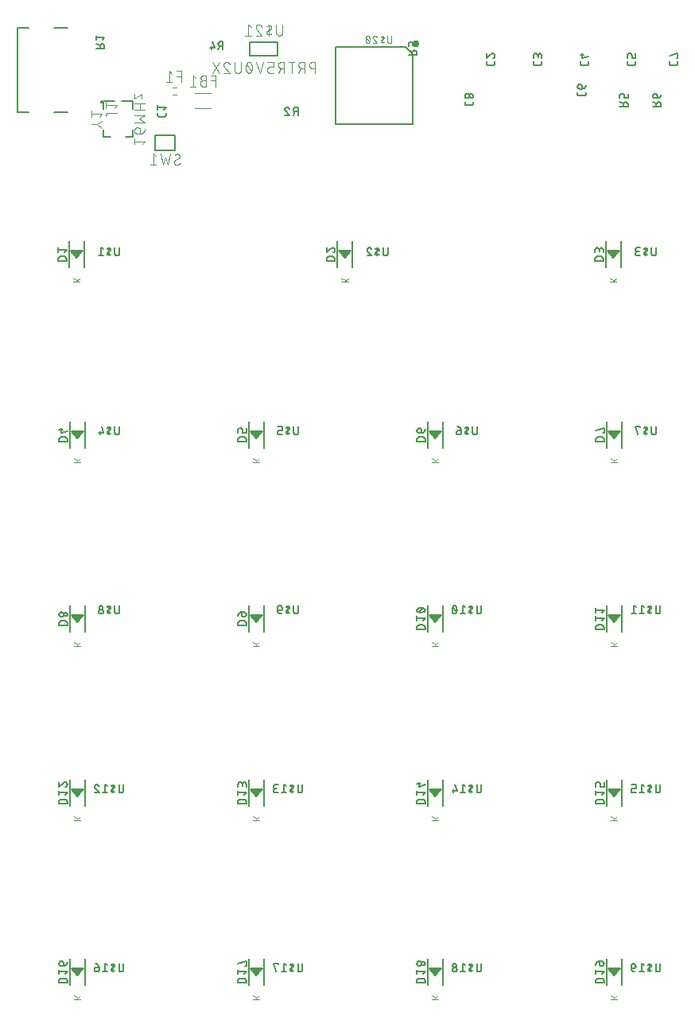
<source format=gbr>
G04 EAGLE Gerber RS-274X export*
G75*
%MOMM*%
%FSLAX34Y34*%
%LPD*%
%INSilkscreen Bottom*%
%IPPOS*%
%AMOC8*
5,1,8,0,0,1.08239X$1,22.5*%
G01*
%ADD10C,0.127000*%
%ADD11C,0.050800*%
%ADD12C,0.762000*%
%ADD13C,0.101600*%
%ADD14C,0.200000*%
%ADD15C,0.120000*%


D10*
X106225Y833615D02*
X106225Y827310D01*
X106223Y827212D01*
X106217Y827115D01*
X106207Y827018D01*
X106194Y826921D01*
X106176Y826825D01*
X106155Y826730D01*
X106129Y826635D01*
X106100Y826542D01*
X106067Y826450D01*
X106031Y826359D01*
X105991Y826270D01*
X105947Y826183D01*
X105900Y826098D01*
X105850Y826014D01*
X105796Y825932D01*
X105739Y825853D01*
X105678Y825776D01*
X105615Y825702D01*
X105549Y825630D01*
X105480Y825561D01*
X105408Y825495D01*
X105334Y825432D01*
X105257Y825371D01*
X105178Y825314D01*
X105096Y825260D01*
X105012Y825210D01*
X104927Y825163D01*
X104840Y825119D01*
X104751Y825079D01*
X104660Y825043D01*
X104568Y825010D01*
X104475Y824981D01*
X104380Y824955D01*
X104285Y824934D01*
X104189Y824916D01*
X104092Y824903D01*
X103995Y824893D01*
X103898Y824887D01*
X103800Y824885D01*
X103702Y824887D01*
X103605Y824893D01*
X103508Y824903D01*
X103411Y824916D01*
X103315Y824934D01*
X103220Y824955D01*
X103125Y824981D01*
X103032Y825010D01*
X102940Y825043D01*
X102849Y825079D01*
X102760Y825119D01*
X102673Y825163D01*
X102587Y825210D01*
X102504Y825260D01*
X102422Y825314D01*
X102343Y825371D01*
X102266Y825432D01*
X102192Y825495D01*
X102120Y825561D01*
X102051Y825630D01*
X101985Y825702D01*
X101922Y825776D01*
X101861Y825853D01*
X101804Y825932D01*
X101750Y826014D01*
X101700Y826098D01*
X101653Y826183D01*
X101609Y826270D01*
X101569Y826359D01*
X101533Y826450D01*
X101500Y826542D01*
X101471Y826635D01*
X101445Y826730D01*
X101424Y826825D01*
X101406Y826921D01*
X101393Y827018D01*
X101383Y827115D01*
X101377Y827212D01*
X101375Y827310D01*
X101375Y833615D01*
X95100Y833615D02*
X95100Y824885D01*
X95100Y829250D02*
X96313Y829978D01*
X96312Y829977D02*
X96375Y830018D01*
X96436Y830061D01*
X96495Y830107D01*
X96551Y830156D01*
X96604Y830208D01*
X96655Y830263D01*
X96703Y830320D01*
X96748Y830380D01*
X96789Y830442D01*
X96828Y830506D01*
X96863Y830572D01*
X96895Y830639D01*
X96923Y830708D01*
X96947Y830779D01*
X96968Y830850D01*
X96985Y830923D01*
X96999Y830996D01*
X97008Y831070D01*
X97014Y831145D01*
X97016Y831219D01*
X97014Y831294D01*
X97008Y831368D01*
X96999Y831442D01*
X96985Y831516D01*
X96968Y831588D01*
X96948Y831660D01*
X96923Y831731D01*
X96895Y831800D01*
X96863Y831867D01*
X96828Y831933D01*
X96790Y831997D01*
X96748Y832059D01*
X96704Y832119D01*
X96656Y832176D01*
X96605Y832231D01*
X96552Y832283D01*
X96496Y832332D01*
X96437Y832379D01*
X96376Y832422D01*
X96313Y832462D01*
X96249Y832499D01*
X96182Y832532D01*
X96113Y832562D01*
X96044Y832588D01*
X95973Y832611D01*
X95900Y832630D01*
X95827Y832645D01*
X95828Y832645D02*
X95709Y832665D01*
X95589Y832681D01*
X95470Y832694D01*
X95349Y832702D01*
X95229Y832707D01*
X95108Y832708D01*
X94988Y832705D01*
X94868Y832699D01*
X94748Y832688D01*
X94628Y832674D01*
X94509Y832656D01*
X94390Y832635D01*
X94273Y832610D01*
X94156Y832581D01*
X94040Y832548D01*
X93925Y832512D01*
X93811Y832472D01*
X93699Y832429D01*
X93588Y832382D01*
X93478Y832331D01*
X93370Y832278D01*
X93264Y832221D01*
X93160Y832160D01*
X95100Y829250D02*
X93888Y828523D01*
X93825Y828482D01*
X93764Y828439D01*
X93705Y828393D01*
X93649Y828344D01*
X93596Y828292D01*
X93545Y828237D01*
X93497Y828180D01*
X93452Y828120D01*
X93411Y828058D01*
X93372Y827994D01*
X93337Y827928D01*
X93305Y827861D01*
X93277Y827792D01*
X93253Y827721D01*
X93232Y827650D01*
X93215Y827577D01*
X93201Y827504D01*
X93192Y827430D01*
X93186Y827355D01*
X93184Y827281D01*
X93186Y827206D01*
X93192Y827132D01*
X93201Y827058D01*
X93215Y826984D01*
X93232Y826912D01*
X93252Y826840D01*
X93277Y826769D01*
X93305Y826700D01*
X93337Y826633D01*
X93372Y826567D01*
X93410Y826503D01*
X93452Y826441D01*
X93496Y826381D01*
X93544Y826324D01*
X93595Y826269D01*
X93648Y826217D01*
X93704Y826168D01*
X93763Y826121D01*
X93824Y826078D01*
X93887Y826038D01*
X93951Y826001D01*
X94018Y825968D01*
X94087Y825938D01*
X94156Y825912D01*
X94227Y825889D01*
X94300Y825870D01*
X94373Y825855D01*
X94372Y825855D02*
X94491Y825835D01*
X94611Y825819D01*
X94730Y825806D01*
X94851Y825798D01*
X94971Y825793D01*
X95092Y825792D01*
X95212Y825795D01*
X95332Y825801D01*
X95452Y825812D01*
X95572Y825826D01*
X95691Y825844D01*
X95810Y825865D01*
X95927Y825890D01*
X96044Y825919D01*
X96160Y825952D01*
X96275Y825988D01*
X96389Y826028D01*
X96501Y826071D01*
X96612Y826118D01*
X96722Y826169D01*
X96830Y826222D01*
X96936Y826279D01*
X97040Y826340D01*
X89125Y831675D02*
X86700Y833615D01*
X86700Y824885D01*
X89125Y824885D02*
X84275Y824885D01*
X391975Y827310D02*
X391975Y833615D01*
X391975Y827310D02*
X391973Y827212D01*
X391967Y827115D01*
X391957Y827018D01*
X391944Y826921D01*
X391926Y826825D01*
X391905Y826730D01*
X391879Y826635D01*
X391850Y826542D01*
X391817Y826450D01*
X391781Y826359D01*
X391741Y826270D01*
X391697Y826183D01*
X391650Y826098D01*
X391600Y826014D01*
X391546Y825932D01*
X391489Y825853D01*
X391428Y825776D01*
X391365Y825702D01*
X391299Y825630D01*
X391230Y825561D01*
X391158Y825495D01*
X391084Y825432D01*
X391007Y825371D01*
X390928Y825314D01*
X390846Y825260D01*
X390763Y825210D01*
X390677Y825163D01*
X390590Y825119D01*
X390501Y825079D01*
X390410Y825043D01*
X390318Y825010D01*
X390225Y824981D01*
X390130Y824955D01*
X390035Y824934D01*
X389939Y824916D01*
X389842Y824903D01*
X389745Y824893D01*
X389648Y824887D01*
X389550Y824885D01*
X389452Y824887D01*
X389355Y824893D01*
X389258Y824903D01*
X389161Y824916D01*
X389065Y824934D01*
X388970Y824955D01*
X388875Y824981D01*
X388782Y825010D01*
X388690Y825043D01*
X388599Y825079D01*
X388510Y825119D01*
X388423Y825163D01*
X388338Y825210D01*
X388254Y825260D01*
X388172Y825314D01*
X388093Y825371D01*
X388016Y825432D01*
X387942Y825495D01*
X387870Y825561D01*
X387801Y825630D01*
X387735Y825702D01*
X387672Y825776D01*
X387611Y825853D01*
X387554Y825932D01*
X387500Y826014D01*
X387450Y826098D01*
X387403Y826183D01*
X387359Y826270D01*
X387319Y826359D01*
X387283Y826450D01*
X387250Y826542D01*
X387221Y826635D01*
X387195Y826730D01*
X387174Y826825D01*
X387156Y826921D01*
X387143Y827018D01*
X387133Y827115D01*
X387127Y827212D01*
X387125Y827310D01*
X387125Y833615D01*
X380850Y833615D02*
X380850Y824885D01*
X380850Y829250D02*
X382063Y829978D01*
X382062Y829977D02*
X382125Y830018D01*
X382186Y830061D01*
X382245Y830107D01*
X382301Y830156D01*
X382354Y830208D01*
X382405Y830263D01*
X382453Y830320D01*
X382498Y830380D01*
X382539Y830442D01*
X382578Y830506D01*
X382613Y830572D01*
X382645Y830639D01*
X382673Y830708D01*
X382697Y830779D01*
X382718Y830850D01*
X382735Y830923D01*
X382749Y830996D01*
X382758Y831070D01*
X382764Y831145D01*
X382766Y831219D01*
X382764Y831294D01*
X382758Y831368D01*
X382749Y831442D01*
X382735Y831516D01*
X382718Y831588D01*
X382698Y831660D01*
X382673Y831731D01*
X382645Y831800D01*
X382613Y831867D01*
X382578Y831933D01*
X382540Y831997D01*
X382498Y832059D01*
X382454Y832119D01*
X382406Y832176D01*
X382355Y832231D01*
X382302Y832283D01*
X382246Y832332D01*
X382187Y832379D01*
X382126Y832422D01*
X382063Y832462D01*
X381999Y832499D01*
X381932Y832532D01*
X381863Y832562D01*
X381794Y832588D01*
X381723Y832611D01*
X381650Y832630D01*
X381577Y832645D01*
X381578Y832645D02*
X381459Y832665D01*
X381339Y832681D01*
X381220Y832694D01*
X381099Y832702D01*
X380979Y832707D01*
X380858Y832708D01*
X380738Y832705D01*
X380618Y832699D01*
X380498Y832688D01*
X380378Y832674D01*
X380259Y832656D01*
X380140Y832635D01*
X380023Y832610D01*
X379906Y832581D01*
X379790Y832548D01*
X379675Y832512D01*
X379561Y832472D01*
X379449Y832429D01*
X379338Y832382D01*
X379228Y832331D01*
X379120Y832278D01*
X379014Y832221D01*
X378910Y832160D01*
X380850Y829250D02*
X379638Y828523D01*
X379575Y828482D01*
X379514Y828439D01*
X379455Y828393D01*
X379399Y828344D01*
X379346Y828292D01*
X379295Y828237D01*
X379247Y828180D01*
X379202Y828120D01*
X379161Y828058D01*
X379122Y827994D01*
X379087Y827928D01*
X379055Y827861D01*
X379027Y827792D01*
X379003Y827721D01*
X378982Y827650D01*
X378965Y827577D01*
X378951Y827504D01*
X378942Y827430D01*
X378936Y827355D01*
X378934Y827281D01*
X378936Y827206D01*
X378942Y827132D01*
X378951Y827058D01*
X378965Y826984D01*
X378982Y826912D01*
X379002Y826840D01*
X379027Y826769D01*
X379055Y826700D01*
X379087Y826633D01*
X379122Y826567D01*
X379160Y826503D01*
X379202Y826441D01*
X379246Y826381D01*
X379294Y826324D01*
X379345Y826269D01*
X379398Y826217D01*
X379454Y826168D01*
X379513Y826121D01*
X379574Y826078D01*
X379637Y826038D01*
X379701Y826001D01*
X379768Y825968D01*
X379837Y825938D01*
X379906Y825912D01*
X379977Y825889D01*
X380050Y825870D01*
X380123Y825855D01*
X380122Y825855D02*
X380241Y825835D01*
X380361Y825819D01*
X380480Y825806D01*
X380601Y825798D01*
X380721Y825793D01*
X380842Y825792D01*
X380962Y825795D01*
X381082Y825801D01*
X381202Y825812D01*
X381322Y825826D01*
X381441Y825844D01*
X381560Y825865D01*
X381677Y825890D01*
X381794Y825919D01*
X381910Y825952D01*
X382025Y825988D01*
X382139Y826028D01*
X382251Y826071D01*
X382362Y826118D01*
X382472Y826169D01*
X382580Y826222D01*
X382686Y826279D01*
X382790Y826340D01*
X372208Y833616D02*
X372115Y833614D01*
X372023Y833608D01*
X371931Y833598D01*
X371839Y833585D01*
X371748Y833567D01*
X371658Y833546D01*
X371569Y833520D01*
X371481Y833491D01*
X371394Y833459D01*
X371309Y833422D01*
X371225Y833382D01*
X371143Y833339D01*
X371063Y833292D01*
X370986Y833242D01*
X370910Y833188D01*
X370837Y833131D01*
X370766Y833072D01*
X370697Y833009D01*
X370632Y832944D01*
X370569Y832875D01*
X370510Y832804D01*
X370453Y832731D01*
X370399Y832655D01*
X370349Y832578D01*
X370302Y832498D01*
X370259Y832416D01*
X370219Y832332D01*
X370182Y832247D01*
X370150Y832160D01*
X370121Y832072D01*
X370095Y831983D01*
X370074Y831893D01*
X370056Y831802D01*
X370043Y831710D01*
X370033Y831618D01*
X370027Y831526D01*
X370025Y831433D01*
X372208Y833615D02*
X372312Y833613D01*
X372415Y833607D01*
X372519Y833598D01*
X372621Y833584D01*
X372724Y833567D01*
X372825Y833546D01*
X372926Y833522D01*
X373026Y833493D01*
X373124Y833461D01*
X373222Y833425D01*
X373318Y833386D01*
X373412Y833343D01*
X373505Y833297D01*
X373596Y833247D01*
X373685Y833194D01*
X373772Y833138D01*
X373857Y833079D01*
X373940Y833016D01*
X374020Y832951D01*
X374098Y832882D01*
X374174Y832811D01*
X374246Y832737D01*
X374316Y832660D01*
X374383Y832581D01*
X374447Y832499D01*
X374508Y832415D01*
X374565Y832329D01*
X374620Y832241D01*
X374671Y832151D01*
X374719Y832059D01*
X374764Y831965D01*
X374804Y831870D01*
X374842Y831773D01*
X374876Y831675D01*
X370752Y829736D02*
X370685Y829802D01*
X370620Y829872D01*
X370559Y829944D01*
X370500Y830018D01*
X370444Y830095D01*
X370392Y830174D01*
X370342Y830255D01*
X370296Y830338D01*
X370254Y830423D01*
X370215Y830510D01*
X370179Y830598D01*
X370147Y830687D01*
X370119Y830778D01*
X370094Y830869D01*
X370073Y830962D01*
X370056Y831055D01*
X370042Y831149D01*
X370033Y831243D01*
X370027Y831338D01*
X370025Y831433D01*
X370753Y829735D02*
X374875Y824885D01*
X370025Y824885D01*
X677725Y827310D02*
X677725Y833615D01*
X677725Y827310D02*
X677723Y827212D01*
X677717Y827115D01*
X677707Y827018D01*
X677694Y826921D01*
X677676Y826825D01*
X677655Y826730D01*
X677629Y826635D01*
X677600Y826542D01*
X677567Y826450D01*
X677531Y826359D01*
X677491Y826270D01*
X677447Y826183D01*
X677400Y826098D01*
X677350Y826014D01*
X677296Y825932D01*
X677239Y825853D01*
X677178Y825776D01*
X677115Y825702D01*
X677049Y825630D01*
X676980Y825561D01*
X676908Y825495D01*
X676834Y825432D01*
X676757Y825371D01*
X676678Y825314D01*
X676596Y825260D01*
X676513Y825210D01*
X676427Y825163D01*
X676340Y825119D01*
X676251Y825079D01*
X676160Y825043D01*
X676068Y825010D01*
X675975Y824981D01*
X675880Y824955D01*
X675785Y824934D01*
X675689Y824916D01*
X675592Y824903D01*
X675495Y824893D01*
X675398Y824887D01*
X675300Y824885D01*
X675202Y824887D01*
X675105Y824893D01*
X675008Y824903D01*
X674911Y824916D01*
X674815Y824934D01*
X674720Y824955D01*
X674625Y824981D01*
X674532Y825010D01*
X674440Y825043D01*
X674349Y825079D01*
X674260Y825119D01*
X674173Y825163D01*
X674088Y825210D01*
X674004Y825260D01*
X673922Y825314D01*
X673843Y825371D01*
X673766Y825432D01*
X673692Y825495D01*
X673620Y825561D01*
X673551Y825630D01*
X673485Y825702D01*
X673422Y825776D01*
X673361Y825853D01*
X673304Y825932D01*
X673250Y826014D01*
X673200Y826098D01*
X673153Y826183D01*
X673109Y826270D01*
X673069Y826359D01*
X673033Y826450D01*
X673000Y826542D01*
X672971Y826635D01*
X672945Y826730D01*
X672924Y826825D01*
X672906Y826921D01*
X672893Y827018D01*
X672883Y827115D01*
X672877Y827212D01*
X672875Y827310D01*
X672875Y833615D01*
X666600Y833615D02*
X666600Y824885D01*
X666600Y829250D02*
X667813Y829978D01*
X667812Y829977D02*
X667875Y830018D01*
X667936Y830061D01*
X667995Y830107D01*
X668051Y830156D01*
X668104Y830208D01*
X668155Y830263D01*
X668203Y830320D01*
X668248Y830380D01*
X668289Y830442D01*
X668328Y830506D01*
X668363Y830572D01*
X668395Y830639D01*
X668423Y830708D01*
X668447Y830779D01*
X668468Y830850D01*
X668485Y830923D01*
X668499Y830996D01*
X668508Y831070D01*
X668514Y831145D01*
X668516Y831219D01*
X668514Y831294D01*
X668508Y831368D01*
X668499Y831442D01*
X668485Y831516D01*
X668468Y831588D01*
X668448Y831660D01*
X668423Y831731D01*
X668395Y831800D01*
X668363Y831867D01*
X668328Y831933D01*
X668290Y831997D01*
X668248Y832059D01*
X668204Y832119D01*
X668156Y832176D01*
X668105Y832231D01*
X668052Y832283D01*
X667996Y832332D01*
X667937Y832379D01*
X667876Y832422D01*
X667813Y832462D01*
X667749Y832499D01*
X667682Y832532D01*
X667613Y832562D01*
X667544Y832588D01*
X667473Y832611D01*
X667400Y832630D01*
X667327Y832645D01*
X667328Y832645D02*
X667209Y832665D01*
X667089Y832681D01*
X666970Y832694D01*
X666849Y832702D01*
X666729Y832707D01*
X666608Y832708D01*
X666488Y832705D01*
X666368Y832699D01*
X666248Y832688D01*
X666128Y832674D01*
X666009Y832656D01*
X665890Y832635D01*
X665773Y832610D01*
X665656Y832581D01*
X665540Y832548D01*
X665425Y832512D01*
X665311Y832472D01*
X665199Y832429D01*
X665088Y832382D01*
X664978Y832331D01*
X664870Y832278D01*
X664764Y832221D01*
X664660Y832160D01*
X666600Y829250D02*
X665388Y828523D01*
X665325Y828482D01*
X665264Y828439D01*
X665205Y828393D01*
X665149Y828344D01*
X665096Y828292D01*
X665045Y828237D01*
X664997Y828180D01*
X664952Y828120D01*
X664911Y828058D01*
X664872Y827994D01*
X664837Y827928D01*
X664805Y827861D01*
X664777Y827792D01*
X664753Y827721D01*
X664732Y827650D01*
X664715Y827577D01*
X664701Y827504D01*
X664692Y827430D01*
X664686Y827355D01*
X664684Y827281D01*
X664686Y827206D01*
X664692Y827132D01*
X664701Y827058D01*
X664715Y826984D01*
X664732Y826912D01*
X664752Y826840D01*
X664777Y826769D01*
X664805Y826700D01*
X664837Y826633D01*
X664872Y826567D01*
X664910Y826503D01*
X664952Y826441D01*
X664996Y826381D01*
X665044Y826324D01*
X665095Y826269D01*
X665148Y826217D01*
X665204Y826168D01*
X665263Y826121D01*
X665324Y826078D01*
X665387Y826038D01*
X665451Y826001D01*
X665518Y825968D01*
X665587Y825938D01*
X665656Y825912D01*
X665727Y825889D01*
X665800Y825870D01*
X665873Y825855D01*
X665872Y825855D02*
X665991Y825835D01*
X666111Y825819D01*
X666230Y825806D01*
X666351Y825798D01*
X666471Y825793D01*
X666592Y825792D01*
X666712Y825795D01*
X666832Y825801D01*
X666952Y825812D01*
X667072Y825826D01*
X667191Y825844D01*
X667310Y825865D01*
X667427Y825890D01*
X667544Y825919D01*
X667660Y825952D01*
X667775Y825988D01*
X667889Y826028D01*
X668001Y826071D01*
X668112Y826118D01*
X668222Y826169D01*
X668330Y826222D01*
X668436Y826279D01*
X668540Y826340D01*
X660625Y824885D02*
X658200Y824885D01*
X658102Y824887D01*
X658005Y824893D01*
X657908Y824903D01*
X657811Y824916D01*
X657715Y824934D01*
X657620Y824955D01*
X657525Y824981D01*
X657432Y825010D01*
X657340Y825043D01*
X657249Y825079D01*
X657160Y825119D01*
X657073Y825163D01*
X656988Y825210D01*
X656904Y825260D01*
X656822Y825314D01*
X656743Y825371D01*
X656666Y825432D01*
X656592Y825495D01*
X656520Y825561D01*
X656451Y825630D01*
X656385Y825702D01*
X656322Y825776D01*
X656261Y825853D01*
X656204Y825932D01*
X656150Y826014D01*
X656100Y826098D01*
X656053Y826183D01*
X656009Y826270D01*
X655969Y826359D01*
X655933Y826450D01*
X655900Y826542D01*
X655871Y826635D01*
X655845Y826730D01*
X655824Y826825D01*
X655806Y826921D01*
X655793Y827018D01*
X655783Y827115D01*
X655777Y827212D01*
X655775Y827310D01*
X655777Y827408D01*
X655783Y827505D01*
X655793Y827602D01*
X655806Y827699D01*
X655824Y827795D01*
X655845Y827890D01*
X655871Y827985D01*
X655900Y828078D01*
X655933Y828170D01*
X655969Y828261D01*
X656009Y828350D01*
X656053Y828437D01*
X656100Y828523D01*
X656150Y828606D01*
X656204Y828688D01*
X656261Y828767D01*
X656322Y828844D01*
X656385Y828918D01*
X656451Y828990D01*
X656520Y829059D01*
X656592Y829125D01*
X656666Y829188D01*
X656743Y829249D01*
X656822Y829306D01*
X656904Y829360D01*
X656988Y829410D01*
X657073Y829457D01*
X657160Y829501D01*
X657249Y829541D01*
X657340Y829577D01*
X657432Y829610D01*
X657525Y829639D01*
X657620Y829665D01*
X657715Y829686D01*
X657811Y829704D01*
X657908Y829717D01*
X658005Y829727D01*
X658102Y829733D01*
X658200Y829735D01*
X657715Y833615D02*
X660625Y833615D01*
X657715Y833615D02*
X657628Y833613D01*
X657541Y833607D01*
X657455Y833597D01*
X657369Y833584D01*
X657283Y833566D01*
X657199Y833545D01*
X657116Y833520D01*
X657033Y833491D01*
X656953Y833459D01*
X656873Y833423D01*
X656796Y833383D01*
X656720Y833340D01*
X656646Y833294D01*
X656575Y833244D01*
X656505Y833192D01*
X656439Y833136D01*
X656374Y833077D01*
X656313Y833016D01*
X656254Y832951D01*
X656198Y832885D01*
X656146Y832815D01*
X656096Y832744D01*
X656050Y832670D01*
X656007Y832594D01*
X655967Y832517D01*
X655931Y832437D01*
X655899Y832357D01*
X655870Y832274D01*
X655845Y832191D01*
X655824Y832107D01*
X655806Y832021D01*
X655793Y831935D01*
X655783Y831849D01*
X655777Y831762D01*
X655775Y831675D01*
X655777Y831588D01*
X655783Y831501D01*
X655793Y831415D01*
X655806Y831329D01*
X655824Y831243D01*
X655845Y831159D01*
X655870Y831076D01*
X655899Y830993D01*
X655931Y830913D01*
X655967Y830833D01*
X656007Y830756D01*
X656050Y830680D01*
X656096Y830606D01*
X656146Y830535D01*
X656198Y830465D01*
X656254Y830399D01*
X656313Y830334D01*
X656374Y830273D01*
X656439Y830214D01*
X656505Y830158D01*
X656575Y830106D01*
X656646Y830056D01*
X656720Y830010D01*
X656796Y829967D01*
X656873Y829927D01*
X656953Y829891D01*
X657033Y829859D01*
X657116Y829830D01*
X657199Y829805D01*
X657283Y829784D01*
X657369Y829766D01*
X657455Y829753D01*
X657541Y829743D01*
X657628Y829737D01*
X657715Y829735D01*
X659655Y829735D01*
X106225Y643115D02*
X106225Y636810D01*
X106223Y636712D01*
X106217Y636615D01*
X106207Y636518D01*
X106194Y636421D01*
X106176Y636325D01*
X106155Y636230D01*
X106129Y636135D01*
X106100Y636042D01*
X106067Y635950D01*
X106031Y635859D01*
X105991Y635770D01*
X105947Y635683D01*
X105900Y635598D01*
X105850Y635514D01*
X105796Y635432D01*
X105739Y635353D01*
X105678Y635276D01*
X105615Y635202D01*
X105549Y635130D01*
X105480Y635061D01*
X105408Y634995D01*
X105334Y634932D01*
X105257Y634871D01*
X105178Y634814D01*
X105096Y634760D01*
X105012Y634710D01*
X104927Y634663D01*
X104840Y634619D01*
X104751Y634579D01*
X104660Y634543D01*
X104568Y634510D01*
X104475Y634481D01*
X104380Y634455D01*
X104285Y634434D01*
X104189Y634416D01*
X104092Y634403D01*
X103995Y634393D01*
X103898Y634387D01*
X103800Y634385D01*
X103702Y634387D01*
X103605Y634393D01*
X103508Y634403D01*
X103411Y634416D01*
X103315Y634434D01*
X103220Y634455D01*
X103125Y634481D01*
X103032Y634510D01*
X102940Y634543D01*
X102849Y634579D01*
X102760Y634619D01*
X102673Y634663D01*
X102587Y634710D01*
X102504Y634760D01*
X102422Y634814D01*
X102343Y634871D01*
X102266Y634932D01*
X102192Y634995D01*
X102120Y635061D01*
X102051Y635130D01*
X101985Y635202D01*
X101922Y635276D01*
X101861Y635353D01*
X101804Y635432D01*
X101750Y635514D01*
X101700Y635598D01*
X101653Y635683D01*
X101609Y635770D01*
X101569Y635859D01*
X101533Y635950D01*
X101500Y636042D01*
X101471Y636135D01*
X101445Y636230D01*
X101424Y636325D01*
X101406Y636421D01*
X101393Y636518D01*
X101383Y636615D01*
X101377Y636712D01*
X101375Y636810D01*
X101375Y643115D01*
X95100Y643115D02*
X95100Y634385D01*
X95100Y638750D02*
X96313Y639478D01*
X96312Y639477D02*
X96375Y639518D01*
X96436Y639561D01*
X96495Y639607D01*
X96551Y639656D01*
X96604Y639708D01*
X96655Y639763D01*
X96703Y639820D01*
X96748Y639880D01*
X96789Y639942D01*
X96828Y640006D01*
X96863Y640072D01*
X96895Y640139D01*
X96923Y640208D01*
X96947Y640279D01*
X96968Y640350D01*
X96985Y640423D01*
X96999Y640496D01*
X97008Y640570D01*
X97014Y640645D01*
X97016Y640719D01*
X97014Y640794D01*
X97008Y640868D01*
X96999Y640942D01*
X96985Y641016D01*
X96968Y641088D01*
X96948Y641160D01*
X96923Y641231D01*
X96895Y641300D01*
X96863Y641367D01*
X96828Y641433D01*
X96790Y641497D01*
X96748Y641559D01*
X96704Y641619D01*
X96656Y641676D01*
X96605Y641731D01*
X96552Y641783D01*
X96496Y641832D01*
X96437Y641879D01*
X96376Y641922D01*
X96313Y641962D01*
X96249Y641999D01*
X96182Y642032D01*
X96113Y642062D01*
X96044Y642088D01*
X95973Y642111D01*
X95900Y642130D01*
X95827Y642145D01*
X95828Y642145D02*
X95709Y642165D01*
X95589Y642181D01*
X95470Y642194D01*
X95349Y642202D01*
X95229Y642207D01*
X95108Y642208D01*
X94988Y642205D01*
X94868Y642199D01*
X94748Y642188D01*
X94628Y642174D01*
X94509Y642156D01*
X94390Y642135D01*
X94273Y642110D01*
X94156Y642081D01*
X94040Y642048D01*
X93925Y642012D01*
X93811Y641972D01*
X93699Y641929D01*
X93588Y641882D01*
X93478Y641831D01*
X93370Y641778D01*
X93264Y641721D01*
X93160Y641660D01*
X95100Y638750D02*
X93888Y638023D01*
X93825Y637982D01*
X93764Y637939D01*
X93705Y637893D01*
X93649Y637844D01*
X93596Y637792D01*
X93545Y637737D01*
X93497Y637680D01*
X93452Y637620D01*
X93411Y637558D01*
X93372Y637494D01*
X93337Y637428D01*
X93305Y637361D01*
X93277Y637292D01*
X93253Y637221D01*
X93232Y637150D01*
X93215Y637077D01*
X93201Y637004D01*
X93192Y636930D01*
X93186Y636855D01*
X93184Y636781D01*
X93186Y636706D01*
X93192Y636632D01*
X93201Y636558D01*
X93215Y636484D01*
X93232Y636412D01*
X93252Y636340D01*
X93277Y636269D01*
X93305Y636200D01*
X93337Y636133D01*
X93372Y636067D01*
X93410Y636003D01*
X93452Y635941D01*
X93496Y635881D01*
X93544Y635824D01*
X93595Y635769D01*
X93648Y635717D01*
X93704Y635668D01*
X93763Y635621D01*
X93824Y635578D01*
X93887Y635538D01*
X93951Y635501D01*
X94018Y635468D01*
X94087Y635438D01*
X94156Y635412D01*
X94227Y635389D01*
X94300Y635370D01*
X94373Y635355D01*
X94372Y635355D02*
X94491Y635335D01*
X94611Y635319D01*
X94730Y635306D01*
X94851Y635298D01*
X94971Y635293D01*
X95092Y635292D01*
X95212Y635295D01*
X95332Y635301D01*
X95452Y635312D01*
X95572Y635326D01*
X95691Y635344D01*
X95810Y635365D01*
X95927Y635390D01*
X96044Y635419D01*
X96160Y635452D01*
X96275Y635488D01*
X96389Y635528D01*
X96501Y635571D01*
X96612Y635618D01*
X96722Y635669D01*
X96830Y635722D01*
X96936Y635779D01*
X97040Y635840D01*
X89125Y636325D02*
X87185Y643115D01*
X89125Y636325D02*
X84275Y636325D01*
X85730Y638265D02*
X85730Y634385D01*
X296725Y636810D02*
X296725Y643115D01*
X296725Y636810D02*
X296723Y636712D01*
X296717Y636615D01*
X296707Y636518D01*
X296694Y636421D01*
X296676Y636325D01*
X296655Y636230D01*
X296629Y636135D01*
X296600Y636042D01*
X296567Y635950D01*
X296531Y635859D01*
X296491Y635770D01*
X296447Y635683D01*
X296400Y635598D01*
X296350Y635514D01*
X296296Y635432D01*
X296239Y635353D01*
X296178Y635276D01*
X296115Y635202D01*
X296049Y635130D01*
X295980Y635061D01*
X295908Y634995D01*
X295834Y634932D01*
X295757Y634871D01*
X295678Y634814D01*
X295596Y634760D01*
X295513Y634710D01*
X295427Y634663D01*
X295340Y634619D01*
X295251Y634579D01*
X295160Y634543D01*
X295068Y634510D01*
X294975Y634481D01*
X294880Y634455D01*
X294785Y634434D01*
X294689Y634416D01*
X294592Y634403D01*
X294495Y634393D01*
X294398Y634387D01*
X294300Y634385D01*
X294202Y634387D01*
X294105Y634393D01*
X294008Y634403D01*
X293911Y634416D01*
X293815Y634434D01*
X293720Y634455D01*
X293625Y634481D01*
X293532Y634510D01*
X293440Y634543D01*
X293349Y634579D01*
X293260Y634619D01*
X293173Y634663D01*
X293088Y634710D01*
X293004Y634760D01*
X292922Y634814D01*
X292843Y634871D01*
X292766Y634932D01*
X292692Y634995D01*
X292620Y635061D01*
X292551Y635130D01*
X292485Y635202D01*
X292422Y635276D01*
X292361Y635353D01*
X292304Y635432D01*
X292250Y635514D01*
X292200Y635598D01*
X292153Y635683D01*
X292109Y635770D01*
X292069Y635859D01*
X292033Y635950D01*
X292000Y636042D01*
X291971Y636135D01*
X291945Y636230D01*
X291924Y636325D01*
X291906Y636421D01*
X291893Y636518D01*
X291883Y636615D01*
X291877Y636712D01*
X291875Y636810D01*
X291875Y643115D01*
X285600Y643115D02*
X285600Y634385D01*
X285600Y638750D02*
X286813Y639478D01*
X286812Y639477D02*
X286875Y639518D01*
X286936Y639561D01*
X286995Y639607D01*
X287051Y639656D01*
X287104Y639708D01*
X287155Y639763D01*
X287203Y639820D01*
X287248Y639880D01*
X287289Y639942D01*
X287328Y640006D01*
X287363Y640072D01*
X287395Y640139D01*
X287423Y640208D01*
X287447Y640279D01*
X287468Y640350D01*
X287485Y640423D01*
X287499Y640496D01*
X287508Y640570D01*
X287514Y640645D01*
X287516Y640719D01*
X287514Y640794D01*
X287508Y640868D01*
X287499Y640942D01*
X287485Y641016D01*
X287468Y641088D01*
X287448Y641160D01*
X287423Y641231D01*
X287395Y641300D01*
X287363Y641367D01*
X287328Y641433D01*
X287290Y641497D01*
X287248Y641559D01*
X287204Y641619D01*
X287156Y641676D01*
X287105Y641731D01*
X287052Y641783D01*
X286996Y641832D01*
X286937Y641879D01*
X286876Y641922D01*
X286813Y641962D01*
X286749Y641999D01*
X286682Y642032D01*
X286613Y642062D01*
X286544Y642088D01*
X286473Y642111D01*
X286400Y642130D01*
X286327Y642145D01*
X286328Y642145D02*
X286209Y642165D01*
X286089Y642181D01*
X285970Y642194D01*
X285849Y642202D01*
X285729Y642207D01*
X285608Y642208D01*
X285488Y642205D01*
X285368Y642199D01*
X285248Y642188D01*
X285128Y642174D01*
X285009Y642156D01*
X284890Y642135D01*
X284773Y642110D01*
X284656Y642081D01*
X284540Y642048D01*
X284425Y642012D01*
X284311Y641972D01*
X284199Y641929D01*
X284088Y641882D01*
X283978Y641831D01*
X283870Y641778D01*
X283764Y641721D01*
X283660Y641660D01*
X285600Y638750D02*
X284388Y638023D01*
X284325Y637982D01*
X284264Y637939D01*
X284205Y637893D01*
X284149Y637844D01*
X284096Y637792D01*
X284045Y637737D01*
X283997Y637680D01*
X283952Y637620D01*
X283911Y637558D01*
X283872Y637494D01*
X283837Y637428D01*
X283805Y637361D01*
X283777Y637292D01*
X283753Y637221D01*
X283732Y637150D01*
X283715Y637077D01*
X283701Y637004D01*
X283692Y636930D01*
X283686Y636855D01*
X283684Y636781D01*
X283686Y636706D01*
X283692Y636632D01*
X283701Y636558D01*
X283715Y636484D01*
X283732Y636412D01*
X283752Y636340D01*
X283777Y636269D01*
X283805Y636200D01*
X283837Y636133D01*
X283872Y636067D01*
X283910Y636003D01*
X283952Y635941D01*
X283996Y635881D01*
X284044Y635824D01*
X284095Y635769D01*
X284148Y635717D01*
X284204Y635668D01*
X284263Y635621D01*
X284324Y635578D01*
X284387Y635538D01*
X284451Y635501D01*
X284518Y635468D01*
X284587Y635438D01*
X284656Y635412D01*
X284727Y635389D01*
X284800Y635370D01*
X284873Y635355D01*
X284872Y635355D02*
X284991Y635335D01*
X285111Y635319D01*
X285230Y635306D01*
X285351Y635298D01*
X285471Y635293D01*
X285592Y635292D01*
X285712Y635295D01*
X285832Y635301D01*
X285952Y635312D01*
X286072Y635326D01*
X286191Y635344D01*
X286310Y635365D01*
X286427Y635390D01*
X286544Y635419D01*
X286660Y635452D01*
X286775Y635488D01*
X286889Y635528D01*
X287001Y635571D01*
X287112Y635618D01*
X287222Y635669D01*
X287330Y635722D01*
X287436Y635779D01*
X287540Y635840D01*
X279625Y634385D02*
X276715Y634385D01*
X276628Y634387D01*
X276541Y634393D01*
X276455Y634403D01*
X276369Y634416D01*
X276283Y634434D01*
X276199Y634455D01*
X276116Y634480D01*
X276033Y634509D01*
X275953Y634541D01*
X275873Y634577D01*
X275796Y634617D01*
X275720Y634660D01*
X275646Y634706D01*
X275575Y634756D01*
X275505Y634808D01*
X275439Y634864D01*
X275374Y634923D01*
X275313Y634984D01*
X275254Y635049D01*
X275198Y635115D01*
X275146Y635185D01*
X275096Y635256D01*
X275050Y635330D01*
X275007Y635406D01*
X274967Y635483D01*
X274931Y635563D01*
X274899Y635643D01*
X274870Y635726D01*
X274845Y635809D01*
X274824Y635893D01*
X274806Y635979D01*
X274793Y636065D01*
X274783Y636151D01*
X274777Y636238D01*
X274775Y636325D01*
X274775Y637295D01*
X274777Y637382D01*
X274783Y637469D01*
X274793Y637555D01*
X274806Y637641D01*
X274824Y637727D01*
X274845Y637811D01*
X274870Y637894D01*
X274899Y637977D01*
X274931Y638057D01*
X274967Y638137D01*
X275007Y638214D01*
X275050Y638290D01*
X275096Y638364D01*
X275146Y638435D01*
X275198Y638505D01*
X275254Y638571D01*
X275313Y638636D01*
X275374Y638697D01*
X275439Y638756D01*
X275505Y638812D01*
X275575Y638864D01*
X275646Y638914D01*
X275720Y638960D01*
X275796Y639003D01*
X275873Y639043D01*
X275953Y639079D01*
X276033Y639111D01*
X276116Y639140D01*
X276199Y639165D01*
X276283Y639186D01*
X276369Y639204D01*
X276455Y639217D01*
X276541Y639227D01*
X276628Y639233D01*
X276715Y639235D01*
X279625Y639235D01*
X279625Y643115D01*
X274775Y643115D01*
X487225Y643115D02*
X487225Y636810D01*
X487223Y636712D01*
X487217Y636615D01*
X487207Y636518D01*
X487194Y636421D01*
X487176Y636325D01*
X487155Y636230D01*
X487129Y636135D01*
X487100Y636042D01*
X487067Y635950D01*
X487031Y635859D01*
X486991Y635770D01*
X486947Y635683D01*
X486900Y635598D01*
X486850Y635514D01*
X486796Y635432D01*
X486739Y635353D01*
X486678Y635276D01*
X486615Y635202D01*
X486549Y635130D01*
X486480Y635061D01*
X486408Y634995D01*
X486334Y634932D01*
X486257Y634871D01*
X486178Y634814D01*
X486096Y634760D01*
X486013Y634710D01*
X485927Y634663D01*
X485840Y634619D01*
X485751Y634579D01*
X485660Y634543D01*
X485568Y634510D01*
X485475Y634481D01*
X485380Y634455D01*
X485285Y634434D01*
X485189Y634416D01*
X485092Y634403D01*
X484995Y634393D01*
X484898Y634387D01*
X484800Y634385D01*
X484702Y634387D01*
X484605Y634393D01*
X484508Y634403D01*
X484411Y634416D01*
X484315Y634434D01*
X484220Y634455D01*
X484125Y634481D01*
X484032Y634510D01*
X483940Y634543D01*
X483849Y634579D01*
X483760Y634619D01*
X483673Y634663D01*
X483588Y634710D01*
X483504Y634760D01*
X483422Y634814D01*
X483343Y634871D01*
X483266Y634932D01*
X483192Y634995D01*
X483120Y635061D01*
X483051Y635130D01*
X482985Y635202D01*
X482922Y635276D01*
X482861Y635353D01*
X482804Y635432D01*
X482750Y635514D01*
X482700Y635598D01*
X482653Y635683D01*
X482609Y635770D01*
X482569Y635859D01*
X482533Y635950D01*
X482500Y636042D01*
X482471Y636135D01*
X482445Y636230D01*
X482424Y636325D01*
X482406Y636421D01*
X482393Y636518D01*
X482383Y636615D01*
X482377Y636712D01*
X482375Y636810D01*
X482375Y643115D01*
X476100Y643115D02*
X476100Y634385D01*
X476100Y638750D02*
X477313Y639478D01*
X477312Y639477D02*
X477375Y639518D01*
X477436Y639561D01*
X477495Y639607D01*
X477551Y639656D01*
X477604Y639708D01*
X477655Y639763D01*
X477703Y639820D01*
X477748Y639880D01*
X477789Y639942D01*
X477828Y640006D01*
X477863Y640072D01*
X477895Y640139D01*
X477923Y640208D01*
X477947Y640279D01*
X477968Y640350D01*
X477985Y640423D01*
X477999Y640496D01*
X478008Y640570D01*
X478014Y640645D01*
X478016Y640719D01*
X478014Y640794D01*
X478008Y640868D01*
X477999Y640942D01*
X477985Y641016D01*
X477968Y641088D01*
X477948Y641160D01*
X477923Y641231D01*
X477895Y641300D01*
X477863Y641367D01*
X477828Y641433D01*
X477790Y641497D01*
X477748Y641559D01*
X477704Y641619D01*
X477656Y641676D01*
X477605Y641731D01*
X477552Y641783D01*
X477496Y641832D01*
X477437Y641879D01*
X477376Y641922D01*
X477313Y641962D01*
X477249Y641999D01*
X477182Y642032D01*
X477113Y642062D01*
X477044Y642088D01*
X476973Y642111D01*
X476900Y642130D01*
X476827Y642145D01*
X476828Y642145D02*
X476709Y642165D01*
X476589Y642181D01*
X476470Y642194D01*
X476349Y642202D01*
X476229Y642207D01*
X476108Y642208D01*
X475988Y642205D01*
X475868Y642199D01*
X475748Y642188D01*
X475628Y642174D01*
X475509Y642156D01*
X475390Y642135D01*
X475273Y642110D01*
X475156Y642081D01*
X475040Y642048D01*
X474925Y642012D01*
X474811Y641972D01*
X474699Y641929D01*
X474588Y641882D01*
X474478Y641831D01*
X474370Y641778D01*
X474264Y641721D01*
X474160Y641660D01*
X476100Y638750D02*
X474888Y638023D01*
X474825Y637982D01*
X474764Y637939D01*
X474705Y637893D01*
X474649Y637844D01*
X474596Y637792D01*
X474545Y637737D01*
X474497Y637680D01*
X474452Y637620D01*
X474411Y637558D01*
X474372Y637494D01*
X474337Y637428D01*
X474305Y637361D01*
X474277Y637292D01*
X474253Y637221D01*
X474232Y637150D01*
X474215Y637077D01*
X474201Y637004D01*
X474192Y636930D01*
X474186Y636855D01*
X474184Y636781D01*
X474186Y636706D01*
X474192Y636632D01*
X474201Y636558D01*
X474215Y636484D01*
X474232Y636412D01*
X474252Y636340D01*
X474277Y636269D01*
X474305Y636200D01*
X474337Y636133D01*
X474372Y636067D01*
X474410Y636003D01*
X474452Y635941D01*
X474496Y635881D01*
X474544Y635824D01*
X474595Y635769D01*
X474648Y635717D01*
X474704Y635668D01*
X474763Y635621D01*
X474824Y635578D01*
X474887Y635538D01*
X474951Y635501D01*
X475018Y635468D01*
X475087Y635438D01*
X475156Y635412D01*
X475227Y635389D01*
X475300Y635370D01*
X475373Y635355D01*
X475372Y635355D02*
X475491Y635335D01*
X475611Y635319D01*
X475730Y635306D01*
X475851Y635298D01*
X475971Y635293D01*
X476092Y635292D01*
X476212Y635295D01*
X476332Y635301D01*
X476452Y635312D01*
X476572Y635326D01*
X476691Y635344D01*
X476810Y635365D01*
X476927Y635390D01*
X477044Y635419D01*
X477160Y635452D01*
X477275Y635488D01*
X477389Y635528D01*
X477501Y635571D01*
X477612Y635618D01*
X477722Y635669D01*
X477830Y635722D01*
X477936Y635779D01*
X478040Y635840D01*
X470125Y639235D02*
X467215Y639235D01*
X467128Y639233D01*
X467041Y639227D01*
X466955Y639217D01*
X466869Y639204D01*
X466783Y639186D01*
X466699Y639165D01*
X466616Y639140D01*
X466533Y639111D01*
X466453Y639079D01*
X466373Y639043D01*
X466296Y639003D01*
X466220Y638960D01*
X466146Y638914D01*
X466075Y638864D01*
X466005Y638812D01*
X465939Y638756D01*
X465874Y638697D01*
X465813Y638636D01*
X465754Y638571D01*
X465698Y638505D01*
X465646Y638435D01*
X465596Y638364D01*
X465550Y638290D01*
X465507Y638214D01*
X465467Y638137D01*
X465431Y638057D01*
X465399Y637977D01*
X465370Y637894D01*
X465345Y637811D01*
X465324Y637727D01*
X465306Y637641D01*
X465293Y637555D01*
X465283Y637469D01*
X465277Y637382D01*
X465275Y637295D01*
X465275Y636810D01*
X465277Y636712D01*
X465283Y636615D01*
X465293Y636518D01*
X465306Y636421D01*
X465324Y636325D01*
X465345Y636230D01*
X465371Y636135D01*
X465400Y636042D01*
X465433Y635950D01*
X465469Y635859D01*
X465509Y635770D01*
X465553Y635683D01*
X465600Y635598D01*
X465650Y635514D01*
X465704Y635432D01*
X465761Y635353D01*
X465822Y635276D01*
X465885Y635202D01*
X465951Y635130D01*
X466020Y635061D01*
X466092Y634995D01*
X466166Y634932D01*
X466243Y634871D01*
X466322Y634814D01*
X466404Y634760D01*
X466488Y634710D01*
X466573Y634663D01*
X466660Y634619D01*
X466749Y634579D01*
X466840Y634543D01*
X466932Y634510D01*
X467025Y634481D01*
X467120Y634455D01*
X467215Y634434D01*
X467311Y634416D01*
X467408Y634403D01*
X467505Y634393D01*
X467602Y634387D01*
X467700Y634385D01*
X467798Y634387D01*
X467895Y634393D01*
X467992Y634403D01*
X468089Y634416D01*
X468185Y634434D01*
X468280Y634455D01*
X468375Y634481D01*
X468468Y634510D01*
X468560Y634543D01*
X468651Y634579D01*
X468740Y634619D01*
X468827Y634663D01*
X468913Y634710D01*
X468996Y634760D01*
X469078Y634814D01*
X469157Y634871D01*
X469234Y634932D01*
X469308Y634995D01*
X469380Y635061D01*
X469449Y635130D01*
X469515Y635202D01*
X469578Y635276D01*
X469639Y635353D01*
X469696Y635432D01*
X469750Y635514D01*
X469800Y635598D01*
X469847Y635683D01*
X469891Y635770D01*
X469931Y635859D01*
X469967Y635950D01*
X470000Y636042D01*
X470029Y636135D01*
X470055Y636230D01*
X470076Y636325D01*
X470094Y636421D01*
X470107Y636518D01*
X470117Y636615D01*
X470123Y636712D01*
X470125Y636810D01*
X470125Y639235D01*
X470123Y639357D01*
X470117Y639479D01*
X470108Y639600D01*
X470094Y639721D01*
X470077Y639842D01*
X470056Y639962D01*
X470032Y640081D01*
X470003Y640200D01*
X469971Y640317D01*
X469935Y640434D01*
X469896Y640549D01*
X469853Y640663D01*
X469806Y640776D01*
X469756Y640887D01*
X469702Y640996D01*
X469645Y641104D01*
X469585Y641210D01*
X469521Y641314D01*
X469454Y641416D01*
X469384Y641516D01*
X469311Y641613D01*
X469235Y641708D01*
X469155Y641801D01*
X469073Y641891D01*
X468989Y641979D01*
X468901Y642063D01*
X468811Y642145D01*
X468718Y642225D01*
X468623Y642301D01*
X468526Y642374D01*
X468426Y642444D01*
X468324Y642511D01*
X468220Y642575D01*
X468114Y642635D01*
X468006Y642692D01*
X467897Y642746D01*
X467786Y642796D01*
X467673Y642843D01*
X467559Y642886D01*
X467444Y642925D01*
X467327Y642961D01*
X467210Y642993D01*
X467091Y643022D01*
X466972Y643046D01*
X466852Y643067D01*
X466731Y643084D01*
X466610Y643098D01*
X466489Y643107D01*
X466367Y643113D01*
X466245Y643115D01*
X677725Y643115D02*
X677725Y636810D01*
X677723Y636712D01*
X677717Y636615D01*
X677707Y636518D01*
X677694Y636421D01*
X677676Y636325D01*
X677655Y636230D01*
X677629Y636135D01*
X677600Y636042D01*
X677567Y635950D01*
X677531Y635859D01*
X677491Y635770D01*
X677447Y635683D01*
X677400Y635598D01*
X677350Y635514D01*
X677296Y635432D01*
X677239Y635353D01*
X677178Y635276D01*
X677115Y635202D01*
X677049Y635130D01*
X676980Y635061D01*
X676908Y634995D01*
X676834Y634932D01*
X676757Y634871D01*
X676678Y634814D01*
X676596Y634760D01*
X676513Y634710D01*
X676427Y634663D01*
X676340Y634619D01*
X676251Y634579D01*
X676160Y634543D01*
X676068Y634510D01*
X675975Y634481D01*
X675880Y634455D01*
X675785Y634434D01*
X675689Y634416D01*
X675592Y634403D01*
X675495Y634393D01*
X675398Y634387D01*
X675300Y634385D01*
X675202Y634387D01*
X675105Y634393D01*
X675008Y634403D01*
X674911Y634416D01*
X674815Y634434D01*
X674720Y634455D01*
X674625Y634481D01*
X674532Y634510D01*
X674440Y634543D01*
X674349Y634579D01*
X674260Y634619D01*
X674173Y634663D01*
X674088Y634710D01*
X674004Y634760D01*
X673922Y634814D01*
X673843Y634871D01*
X673766Y634932D01*
X673692Y634995D01*
X673620Y635061D01*
X673551Y635130D01*
X673485Y635202D01*
X673422Y635276D01*
X673361Y635353D01*
X673304Y635432D01*
X673250Y635514D01*
X673200Y635598D01*
X673153Y635683D01*
X673109Y635770D01*
X673069Y635859D01*
X673033Y635950D01*
X673000Y636042D01*
X672971Y636135D01*
X672945Y636230D01*
X672924Y636325D01*
X672906Y636421D01*
X672893Y636518D01*
X672883Y636615D01*
X672877Y636712D01*
X672875Y636810D01*
X672875Y643115D01*
X666600Y643115D02*
X666600Y634385D01*
X666600Y638750D02*
X667813Y639478D01*
X667812Y639477D02*
X667875Y639518D01*
X667936Y639561D01*
X667995Y639607D01*
X668051Y639656D01*
X668104Y639708D01*
X668155Y639763D01*
X668203Y639820D01*
X668248Y639880D01*
X668289Y639942D01*
X668328Y640006D01*
X668363Y640072D01*
X668395Y640139D01*
X668423Y640208D01*
X668447Y640279D01*
X668468Y640350D01*
X668485Y640423D01*
X668499Y640496D01*
X668508Y640570D01*
X668514Y640645D01*
X668516Y640719D01*
X668514Y640794D01*
X668508Y640868D01*
X668499Y640942D01*
X668485Y641016D01*
X668468Y641088D01*
X668448Y641160D01*
X668423Y641231D01*
X668395Y641300D01*
X668363Y641367D01*
X668328Y641433D01*
X668290Y641497D01*
X668248Y641559D01*
X668204Y641619D01*
X668156Y641676D01*
X668105Y641731D01*
X668052Y641783D01*
X667996Y641832D01*
X667937Y641879D01*
X667876Y641922D01*
X667813Y641962D01*
X667749Y641999D01*
X667682Y642032D01*
X667613Y642062D01*
X667544Y642088D01*
X667473Y642111D01*
X667400Y642130D01*
X667327Y642145D01*
X667328Y642145D02*
X667209Y642165D01*
X667089Y642181D01*
X666970Y642194D01*
X666849Y642202D01*
X666729Y642207D01*
X666608Y642208D01*
X666488Y642205D01*
X666368Y642199D01*
X666248Y642188D01*
X666128Y642174D01*
X666009Y642156D01*
X665890Y642135D01*
X665773Y642110D01*
X665656Y642081D01*
X665540Y642048D01*
X665425Y642012D01*
X665311Y641972D01*
X665199Y641929D01*
X665088Y641882D01*
X664978Y641831D01*
X664870Y641778D01*
X664764Y641721D01*
X664660Y641660D01*
X666600Y638750D02*
X665388Y638023D01*
X665325Y637982D01*
X665264Y637939D01*
X665205Y637893D01*
X665149Y637844D01*
X665096Y637792D01*
X665045Y637737D01*
X664997Y637680D01*
X664952Y637620D01*
X664911Y637558D01*
X664872Y637494D01*
X664837Y637428D01*
X664805Y637361D01*
X664777Y637292D01*
X664753Y637221D01*
X664732Y637150D01*
X664715Y637077D01*
X664701Y637004D01*
X664692Y636930D01*
X664686Y636855D01*
X664684Y636781D01*
X664686Y636706D01*
X664692Y636632D01*
X664701Y636558D01*
X664715Y636484D01*
X664732Y636412D01*
X664752Y636340D01*
X664777Y636269D01*
X664805Y636200D01*
X664837Y636133D01*
X664872Y636067D01*
X664910Y636003D01*
X664952Y635941D01*
X664996Y635881D01*
X665044Y635824D01*
X665095Y635769D01*
X665148Y635717D01*
X665204Y635668D01*
X665263Y635621D01*
X665324Y635578D01*
X665387Y635538D01*
X665451Y635501D01*
X665518Y635468D01*
X665587Y635438D01*
X665656Y635412D01*
X665727Y635389D01*
X665800Y635370D01*
X665873Y635355D01*
X665872Y635355D02*
X665991Y635335D01*
X666111Y635319D01*
X666230Y635306D01*
X666351Y635298D01*
X666471Y635293D01*
X666592Y635292D01*
X666712Y635295D01*
X666832Y635301D01*
X666952Y635312D01*
X667072Y635326D01*
X667191Y635344D01*
X667310Y635365D01*
X667427Y635390D01*
X667544Y635419D01*
X667660Y635452D01*
X667775Y635488D01*
X667889Y635528D01*
X668001Y635571D01*
X668112Y635618D01*
X668222Y635669D01*
X668330Y635722D01*
X668436Y635779D01*
X668540Y635840D01*
X660625Y642145D02*
X660625Y643115D01*
X655775Y643115D01*
X658200Y634385D01*
X106225Y452615D02*
X106225Y446310D01*
X106223Y446212D01*
X106217Y446115D01*
X106207Y446018D01*
X106194Y445921D01*
X106176Y445825D01*
X106155Y445730D01*
X106129Y445635D01*
X106100Y445542D01*
X106067Y445450D01*
X106031Y445359D01*
X105991Y445270D01*
X105947Y445183D01*
X105900Y445098D01*
X105850Y445014D01*
X105796Y444932D01*
X105739Y444853D01*
X105678Y444776D01*
X105615Y444702D01*
X105549Y444630D01*
X105480Y444561D01*
X105408Y444495D01*
X105334Y444432D01*
X105257Y444371D01*
X105178Y444314D01*
X105096Y444260D01*
X105012Y444210D01*
X104927Y444163D01*
X104840Y444119D01*
X104751Y444079D01*
X104660Y444043D01*
X104568Y444010D01*
X104475Y443981D01*
X104380Y443955D01*
X104285Y443934D01*
X104189Y443916D01*
X104092Y443903D01*
X103995Y443893D01*
X103898Y443887D01*
X103800Y443885D01*
X103702Y443887D01*
X103605Y443893D01*
X103508Y443903D01*
X103411Y443916D01*
X103315Y443934D01*
X103220Y443955D01*
X103125Y443981D01*
X103032Y444010D01*
X102940Y444043D01*
X102849Y444079D01*
X102760Y444119D01*
X102673Y444163D01*
X102587Y444210D01*
X102504Y444260D01*
X102422Y444314D01*
X102343Y444371D01*
X102266Y444432D01*
X102192Y444495D01*
X102120Y444561D01*
X102051Y444630D01*
X101985Y444702D01*
X101922Y444776D01*
X101861Y444853D01*
X101804Y444932D01*
X101750Y445014D01*
X101700Y445098D01*
X101653Y445183D01*
X101609Y445270D01*
X101569Y445359D01*
X101533Y445450D01*
X101500Y445542D01*
X101471Y445635D01*
X101445Y445730D01*
X101424Y445825D01*
X101406Y445921D01*
X101393Y446018D01*
X101383Y446115D01*
X101377Y446212D01*
X101375Y446310D01*
X101375Y452615D01*
X95100Y452615D02*
X95100Y443885D01*
X95100Y448250D02*
X96313Y448978D01*
X96312Y448977D02*
X96375Y449018D01*
X96436Y449061D01*
X96495Y449107D01*
X96551Y449156D01*
X96604Y449208D01*
X96655Y449263D01*
X96703Y449320D01*
X96748Y449380D01*
X96789Y449442D01*
X96828Y449506D01*
X96863Y449572D01*
X96895Y449639D01*
X96923Y449708D01*
X96947Y449779D01*
X96968Y449850D01*
X96985Y449923D01*
X96999Y449996D01*
X97008Y450070D01*
X97014Y450145D01*
X97016Y450219D01*
X97014Y450294D01*
X97008Y450368D01*
X96999Y450442D01*
X96985Y450516D01*
X96968Y450588D01*
X96948Y450660D01*
X96923Y450731D01*
X96895Y450800D01*
X96863Y450867D01*
X96828Y450933D01*
X96790Y450997D01*
X96748Y451059D01*
X96704Y451119D01*
X96656Y451176D01*
X96605Y451231D01*
X96552Y451283D01*
X96496Y451332D01*
X96437Y451379D01*
X96376Y451422D01*
X96313Y451462D01*
X96249Y451499D01*
X96182Y451532D01*
X96113Y451562D01*
X96044Y451588D01*
X95973Y451611D01*
X95900Y451630D01*
X95827Y451645D01*
X95828Y451645D02*
X95709Y451665D01*
X95589Y451681D01*
X95470Y451694D01*
X95349Y451702D01*
X95229Y451707D01*
X95108Y451708D01*
X94988Y451705D01*
X94868Y451699D01*
X94748Y451688D01*
X94628Y451674D01*
X94509Y451656D01*
X94390Y451635D01*
X94273Y451610D01*
X94156Y451581D01*
X94040Y451548D01*
X93925Y451512D01*
X93811Y451472D01*
X93699Y451429D01*
X93588Y451382D01*
X93478Y451331D01*
X93370Y451278D01*
X93264Y451221D01*
X93160Y451160D01*
X95100Y448250D02*
X93888Y447523D01*
X93825Y447482D01*
X93764Y447439D01*
X93705Y447393D01*
X93649Y447344D01*
X93596Y447292D01*
X93545Y447237D01*
X93497Y447180D01*
X93452Y447120D01*
X93411Y447058D01*
X93372Y446994D01*
X93337Y446928D01*
X93305Y446861D01*
X93277Y446792D01*
X93253Y446721D01*
X93232Y446650D01*
X93215Y446577D01*
X93201Y446504D01*
X93192Y446430D01*
X93186Y446355D01*
X93184Y446281D01*
X93186Y446206D01*
X93192Y446132D01*
X93201Y446058D01*
X93215Y445984D01*
X93232Y445912D01*
X93252Y445840D01*
X93277Y445769D01*
X93305Y445700D01*
X93337Y445633D01*
X93372Y445567D01*
X93410Y445503D01*
X93452Y445441D01*
X93496Y445381D01*
X93544Y445324D01*
X93595Y445269D01*
X93648Y445217D01*
X93704Y445168D01*
X93763Y445121D01*
X93824Y445078D01*
X93887Y445038D01*
X93951Y445001D01*
X94018Y444968D01*
X94087Y444938D01*
X94156Y444912D01*
X94227Y444889D01*
X94300Y444870D01*
X94373Y444855D01*
X94372Y444855D02*
X94491Y444835D01*
X94611Y444819D01*
X94730Y444806D01*
X94851Y444798D01*
X94971Y444793D01*
X95092Y444792D01*
X95212Y444795D01*
X95332Y444801D01*
X95452Y444812D01*
X95572Y444826D01*
X95691Y444844D01*
X95810Y444865D01*
X95927Y444890D01*
X96044Y444919D01*
X96160Y444952D01*
X96275Y444988D01*
X96389Y445028D01*
X96501Y445071D01*
X96612Y445118D01*
X96722Y445169D01*
X96830Y445222D01*
X96936Y445279D01*
X97040Y445340D01*
X89125Y446310D02*
X89123Y446408D01*
X89117Y446505D01*
X89107Y446602D01*
X89094Y446699D01*
X89076Y446795D01*
X89055Y446890D01*
X89029Y446985D01*
X89000Y447078D01*
X88967Y447170D01*
X88931Y447261D01*
X88891Y447350D01*
X88847Y447437D01*
X88800Y447523D01*
X88750Y447606D01*
X88696Y447688D01*
X88639Y447767D01*
X88578Y447844D01*
X88515Y447918D01*
X88449Y447990D01*
X88380Y448059D01*
X88308Y448125D01*
X88234Y448188D01*
X88157Y448249D01*
X88078Y448306D01*
X87996Y448360D01*
X87913Y448410D01*
X87827Y448457D01*
X87740Y448501D01*
X87651Y448541D01*
X87560Y448577D01*
X87468Y448610D01*
X87375Y448639D01*
X87280Y448665D01*
X87185Y448686D01*
X87089Y448704D01*
X86992Y448717D01*
X86895Y448727D01*
X86798Y448733D01*
X86700Y448735D01*
X86602Y448733D01*
X86505Y448727D01*
X86408Y448717D01*
X86311Y448704D01*
X86215Y448686D01*
X86120Y448665D01*
X86025Y448639D01*
X85932Y448610D01*
X85840Y448577D01*
X85749Y448541D01*
X85660Y448501D01*
X85573Y448457D01*
X85488Y448410D01*
X85404Y448360D01*
X85322Y448306D01*
X85243Y448249D01*
X85166Y448188D01*
X85092Y448125D01*
X85020Y448059D01*
X84951Y447990D01*
X84885Y447918D01*
X84822Y447844D01*
X84761Y447767D01*
X84704Y447688D01*
X84650Y447606D01*
X84600Y447523D01*
X84553Y447437D01*
X84509Y447350D01*
X84469Y447261D01*
X84433Y447170D01*
X84400Y447078D01*
X84371Y446985D01*
X84345Y446890D01*
X84324Y446795D01*
X84306Y446699D01*
X84293Y446602D01*
X84283Y446505D01*
X84277Y446408D01*
X84275Y446310D01*
X84277Y446212D01*
X84283Y446115D01*
X84293Y446018D01*
X84306Y445921D01*
X84324Y445825D01*
X84345Y445730D01*
X84371Y445635D01*
X84400Y445542D01*
X84433Y445450D01*
X84469Y445359D01*
X84509Y445270D01*
X84553Y445183D01*
X84600Y445098D01*
X84650Y445014D01*
X84704Y444932D01*
X84761Y444853D01*
X84822Y444776D01*
X84885Y444702D01*
X84951Y444630D01*
X85020Y444561D01*
X85092Y444495D01*
X85166Y444432D01*
X85243Y444371D01*
X85322Y444314D01*
X85404Y444260D01*
X85487Y444210D01*
X85573Y444163D01*
X85660Y444119D01*
X85749Y444079D01*
X85840Y444043D01*
X85932Y444010D01*
X86025Y443981D01*
X86120Y443955D01*
X86215Y443934D01*
X86311Y443916D01*
X86408Y443903D01*
X86505Y443893D01*
X86602Y443887D01*
X86700Y443885D01*
X86798Y443887D01*
X86895Y443893D01*
X86992Y443903D01*
X87089Y443916D01*
X87185Y443934D01*
X87280Y443955D01*
X87375Y443981D01*
X87468Y444010D01*
X87560Y444043D01*
X87651Y444079D01*
X87740Y444119D01*
X87827Y444163D01*
X87912Y444210D01*
X87996Y444260D01*
X88078Y444314D01*
X88157Y444371D01*
X88234Y444432D01*
X88308Y444495D01*
X88380Y444561D01*
X88449Y444630D01*
X88515Y444702D01*
X88578Y444776D01*
X88639Y444853D01*
X88696Y444932D01*
X88750Y445014D01*
X88800Y445098D01*
X88847Y445183D01*
X88891Y445270D01*
X88931Y445359D01*
X88967Y445450D01*
X89000Y445542D01*
X89029Y445635D01*
X89055Y445730D01*
X89076Y445825D01*
X89094Y445921D01*
X89107Y446018D01*
X89117Y446115D01*
X89123Y446212D01*
X89125Y446310D01*
X88640Y450675D02*
X88638Y450762D01*
X88632Y450849D01*
X88622Y450935D01*
X88609Y451021D01*
X88591Y451107D01*
X88570Y451191D01*
X88545Y451274D01*
X88516Y451357D01*
X88484Y451437D01*
X88448Y451517D01*
X88408Y451594D01*
X88365Y451670D01*
X88319Y451744D01*
X88269Y451815D01*
X88217Y451885D01*
X88161Y451951D01*
X88102Y452016D01*
X88041Y452077D01*
X87976Y452136D01*
X87910Y452192D01*
X87840Y452244D01*
X87769Y452294D01*
X87695Y452340D01*
X87619Y452383D01*
X87542Y452423D01*
X87462Y452459D01*
X87382Y452491D01*
X87299Y452520D01*
X87216Y452545D01*
X87132Y452566D01*
X87046Y452584D01*
X86960Y452597D01*
X86874Y452607D01*
X86787Y452613D01*
X86700Y452615D01*
X86613Y452613D01*
X86526Y452607D01*
X86440Y452597D01*
X86354Y452584D01*
X86268Y452566D01*
X86184Y452545D01*
X86101Y452520D01*
X86018Y452491D01*
X85938Y452459D01*
X85858Y452423D01*
X85781Y452383D01*
X85705Y452340D01*
X85631Y452294D01*
X85560Y452244D01*
X85490Y452192D01*
X85424Y452136D01*
X85359Y452077D01*
X85298Y452016D01*
X85239Y451951D01*
X85183Y451885D01*
X85131Y451815D01*
X85081Y451744D01*
X85035Y451670D01*
X84992Y451594D01*
X84952Y451517D01*
X84916Y451437D01*
X84884Y451357D01*
X84855Y451274D01*
X84830Y451191D01*
X84809Y451107D01*
X84791Y451021D01*
X84778Y450935D01*
X84768Y450849D01*
X84762Y450762D01*
X84760Y450675D01*
X84762Y450588D01*
X84768Y450501D01*
X84778Y450415D01*
X84791Y450329D01*
X84809Y450243D01*
X84830Y450159D01*
X84855Y450076D01*
X84884Y449993D01*
X84916Y449913D01*
X84952Y449833D01*
X84992Y449756D01*
X85035Y449680D01*
X85081Y449606D01*
X85131Y449535D01*
X85183Y449465D01*
X85239Y449399D01*
X85298Y449334D01*
X85359Y449273D01*
X85424Y449214D01*
X85490Y449158D01*
X85560Y449106D01*
X85631Y449056D01*
X85705Y449010D01*
X85781Y448967D01*
X85858Y448927D01*
X85938Y448891D01*
X86018Y448859D01*
X86101Y448830D01*
X86184Y448805D01*
X86268Y448784D01*
X86354Y448766D01*
X86440Y448753D01*
X86526Y448743D01*
X86613Y448737D01*
X86700Y448735D01*
X86787Y448737D01*
X86874Y448743D01*
X86960Y448753D01*
X87046Y448766D01*
X87132Y448784D01*
X87216Y448805D01*
X87299Y448830D01*
X87382Y448859D01*
X87462Y448891D01*
X87542Y448927D01*
X87619Y448967D01*
X87695Y449010D01*
X87769Y449056D01*
X87840Y449106D01*
X87910Y449158D01*
X87976Y449214D01*
X88041Y449273D01*
X88102Y449334D01*
X88161Y449399D01*
X88217Y449465D01*
X88269Y449535D01*
X88319Y449606D01*
X88365Y449680D01*
X88408Y449756D01*
X88448Y449833D01*
X88484Y449913D01*
X88516Y449993D01*
X88545Y450076D01*
X88570Y450159D01*
X88591Y450243D01*
X88609Y450329D01*
X88622Y450415D01*
X88632Y450501D01*
X88638Y450588D01*
X88640Y450675D01*
X296725Y452615D02*
X296725Y446310D01*
X296723Y446212D01*
X296717Y446115D01*
X296707Y446018D01*
X296694Y445921D01*
X296676Y445825D01*
X296655Y445730D01*
X296629Y445635D01*
X296600Y445542D01*
X296567Y445450D01*
X296531Y445359D01*
X296491Y445270D01*
X296447Y445183D01*
X296400Y445098D01*
X296350Y445014D01*
X296296Y444932D01*
X296239Y444853D01*
X296178Y444776D01*
X296115Y444702D01*
X296049Y444630D01*
X295980Y444561D01*
X295908Y444495D01*
X295834Y444432D01*
X295757Y444371D01*
X295678Y444314D01*
X295596Y444260D01*
X295513Y444210D01*
X295427Y444163D01*
X295340Y444119D01*
X295251Y444079D01*
X295160Y444043D01*
X295068Y444010D01*
X294975Y443981D01*
X294880Y443955D01*
X294785Y443934D01*
X294689Y443916D01*
X294592Y443903D01*
X294495Y443893D01*
X294398Y443887D01*
X294300Y443885D01*
X294202Y443887D01*
X294105Y443893D01*
X294008Y443903D01*
X293911Y443916D01*
X293815Y443934D01*
X293720Y443955D01*
X293625Y443981D01*
X293532Y444010D01*
X293440Y444043D01*
X293349Y444079D01*
X293260Y444119D01*
X293173Y444163D01*
X293088Y444210D01*
X293004Y444260D01*
X292922Y444314D01*
X292843Y444371D01*
X292766Y444432D01*
X292692Y444495D01*
X292620Y444561D01*
X292551Y444630D01*
X292485Y444702D01*
X292422Y444776D01*
X292361Y444853D01*
X292304Y444932D01*
X292250Y445014D01*
X292200Y445098D01*
X292153Y445183D01*
X292109Y445270D01*
X292069Y445359D01*
X292033Y445450D01*
X292000Y445542D01*
X291971Y445635D01*
X291945Y445730D01*
X291924Y445825D01*
X291906Y445921D01*
X291893Y446018D01*
X291883Y446115D01*
X291877Y446212D01*
X291875Y446310D01*
X291875Y452615D01*
X285600Y452615D02*
X285600Y443885D01*
X285600Y448250D02*
X286813Y448978D01*
X286812Y448977D02*
X286875Y449018D01*
X286936Y449061D01*
X286995Y449107D01*
X287051Y449156D01*
X287104Y449208D01*
X287155Y449263D01*
X287203Y449320D01*
X287248Y449380D01*
X287289Y449442D01*
X287328Y449506D01*
X287363Y449572D01*
X287395Y449639D01*
X287423Y449708D01*
X287447Y449779D01*
X287468Y449850D01*
X287485Y449923D01*
X287499Y449996D01*
X287508Y450070D01*
X287514Y450145D01*
X287516Y450219D01*
X287514Y450294D01*
X287508Y450368D01*
X287499Y450442D01*
X287485Y450516D01*
X287468Y450588D01*
X287448Y450660D01*
X287423Y450731D01*
X287395Y450800D01*
X287363Y450867D01*
X287328Y450933D01*
X287290Y450997D01*
X287248Y451059D01*
X287204Y451119D01*
X287156Y451176D01*
X287105Y451231D01*
X287052Y451283D01*
X286996Y451332D01*
X286937Y451379D01*
X286876Y451422D01*
X286813Y451462D01*
X286749Y451499D01*
X286682Y451532D01*
X286613Y451562D01*
X286544Y451588D01*
X286473Y451611D01*
X286400Y451630D01*
X286327Y451645D01*
X286328Y451645D02*
X286209Y451665D01*
X286089Y451681D01*
X285970Y451694D01*
X285849Y451702D01*
X285729Y451707D01*
X285608Y451708D01*
X285488Y451705D01*
X285368Y451699D01*
X285248Y451688D01*
X285128Y451674D01*
X285009Y451656D01*
X284890Y451635D01*
X284773Y451610D01*
X284656Y451581D01*
X284540Y451548D01*
X284425Y451512D01*
X284311Y451472D01*
X284199Y451429D01*
X284088Y451382D01*
X283978Y451331D01*
X283870Y451278D01*
X283764Y451221D01*
X283660Y451160D01*
X285600Y448250D02*
X284388Y447523D01*
X284325Y447482D01*
X284264Y447439D01*
X284205Y447393D01*
X284149Y447344D01*
X284096Y447292D01*
X284045Y447237D01*
X283997Y447180D01*
X283952Y447120D01*
X283911Y447058D01*
X283872Y446994D01*
X283837Y446928D01*
X283805Y446861D01*
X283777Y446792D01*
X283753Y446721D01*
X283732Y446650D01*
X283715Y446577D01*
X283701Y446504D01*
X283692Y446430D01*
X283686Y446355D01*
X283684Y446281D01*
X283686Y446206D01*
X283692Y446132D01*
X283701Y446058D01*
X283715Y445984D01*
X283732Y445912D01*
X283752Y445840D01*
X283777Y445769D01*
X283805Y445700D01*
X283837Y445633D01*
X283872Y445567D01*
X283910Y445503D01*
X283952Y445441D01*
X283996Y445381D01*
X284044Y445324D01*
X284095Y445269D01*
X284148Y445217D01*
X284204Y445168D01*
X284263Y445121D01*
X284324Y445078D01*
X284387Y445038D01*
X284451Y445001D01*
X284518Y444968D01*
X284587Y444938D01*
X284656Y444912D01*
X284727Y444889D01*
X284800Y444870D01*
X284873Y444855D01*
X284872Y444855D02*
X284991Y444835D01*
X285111Y444819D01*
X285230Y444806D01*
X285351Y444798D01*
X285471Y444793D01*
X285592Y444792D01*
X285712Y444795D01*
X285832Y444801D01*
X285952Y444812D01*
X286072Y444826D01*
X286191Y444844D01*
X286310Y444865D01*
X286427Y444890D01*
X286544Y444919D01*
X286660Y444952D01*
X286775Y444988D01*
X286889Y445028D01*
X287001Y445071D01*
X287112Y445118D01*
X287222Y445169D01*
X287330Y445222D01*
X287436Y445279D01*
X287540Y445340D01*
X277685Y447765D02*
X274775Y447765D01*
X277685Y447765D02*
X277772Y447767D01*
X277859Y447773D01*
X277945Y447783D01*
X278031Y447796D01*
X278117Y447814D01*
X278201Y447835D01*
X278284Y447860D01*
X278367Y447889D01*
X278447Y447921D01*
X278527Y447957D01*
X278604Y447997D01*
X278680Y448040D01*
X278754Y448086D01*
X278825Y448136D01*
X278895Y448188D01*
X278961Y448244D01*
X279026Y448303D01*
X279087Y448364D01*
X279146Y448429D01*
X279202Y448495D01*
X279254Y448565D01*
X279304Y448636D01*
X279350Y448710D01*
X279393Y448786D01*
X279433Y448863D01*
X279469Y448943D01*
X279501Y449023D01*
X279530Y449106D01*
X279555Y449189D01*
X279576Y449273D01*
X279594Y449359D01*
X279607Y449445D01*
X279617Y449531D01*
X279623Y449618D01*
X279625Y449705D01*
X279625Y450190D01*
X279623Y450288D01*
X279617Y450385D01*
X279607Y450482D01*
X279594Y450579D01*
X279576Y450675D01*
X279555Y450770D01*
X279529Y450865D01*
X279500Y450958D01*
X279467Y451050D01*
X279431Y451141D01*
X279391Y451230D01*
X279347Y451317D01*
X279300Y451403D01*
X279250Y451486D01*
X279196Y451568D01*
X279139Y451647D01*
X279078Y451724D01*
X279015Y451798D01*
X278949Y451870D01*
X278880Y451939D01*
X278808Y452005D01*
X278734Y452068D01*
X278657Y452129D01*
X278578Y452186D01*
X278496Y452240D01*
X278413Y452290D01*
X278327Y452337D01*
X278240Y452381D01*
X278151Y452421D01*
X278060Y452457D01*
X277968Y452490D01*
X277875Y452519D01*
X277780Y452545D01*
X277685Y452566D01*
X277589Y452584D01*
X277492Y452597D01*
X277395Y452607D01*
X277298Y452613D01*
X277200Y452615D01*
X277102Y452613D01*
X277005Y452607D01*
X276908Y452597D01*
X276811Y452584D01*
X276715Y452566D01*
X276620Y452545D01*
X276525Y452519D01*
X276432Y452490D01*
X276340Y452457D01*
X276249Y452421D01*
X276160Y452381D01*
X276073Y452337D01*
X275988Y452290D01*
X275904Y452240D01*
X275822Y452186D01*
X275743Y452129D01*
X275666Y452068D01*
X275592Y452005D01*
X275520Y451939D01*
X275451Y451870D01*
X275385Y451798D01*
X275322Y451724D01*
X275261Y451647D01*
X275204Y451568D01*
X275150Y451486D01*
X275100Y451403D01*
X275053Y451317D01*
X275009Y451230D01*
X274969Y451141D01*
X274933Y451050D01*
X274900Y450958D01*
X274871Y450865D01*
X274845Y450770D01*
X274824Y450675D01*
X274806Y450579D01*
X274793Y450482D01*
X274783Y450385D01*
X274777Y450288D01*
X274775Y450190D01*
X274775Y447765D01*
X274777Y447643D01*
X274783Y447521D01*
X274792Y447400D01*
X274806Y447279D01*
X274823Y447158D01*
X274844Y447038D01*
X274868Y446919D01*
X274897Y446800D01*
X274929Y446683D01*
X274965Y446566D01*
X275004Y446451D01*
X275047Y446337D01*
X275094Y446224D01*
X275144Y446113D01*
X275198Y446004D01*
X275255Y445896D01*
X275315Y445790D01*
X275379Y445686D01*
X275446Y445584D01*
X275516Y445484D01*
X275589Y445387D01*
X275665Y445292D01*
X275745Y445199D01*
X275827Y445109D01*
X275911Y445021D01*
X275999Y444937D01*
X276089Y444855D01*
X276182Y444775D01*
X276277Y444699D01*
X276374Y444626D01*
X276474Y444556D01*
X276576Y444489D01*
X276680Y444425D01*
X276786Y444365D01*
X276894Y444308D01*
X277003Y444254D01*
X277114Y444204D01*
X277227Y444157D01*
X277341Y444114D01*
X277456Y444075D01*
X277573Y444039D01*
X277690Y444007D01*
X277809Y443978D01*
X277928Y443954D01*
X278048Y443933D01*
X278169Y443916D01*
X278290Y443902D01*
X278411Y443893D01*
X278533Y443887D01*
X278655Y443885D01*
X491725Y446310D02*
X491725Y452615D01*
X491725Y446310D02*
X491723Y446212D01*
X491717Y446115D01*
X491707Y446018D01*
X491694Y445921D01*
X491676Y445825D01*
X491655Y445730D01*
X491629Y445635D01*
X491600Y445542D01*
X491567Y445450D01*
X491531Y445359D01*
X491491Y445270D01*
X491447Y445183D01*
X491400Y445098D01*
X491350Y445014D01*
X491296Y444932D01*
X491239Y444853D01*
X491178Y444776D01*
X491115Y444702D01*
X491049Y444630D01*
X490980Y444561D01*
X490908Y444495D01*
X490834Y444432D01*
X490757Y444371D01*
X490678Y444314D01*
X490596Y444260D01*
X490513Y444210D01*
X490427Y444163D01*
X490340Y444119D01*
X490251Y444079D01*
X490160Y444043D01*
X490068Y444010D01*
X489975Y443981D01*
X489880Y443955D01*
X489785Y443934D01*
X489689Y443916D01*
X489592Y443903D01*
X489495Y443893D01*
X489398Y443887D01*
X489300Y443885D01*
X489202Y443887D01*
X489105Y443893D01*
X489008Y443903D01*
X488911Y443916D01*
X488815Y443934D01*
X488720Y443955D01*
X488625Y443981D01*
X488532Y444010D01*
X488440Y444043D01*
X488349Y444079D01*
X488260Y444119D01*
X488173Y444163D01*
X488088Y444210D01*
X488004Y444260D01*
X487922Y444314D01*
X487843Y444371D01*
X487766Y444432D01*
X487692Y444495D01*
X487620Y444561D01*
X487551Y444630D01*
X487485Y444702D01*
X487422Y444776D01*
X487361Y444853D01*
X487304Y444932D01*
X487250Y445014D01*
X487200Y445098D01*
X487153Y445183D01*
X487109Y445270D01*
X487069Y445359D01*
X487033Y445450D01*
X487000Y445542D01*
X486971Y445635D01*
X486945Y445730D01*
X486924Y445825D01*
X486906Y445921D01*
X486893Y446018D01*
X486883Y446115D01*
X486877Y446212D01*
X486875Y446310D01*
X486875Y452615D01*
X480600Y452615D02*
X480600Y443885D01*
X480600Y448250D02*
X481813Y448978D01*
X481812Y448977D02*
X481875Y449018D01*
X481936Y449061D01*
X481995Y449107D01*
X482051Y449156D01*
X482104Y449208D01*
X482155Y449263D01*
X482203Y449320D01*
X482248Y449380D01*
X482289Y449442D01*
X482328Y449506D01*
X482363Y449572D01*
X482395Y449639D01*
X482423Y449708D01*
X482447Y449779D01*
X482468Y449850D01*
X482485Y449923D01*
X482499Y449996D01*
X482508Y450070D01*
X482514Y450145D01*
X482516Y450219D01*
X482514Y450294D01*
X482508Y450368D01*
X482499Y450442D01*
X482485Y450516D01*
X482468Y450588D01*
X482448Y450660D01*
X482423Y450731D01*
X482395Y450800D01*
X482363Y450867D01*
X482328Y450933D01*
X482290Y450997D01*
X482248Y451059D01*
X482204Y451119D01*
X482156Y451176D01*
X482105Y451231D01*
X482052Y451283D01*
X481996Y451332D01*
X481937Y451379D01*
X481876Y451422D01*
X481813Y451462D01*
X481749Y451499D01*
X481682Y451532D01*
X481613Y451562D01*
X481544Y451588D01*
X481473Y451611D01*
X481400Y451630D01*
X481327Y451645D01*
X481328Y451645D02*
X481209Y451665D01*
X481089Y451681D01*
X480970Y451694D01*
X480849Y451702D01*
X480729Y451707D01*
X480608Y451708D01*
X480488Y451705D01*
X480368Y451699D01*
X480248Y451688D01*
X480128Y451674D01*
X480009Y451656D01*
X479890Y451635D01*
X479773Y451610D01*
X479656Y451581D01*
X479540Y451548D01*
X479425Y451512D01*
X479311Y451472D01*
X479199Y451429D01*
X479088Y451382D01*
X478978Y451331D01*
X478870Y451278D01*
X478764Y451221D01*
X478660Y451160D01*
X480600Y448250D02*
X479388Y447523D01*
X479325Y447482D01*
X479264Y447439D01*
X479205Y447393D01*
X479149Y447344D01*
X479096Y447292D01*
X479045Y447237D01*
X478997Y447180D01*
X478952Y447120D01*
X478911Y447058D01*
X478872Y446994D01*
X478837Y446928D01*
X478805Y446861D01*
X478777Y446792D01*
X478753Y446721D01*
X478732Y446650D01*
X478715Y446577D01*
X478701Y446504D01*
X478692Y446430D01*
X478686Y446355D01*
X478684Y446281D01*
X478686Y446206D01*
X478692Y446132D01*
X478701Y446058D01*
X478715Y445984D01*
X478732Y445912D01*
X478752Y445840D01*
X478777Y445769D01*
X478805Y445700D01*
X478837Y445633D01*
X478872Y445567D01*
X478910Y445503D01*
X478952Y445441D01*
X478996Y445381D01*
X479044Y445324D01*
X479095Y445269D01*
X479148Y445217D01*
X479204Y445168D01*
X479263Y445121D01*
X479324Y445078D01*
X479387Y445038D01*
X479451Y445001D01*
X479518Y444968D01*
X479587Y444938D01*
X479656Y444912D01*
X479727Y444889D01*
X479800Y444870D01*
X479873Y444855D01*
X479872Y444855D02*
X479991Y444835D01*
X480111Y444819D01*
X480230Y444806D01*
X480351Y444798D01*
X480471Y444793D01*
X480592Y444792D01*
X480712Y444795D01*
X480832Y444801D01*
X480952Y444812D01*
X481072Y444826D01*
X481191Y444844D01*
X481310Y444865D01*
X481427Y444890D01*
X481544Y444919D01*
X481660Y444952D01*
X481775Y444988D01*
X481889Y445028D01*
X482001Y445071D01*
X482112Y445118D01*
X482222Y445169D01*
X482330Y445222D01*
X482436Y445279D01*
X482540Y445340D01*
X474625Y450675D02*
X472200Y452615D01*
X472200Y443885D01*
X474625Y443885D02*
X469775Y443885D01*
X465625Y448250D02*
X465623Y448422D01*
X465617Y448593D01*
X465607Y448765D01*
X465592Y448936D01*
X465574Y449107D01*
X465551Y449277D01*
X465525Y449447D01*
X465494Y449616D01*
X465460Y449784D01*
X465421Y449951D01*
X465378Y450118D01*
X465332Y450283D01*
X465281Y450447D01*
X465227Y450610D01*
X465169Y450771D01*
X465107Y450932D01*
X465041Y451090D01*
X464971Y451247D01*
X464898Y451402D01*
X464898Y451403D02*
X464869Y451481D01*
X464837Y451557D01*
X464802Y451631D01*
X464763Y451704D01*
X464721Y451775D01*
X464675Y451843D01*
X464627Y451910D01*
X464575Y451974D01*
X464521Y452036D01*
X464464Y452096D01*
X464404Y452152D01*
X464341Y452206D01*
X464277Y452257D01*
X464209Y452305D01*
X464140Y452350D01*
X464069Y452392D01*
X463996Y452430D01*
X463921Y452465D01*
X463845Y452496D01*
X463767Y452524D01*
X463689Y452548D01*
X463609Y452569D01*
X463528Y452586D01*
X463447Y452599D01*
X463365Y452608D01*
X463282Y452614D01*
X463200Y452616D01*
X463118Y452614D01*
X463035Y452608D01*
X462953Y452599D01*
X462872Y452586D01*
X462791Y452569D01*
X462711Y452548D01*
X462633Y452524D01*
X462555Y452496D01*
X462479Y452465D01*
X462404Y452430D01*
X462331Y452392D01*
X462260Y452350D01*
X462191Y452305D01*
X462123Y452257D01*
X462059Y452206D01*
X461996Y452152D01*
X461936Y452096D01*
X461879Y452036D01*
X461825Y451974D01*
X461773Y451910D01*
X461725Y451843D01*
X461679Y451775D01*
X461637Y451704D01*
X461598Y451631D01*
X461563Y451557D01*
X461531Y451481D01*
X461502Y451403D01*
X461502Y451402D02*
X461429Y451247D01*
X461359Y451090D01*
X461293Y450932D01*
X461231Y450771D01*
X461173Y450610D01*
X461119Y450447D01*
X461068Y450283D01*
X461022Y450118D01*
X460979Y449951D01*
X460940Y449784D01*
X460906Y449616D01*
X460875Y449447D01*
X460849Y449277D01*
X460826Y449107D01*
X460808Y448936D01*
X460793Y448765D01*
X460783Y448593D01*
X460777Y448422D01*
X460775Y448250D01*
X465625Y448250D02*
X465623Y448078D01*
X465617Y447907D01*
X465607Y447735D01*
X465592Y447564D01*
X465574Y447393D01*
X465551Y447223D01*
X465525Y447053D01*
X465494Y446884D01*
X465460Y446716D01*
X465421Y446549D01*
X465378Y446382D01*
X465332Y446217D01*
X465281Y446053D01*
X465227Y445890D01*
X465169Y445729D01*
X465107Y445568D01*
X465041Y445410D01*
X464971Y445253D01*
X464898Y445098D01*
X464869Y445020D01*
X464837Y444944D01*
X464802Y444870D01*
X464763Y444797D01*
X464721Y444726D01*
X464675Y444658D01*
X464627Y444591D01*
X464575Y444527D01*
X464521Y444465D01*
X464464Y444405D01*
X464404Y444349D01*
X464341Y444295D01*
X464277Y444244D01*
X464209Y444196D01*
X464140Y444151D01*
X464069Y444109D01*
X463996Y444071D01*
X463921Y444036D01*
X463845Y444005D01*
X463767Y443977D01*
X463689Y443953D01*
X463609Y443932D01*
X463528Y443915D01*
X463447Y443902D01*
X463365Y443893D01*
X463282Y443887D01*
X463200Y443885D01*
X461502Y445098D02*
X461429Y445253D01*
X461359Y445410D01*
X461293Y445568D01*
X461231Y445729D01*
X461173Y445890D01*
X461119Y446053D01*
X461068Y446217D01*
X461022Y446382D01*
X460979Y446549D01*
X460940Y446716D01*
X460906Y446884D01*
X460875Y447053D01*
X460849Y447223D01*
X460826Y447393D01*
X460808Y447564D01*
X460793Y447735D01*
X460783Y447907D01*
X460777Y448078D01*
X460775Y448250D01*
X461502Y445098D02*
X461531Y445020D01*
X461563Y444944D01*
X461598Y444870D01*
X461637Y444797D01*
X461679Y444726D01*
X461725Y444658D01*
X461773Y444591D01*
X461825Y444527D01*
X461879Y444465D01*
X461936Y444405D01*
X461996Y444349D01*
X462059Y444295D01*
X462123Y444244D01*
X462191Y444196D01*
X462260Y444151D01*
X462331Y444109D01*
X462404Y444071D01*
X462479Y444036D01*
X462555Y444005D01*
X462633Y443977D01*
X462711Y443953D01*
X462791Y443932D01*
X462872Y443915D01*
X462953Y443902D01*
X463035Y443893D01*
X463118Y443887D01*
X463200Y443885D01*
X465140Y445825D02*
X461260Y450675D01*
X682225Y452615D02*
X682225Y446310D01*
X682223Y446212D01*
X682217Y446115D01*
X682207Y446018D01*
X682194Y445921D01*
X682176Y445825D01*
X682155Y445730D01*
X682129Y445635D01*
X682100Y445542D01*
X682067Y445450D01*
X682031Y445359D01*
X681991Y445270D01*
X681947Y445183D01*
X681900Y445098D01*
X681850Y445014D01*
X681796Y444932D01*
X681739Y444853D01*
X681678Y444776D01*
X681615Y444702D01*
X681549Y444630D01*
X681480Y444561D01*
X681408Y444495D01*
X681334Y444432D01*
X681257Y444371D01*
X681178Y444314D01*
X681096Y444260D01*
X681013Y444210D01*
X680927Y444163D01*
X680840Y444119D01*
X680751Y444079D01*
X680660Y444043D01*
X680568Y444010D01*
X680475Y443981D01*
X680380Y443955D01*
X680285Y443934D01*
X680189Y443916D01*
X680092Y443903D01*
X679995Y443893D01*
X679898Y443887D01*
X679800Y443885D01*
X679702Y443887D01*
X679605Y443893D01*
X679508Y443903D01*
X679411Y443916D01*
X679315Y443934D01*
X679220Y443955D01*
X679125Y443981D01*
X679032Y444010D01*
X678940Y444043D01*
X678849Y444079D01*
X678760Y444119D01*
X678673Y444163D01*
X678588Y444210D01*
X678504Y444260D01*
X678422Y444314D01*
X678343Y444371D01*
X678266Y444432D01*
X678192Y444495D01*
X678120Y444561D01*
X678051Y444630D01*
X677985Y444702D01*
X677922Y444776D01*
X677861Y444853D01*
X677804Y444932D01*
X677750Y445014D01*
X677700Y445098D01*
X677653Y445183D01*
X677609Y445270D01*
X677569Y445359D01*
X677533Y445450D01*
X677500Y445542D01*
X677471Y445635D01*
X677445Y445730D01*
X677424Y445825D01*
X677406Y445921D01*
X677393Y446018D01*
X677383Y446115D01*
X677377Y446212D01*
X677375Y446310D01*
X677375Y452615D01*
X671100Y452615D02*
X671100Y443885D01*
X671100Y448250D02*
X672313Y448978D01*
X672312Y448977D02*
X672375Y449018D01*
X672436Y449061D01*
X672495Y449107D01*
X672551Y449156D01*
X672604Y449208D01*
X672655Y449263D01*
X672703Y449320D01*
X672748Y449380D01*
X672789Y449442D01*
X672828Y449506D01*
X672863Y449572D01*
X672895Y449639D01*
X672923Y449708D01*
X672947Y449779D01*
X672968Y449850D01*
X672985Y449923D01*
X672999Y449996D01*
X673008Y450070D01*
X673014Y450145D01*
X673016Y450219D01*
X673014Y450294D01*
X673008Y450368D01*
X672999Y450442D01*
X672985Y450516D01*
X672968Y450588D01*
X672948Y450660D01*
X672923Y450731D01*
X672895Y450800D01*
X672863Y450867D01*
X672828Y450933D01*
X672790Y450997D01*
X672748Y451059D01*
X672704Y451119D01*
X672656Y451176D01*
X672605Y451231D01*
X672552Y451283D01*
X672496Y451332D01*
X672437Y451379D01*
X672376Y451422D01*
X672313Y451462D01*
X672249Y451499D01*
X672182Y451532D01*
X672113Y451562D01*
X672044Y451588D01*
X671973Y451611D01*
X671900Y451630D01*
X671827Y451645D01*
X671828Y451645D02*
X671709Y451665D01*
X671589Y451681D01*
X671470Y451694D01*
X671349Y451702D01*
X671229Y451707D01*
X671108Y451708D01*
X670988Y451705D01*
X670868Y451699D01*
X670748Y451688D01*
X670628Y451674D01*
X670509Y451656D01*
X670390Y451635D01*
X670273Y451610D01*
X670156Y451581D01*
X670040Y451548D01*
X669925Y451512D01*
X669811Y451472D01*
X669699Y451429D01*
X669588Y451382D01*
X669478Y451331D01*
X669370Y451278D01*
X669264Y451221D01*
X669160Y451160D01*
X671100Y448250D02*
X669888Y447523D01*
X669825Y447482D01*
X669764Y447439D01*
X669705Y447393D01*
X669649Y447344D01*
X669596Y447292D01*
X669545Y447237D01*
X669497Y447180D01*
X669452Y447120D01*
X669411Y447058D01*
X669372Y446994D01*
X669337Y446928D01*
X669305Y446861D01*
X669277Y446792D01*
X669253Y446721D01*
X669232Y446650D01*
X669215Y446577D01*
X669201Y446504D01*
X669192Y446430D01*
X669186Y446355D01*
X669184Y446281D01*
X669186Y446206D01*
X669192Y446132D01*
X669201Y446058D01*
X669215Y445984D01*
X669232Y445912D01*
X669252Y445840D01*
X669277Y445769D01*
X669305Y445700D01*
X669337Y445633D01*
X669372Y445567D01*
X669410Y445503D01*
X669452Y445441D01*
X669496Y445381D01*
X669544Y445324D01*
X669595Y445269D01*
X669648Y445217D01*
X669704Y445168D01*
X669763Y445121D01*
X669824Y445078D01*
X669887Y445038D01*
X669951Y445001D01*
X670018Y444968D01*
X670087Y444938D01*
X670156Y444912D01*
X670227Y444889D01*
X670300Y444870D01*
X670373Y444855D01*
X670372Y444855D02*
X670491Y444835D01*
X670611Y444819D01*
X670730Y444806D01*
X670851Y444798D01*
X670971Y444793D01*
X671092Y444792D01*
X671212Y444795D01*
X671332Y444801D01*
X671452Y444812D01*
X671572Y444826D01*
X671691Y444844D01*
X671810Y444865D01*
X671927Y444890D01*
X672044Y444919D01*
X672160Y444952D01*
X672275Y444988D01*
X672389Y445028D01*
X672501Y445071D01*
X672612Y445118D01*
X672722Y445169D01*
X672830Y445222D01*
X672936Y445279D01*
X673040Y445340D01*
X665125Y450675D02*
X662700Y452615D01*
X662700Y443885D01*
X665125Y443885D02*
X660275Y443885D01*
X656125Y450675D02*
X653700Y452615D01*
X653700Y443885D01*
X656125Y443885D02*
X651275Y443885D01*
X110725Y262115D02*
X110725Y255810D01*
X110723Y255712D01*
X110717Y255615D01*
X110707Y255518D01*
X110694Y255421D01*
X110676Y255325D01*
X110655Y255230D01*
X110629Y255135D01*
X110600Y255042D01*
X110567Y254950D01*
X110531Y254859D01*
X110491Y254770D01*
X110447Y254683D01*
X110400Y254597D01*
X110350Y254514D01*
X110296Y254432D01*
X110239Y254353D01*
X110178Y254276D01*
X110115Y254202D01*
X110049Y254130D01*
X109980Y254061D01*
X109908Y253995D01*
X109834Y253932D01*
X109757Y253871D01*
X109678Y253814D01*
X109596Y253760D01*
X109512Y253710D01*
X109427Y253663D01*
X109340Y253619D01*
X109251Y253579D01*
X109160Y253543D01*
X109068Y253510D01*
X108975Y253481D01*
X108880Y253455D01*
X108785Y253434D01*
X108689Y253416D01*
X108592Y253403D01*
X108495Y253393D01*
X108398Y253387D01*
X108300Y253385D01*
X108202Y253387D01*
X108105Y253393D01*
X108008Y253403D01*
X107911Y253416D01*
X107815Y253434D01*
X107720Y253455D01*
X107625Y253481D01*
X107532Y253510D01*
X107440Y253543D01*
X107349Y253579D01*
X107260Y253619D01*
X107173Y253663D01*
X107087Y253710D01*
X107004Y253760D01*
X106922Y253814D01*
X106843Y253871D01*
X106766Y253932D01*
X106692Y253995D01*
X106620Y254061D01*
X106551Y254130D01*
X106485Y254202D01*
X106422Y254276D01*
X106361Y254353D01*
X106304Y254432D01*
X106250Y254514D01*
X106200Y254598D01*
X106153Y254683D01*
X106109Y254770D01*
X106069Y254859D01*
X106033Y254950D01*
X106000Y255042D01*
X105971Y255135D01*
X105945Y255230D01*
X105924Y255325D01*
X105906Y255421D01*
X105893Y255518D01*
X105883Y255615D01*
X105877Y255712D01*
X105875Y255810D01*
X105875Y262115D01*
X99600Y262115D02*
X99600Y253385D01*
X99600Y257750D02*
X100813Y258478D01*
X100812Y258477D02*
X100875Y258518D01*
X100936Y258561D01*
X100995Y258607D01*
X101051Y258656D01*
X101104Y258708D01*
X101155Y258763D01*
X101203Y258820D01*
X101248Y258880D01*
X101289Y258942D01*
X101328Y259006D01*
X101363Y259072D01*
X101395Y259139D01*
X101423Y259208D01*
X101447Y259279D01*
X101468Y259350D01*
X101485Y259423D01*
X101499Y259496D01*
X101508Y259570D01*
X101514Y259645D01*
X101516Y259719D01*
X101514Y259794D01*
X101508Y259868D01*
X101499Y259942D01*
X101485Y260016D01*
X101468Y260088D01*
X101448Y260160D01*
X101423Y260231D01*
X101395Y260300D01*
X101363Y260367D01*
X101328Y260433D01*
X101290Y260497D01*
X101248Y260559D01*
X101204Y260619D01*
X101156Y260676D01*
X101105Y260731D01*
X101052Y260783D01*
X100996Y260832D01*
X100937Y260879D01*
X100876Y260922D01*
X100813Y260962D01*
X100749Y260999D01*
X100682Y261032D01*
X100613Y261062D01*
X100544Y261088D01*
X100473Y261111D01*
X100400Y261130D01*
X100327Y261145D01*
X100328Y261145D02*
X100209Y261165D01*
X100089Y261181D01*
X99970Y261194D01*
X99849Y261202D01*
X99729Y261207D01*
X99608Y261208D01*
X99488Y261205D01*
X99368Y261199D01*
X99248Y261188D01*
X99128Y261174D01*
X99009Y261156D01*
X98890Y261135D01*
X98773Y261110D01*
X98656Y261081D01*
X98540Y261048D01*
X98425Y261012D01*
X98311Y260972D01*
X98199Y260929D01*
X98088Y260882D01*
X97978Y260831D01*
X97870Y260778D01*
X97764Y260721D01*
X97660Y260660D01*
X99600Y257750D02*
X98388Y257023D01*
X98325Y256982D01*
X98264Y256939D01*
X98205Y256893D01*
X98149Y256844D01*
X98096Y256792D01*
X98045Y256737D01*
X97997Y256680D01*
X97952Y256620D01*
X97911Y256558D01*
X97872Y256494D01*
X97837Y256428D01*
X97805Y256361D01*
X97777Y256292D01*
X97753Y256221D01*
X97732Y256150D01*
X97715Y256077D01*
X97701Y256004D01*
X97692Y255930D01*
X97686Y255855D01*
X97684Y255781D01*
X97686Y255706D01*
X97692Y255632D01*
X97701Y255558D01*
X97715Y255484D01*
X97732Y255412D01*
X97752Y255340D01*
X97777Y255269D01*
X97805Y255200D01*
X97837Y255133D01*
X97872Y255067D01*
X97910Y255003D01*
X97952Y254941D01*
X97996Y254881D01*
X98044Y254824D01*
X98095Y254769D01*
X98148Y254717D01*
X98204Y254668D01*
X98263Y254621D01*
X98324Y254578D01*
X98387Y254538D01*
X98451Y254501D01*
X98518Y254468D01*
X98587Y254438D01*
X98656Y254412D01*
X98727Y254389D01*
X98800Y254370D01*
X98873Y254355D01*
X98872Y254355D02*
X98991Y254335D01*
X99111Y254319D01*
X99230Y254306D01*
X99351Y254298D01*
X99471Y254293D01*
X99592Y254292D01*
X99712Y254295D01*
X99832Y254301D01*
X99952Y254312D01*
X100072Y254326D01*
X100191Y254344D01*
X100310Y254365D01*
X100427Y254390D01*
X100544Y254419D01*
X100660Y254452D01*
X100775Y254488D01*
X100889Y254528D01*
X101001Y254571D01*
X101112Y254618D01*
X101222Y254669D01*
X101330Y254722D01*
X101436Y254779D01*
X101540Y254840D01*
X93625Y260175D02*
X91200Y262115D01*
X91200Y253385D01*
X93625Y253385D02*
X88775Y253385D01*
X81958Y262116D02*
X81865Y262114D01*
X81773Y262108D01*
X81681Y262098D01*
X81589Y262085D01*
X81498Y262067D01*
X81408Y262046D01*
X81319Y262020D01*
X81231Y261991D01*
X81144Y261959D01*
X81059Y261922D01*
X80975Y261882D01*
X80893Y261839D01*
X80813Y261792D01*
X80736Y261742D01*
X80660Y261688D01*
X80587Y261631D01*
X80516Y261572D01*
X80447Y261509D01*
X80382Y261444D01*
X80319Y261375D01*
X80260Y261304D01*
X80203Y261231D01*
X80149Y261155D01*
X80099Y261078D01*
X80052Y260998D01*
X80009Y260916D01*
X79969Y260832D01*
X79932Y260747D01*
X79900Y260660D01*
X79871Y260572D01*
X79845Y260483D01*
X79824Y260393D01*
X79806Y260302D01*
X79793Y260210D01*
X79783Y260118D01*
X79777Y260026D01*
X79775Y259933D01*
X81958Y262115D02*
X82062Y262113D01*
X82165Y262107D01*
X82269Y262098D01*
X82371Y262084D01*
X82474Y262067D01*
X82575Y262046D01*
X82676Y262022D01*
X82776Y261993D01*
X82874Y261961D01*
X82972Y261925D01*
X83068Y261886D01*
X83162Y261843D01*
X83255Y261797D01*
X83346Y261747D01*
X83435Y261694D01*
X83522Y261638D01*
X83607Y261579D01*
X83690Y261516D01*
X83770Y261451D01*
X83848Y261382D01*
X83924Y261311D01*
X83996Y261237D01*
X84066Y261160D01*
X84133Y261081D01*
X84197Y260999D01*
X84258Y260915D01*
X84315Y260829D01*
X84370Y260741D01*
X84421Y260651D01*
X84469Y260559D01*
X84514Y260465D01*
X84554Y260370D01*
X84592Y260273D01*
X84626Y260175D01*
X80502Y258236D02*
X80435Y258302D01*
X80370Y258372D01*
X80309Y258444D01*
X80250Y258518D01*
X80194Y258595D01*
X80142Y258674D01*
X80092Y258755D01*
X80046Y258838D01*
X80004Y258923D01*
X79965Y259010D01*
X79929Y259098D01*
X79897Y259187D01*
X79869Y259278D01*
X79844Y259369D01*
X79823Y259462D01*
X79806Y259555D01*
X79792Y259649D01*
X79783Y259743D01*
X79777Y259838D01*
X79775Y259933D01*
X80503Y258235D02*
X84625Y253385D01*
X79775Y253385D01*
X301225Y255810D02*
X301225Y262115D01*
X301225Y255810D02*
X301223Y255712D01*
X301217Y255615D01*
X301207Y255518D01*
X301194Y255421D01*
X301176Y255325D01*
X301155Y255230D01*
X301129Y255135D01*
X301100Y255042D01*
X301067Y254950D01*
X301031Y254859D01*
X300991Y254770D01*
X300947Y254683D01*
X300900Y254597D01*
X300850Y254514D01*
X300796Y254432D01*
X300739Y254353D01*
X300678Y254276D01*
X300615Y254202D01*
X300549Y254130D01*
X300480Y254061D01*
X300408Y253995D01*
X300334Y253932D01*
X300257Y253871D01*
X300178Y253814D01*
X300096Y253760D01*
X300013Y253710D01*
X299927Y253663D01*
X299840Y253619D01*
X299751Y253579D01*
X299660Y253543D01*
X299568Y253510D01*
X299475Y253481D01*
X299380Y253455D01*
X299285Y253434D01*
X299189Y253416D01*
X299092Y253403D01*
X298995Y253393D01*
X298898Y253387D01*
X298800Y253385D01*
X298702Y253387D01*
X298605Y253393D01*
X298508Y253403D01*
X298411Y253416D01*
X298315Y253434D01*
X298220Y253455D01*
X298125Y253481D01*
X298032Y253510D01*
X297940Y253543D01*
X297849Y253579D01*
X297760Y253619D01*
X297673Y253663D01*
X297588Y253710D01*
X297504Y253760D01*
X297422Y253814D01*
X297343Y253871D01*
X297266Y253932D01*
X297192Y253995D01*
X297120Y254061D01*
X297051Y254130D01*
X296985Y254202D01*
X296922Y254276D01*
X296861Y254353D01*
X296804Y254432D01*
X296750Y254514D01*
X296700Y254598D01*
X296653Y254683D01*
X296609Y254770D01*
X296569Y254859D01*
X296533Y254950D01*
X296500Y255042D01*
X296471Y255135D01*
X296445Y255230D01*
X296424Y255325D01*
X296406Y255421D01*
X296393Y255518D01*
X296383Y255615D01*
X296377Y255712D01*
X296375Y255810D01*
X296375Y262115D01*
X290100Y262115D02*
X290100Y253385D01*
X290100Y257750D02*
X291313Y258478D01*
X291312Y258477D02*
X291375Y258518D01*
X291436Y258561D01*
X291495Y258607D01*
X291551Y258656D01*
X291604Y258708D01*
X291655Y258763D01*
X291703Y258820D01*
X291748Y258880D01*
X291789Y258942D01*
X291828Y259006D01*
X291863Y259072D01*
X291895Y259139D01*
X291923Y259208D01*
X291947Y259279D01*
X291968Y259350D01*
X291985Y259423D01*
X291999Y259496D01*
X292008Y259570D01*
X292014Y259645D01*
X292016Y259719D01*
X292014Y259794D01*
X292008Y259868D01*
X291999Y259942D01*
X291985Y260016D01*
X291968Y260088D01*
X291948Y260160D01*
X291923Y260231D01*
X291895Y260300D01*
X291863Y260367D01*
X291828Y260433D01*
X291790Y260497D01*
X291748Y260559D01*
X291704Y260619D01*
X291656Y260676D01*
X291605Y260731D01*
X291552Y260783D01*
X291496Y260832D01*
X291437Y260879D01*
X291376Y260922D01*
X291313Y260962D01*
X291249Y260999D01*
X291182Y261032D01*
X291113Y261062D01*
X291044Y261088D01*
X290973Y261111D01*
X290900Y261130D01*
X290827Y261145D01*
X290828Y261145D02*
X290709Y261165D01*
X290589Y261181D01*
X290470Y261194D01*
X290349Y261202D01*
X290229Y261207D01*
X290108Y261208D01*
X289988Y261205D01*
X289868Y261199D01*
X289748Y261188D01*
X289628Y261174D01*
X289509Y261156D01*
X289390Y261135D01*
X289273Y261110D01*
X289156Y261081D01*
X289040Y261048D01*
X288925Y261012D01*
X288811Y260972D01*
X288699Y260929D01*
X288588Y260882D01*
X288478Y260831D01*
X288370Y260778D01*
X288264Y260721D01*
X288160Y260660D01*
X290100Y257750D02*
X288888Y257023D01*
X288825Y256982D01*
X288764Y256939D01*
X288705Y256893D01*
X288649Y256844D01*
X288596Y256792D01*
X288545Y256737D01*
X288497Y256680D01*
X288452Y256620D01*
X288411Y256558D01*
X288372Y256494D01*
X288337Y256428D01*
X288305Y256361D01*
X288277Y256292D01*
X288253Y256221D01*
X288232Y256150D01*
X288215Y256077D01*
X288201Y256004D01*
X288192Y255930D01*
X288186Y255855D01*
X288184Y255781D01*
X288186Y255706D01*
X288192Y255632D01*
X288201Y255558D01*
X288215Y255484D01*
X288232Y255412D01*
X288252Y255340D01*
X288277Y255269D01*
X288305Y255200D01*
X288337Y255133D01*
X288372Y255067D01*
X288410Y255003D01*
X288452Y254941D01*
X288496Y254881D01*
X288544Y254824D01*
X288595Y254769D01*
X288648Y254717D01*
X288704Y254668D01*
X288763Y254621D01*
X288824Y254578D01*
X288887Y254538D01*
X288951Y254501D01*
X289018Y254468D01*
X289087Y254438D01*
X289156Y254412D01*
X289227Y254389D01*
X289300Y254370D01*
X289373Y254355D01*
X289372Y254355D02*
X289491Y254335D01*
X289611Y254319D01*
X289730Y254306D01*
X289851Y254298D01*
X289971Y254293D01*
X290092Y254292D01*
X290212Y254295D01*
X290332Y254301D01*
X290452Y254312D01*
X290572Y254326D01*
X290691Y254344D01*
X290810Y254365D01*
X290927Y254390D01*
X291044Y254419D01*
X291160Y254452D01*
X291275Y254488D01*
X291389Y254528D01*
X291501Y254571D01*
X291612Y254618D01*
X291722Y254669D01*
X291830Y254722D01*
X291936Y254779D01*
X292040Y254840D01*
X284125Y260175D02*
X281700Y262115D01*
X281700Y253385D01*
X284125Y253385D02*
X279275Y253385D01*
X275125Y253385D02*
X272700Y253385D01*
X272602Y253387D01*
X272505Y253393D01*
X272408Y253403D01*
X272311Y253416D01*
X272215Y253434D01*
X272120Y253455D01*
X272025Y253481D01*
X271932Y253510D01*
X271840Y253543D01*
X271749Y253579D01*
X271660Y253619D01*
X271573Y253663D01*
X271488Y253710D01*
X271404Y253760D01*
X271322Y253814D01*
X271243Y253871D01*
X271166Y253932D01*
X271092Y253995D01*
X271020Y254061D01*
X270951Y254130D01*
X270885Y254202D01*
X270822Y254276D01*
X270761Y254353D01*
X270704Y254432D01*
X270650Y254514D01*
X270600Y254598D01*
X270553Y254683D01*
X270509Y254770D01*
X270469Y254859D01*
X270433Y254950D01*
X270400Y255042D01*
X270371Y255135D01*
X270345Y255230D01*
X270324Y255325D01*
X270306Y255421D01*
X270293Y255518D01*
X270283Y255615D01*
X270277Y255712D01*
X270275Y255810D01*
X270277Y255908D01*
X270283Y256005D01*
X270293Y256102D01*
X270306Y256199D01*
X270324Y256295D01*
X270345Y256390D01*
X270371Y256485D01*
X270400Y256578D01*
X270433Y256670D01*
X270469Y256761D01*
X270509Y256850D01*
X270553Y256937D01*
X270600Y257023D01*
X270650Y257106D01*
X270704Y257188D01*
X270761Y257267D01*
X270822Y257344D01*
X270885Y257418D01*
X270951Y257490D01*
X271020Y257559D01*
X271092Y257625D01*
X271166Y257688D01*
X271243Y257749D01*
X271322Y257806D01*
X271404Y257860D01*
X271488Y257910D01*
X271573Y257957D01*
X271660Y258001D01*
X271749Y258041D01*
X271840Y258077D01*
X271932Y258110D01*
X272025Y258139D01*
X272120Y258165D01*
X272215Y258186D01*
X272311Y258204D01*
X272408Y258217D01*
X272505Y258227D01*
X272602Y258233D01*
X272700Y258235D01*
X272215Y262115D02*
X275125Y262115D01*
X272215Y262115D02*
X272128Y262113D01*
X272041Y262107D01*
X271955Y262097D01*
X271869Y262084D01*
X271783Y262066D01*
X271699Y262045D01*
X271616Y262020D01*
X271533Y261991D01*
X271453Y261959D01*
X271373Y261923D01*
X271296Y261883D01*
X271220Y261840D01*
X271146Y261794D01*
X271075Y261744D01*
X271005Y261692D01*
X270939Y261636D01*
X270874Y261577D01*
X270813Y261516D01*
X270754Y261451D01*
X270698Y261385D01*
X270646Y261315D01*
X270596Y261244D01*
X270550Y261170D01*
X270507Y261094D01*
X270467Y261017D01*
X270431Y260937D01*
X270399Y260857D01*
X270370Y260774D01*
X270345Y260691D01*
X270324Y260607D01*
X270306Y260521D01*
X270293Y260435D01*
X270283Y260349D01*
X270277Y260262D01*
X270275Y260175D01*
X270277Y260088D01*
X270283Y260001D01*
X270293Y259915D01*
X270306Y259829D01*
X270324Y259743D01*
X270345Y259659D01*
X270370Y259576D01*
X270399Y259493D01*
X270431Y259413D01*
X270467Y259333D01*
X270507Y259256D01*
X270550Y259180D01*
X270596Y259106D01*
X270646Y259035D01*
X270698Y258965D01*
X270754Y258899D01*
X270813Y258834D01*
X270874Y258773D01*
X270939Y258714D01*
X271005Y258658D01*
X271075Y258606D01*
X271146Y258556D01*
X271220Y258510D01*
X271296Y258467D01*
X271373Y258427D01*
X271453Y258391D01*
X271533Y258359D01*
X271616Y258330D01*
X271699Y258305D01*
X271783Y258284D01*
X271869Y258266D01*
X271955Y258253D01*
X272041Y258243D01*
X272128Y258237D01*
X272215Y258235D01*
X274155Y258235D01*
X491725Y255810D02*
X491725Y262115D01*
X491725Y255810D02*
X491723Y255712D01*
X491717Y255615D01*
X491707Y255518D01*
X491694Y255421D01*
X491676Y255325D01*
X491655Y255230D01*
X491629Y255135D01*
X491600Y255042D01*
X491567Y254950D01*
X491531Y254859D01*
X491491Y254770D01*
X491447Y254683D01*
X491400Y254597D01*
X491350Y254514D01*
X491296Y254432D01*
X491239Y254353D01*
X491178Y254276D01*
X491115Y254202D01*
X491049Y254130D01*
X490980Y254061D01*
X490908Y253995D01*
X490834Y253932D01*
X490757Y253871D01*
X490678Y253814D01*
X490596Y253760D01*
X490513Y253710D01*
X490427Y253663D01*
X490340Y253619D01*
X490251Y253579D01*
X490160Y253543D01*
X490068Y253510D01*
X489975Y253481D01*
X489880Y253455D01*
X489785Y253434D01*
X489689Y253416D01*
X489592Y253403D01*
X489495Y253393D01*
X489398Y253387D01*
X489300Y253385D01*
X489202Y253387D01*
X489105Y253393D01*
X489008Y253403D01*
X488911Y253416D01*
X488815Y253434D01*
X488720Y253455D01*
X488625Y253481D01*
X488532Y253510D01*
X488440Y253543D01*
X488349Y253579D01*
X488260Y253619D01*
X488173Y253663D01*
X488088Y253710D01*
X488004Y253760D01*
X487922Y253814D01*
X487843Y253871D01*
X487766Y253932D01*
X487692Y253995D01*
X487620Y254061D01*
X487551Y254130D01*
X487485Y254202D01*
X487422Y254276D01*
X487361Y254353D01*
X487304Y254432D01*
X487250Y254514D01*
X487200Y254598D01*
X487153Y254683D01*
X487109Y254770D01*
X487069Y254859D01*
X487033Y254950D01*
X487000Y255042D01*
X486971Y255135D01*
X486945Y255230D01*
X486924Y255325D01*
X486906Y255421D01*
X486893Y255518D01*
X486883Y255615D01*
X486877Y255712D01*
X486875Y255810D01*
X486875Y262115D01*
X480600Y262115D02*
X480600Y253385D01*
X480600Y257750D02*
X481813Y258478D01*
X481812Y258477D02*
X481875Y258518D01*
X481936Y258561D01*
X481995Y258607D01*
X482051Y258656D01*
X482104Y258708D01*
X482155Y258763D01*
X482203Y258820D01*
X482248Y258880D01*
X482289Y258942D01*
X482328Y259006D01*
X482363Y259072D01*
X482395Y259139D01*
X482423Y259208D01*
X482447Y259279D01*
X482468Y259350D01*
X482485Y259423D01*
X482499Y259496D01*
X482508Y259570D01*
X482514Y259645D01*
X482516Y259719D01*
X482514Y259794D01*
X482508Y259868D01*
X482499Y259942D01*
X482485Y260016D01*
X482468Y260088D01*
X482448Y260160D01*
X482423Y260231D01*
X482395Y260300D01*
X482363Y260367D01*
X482328Y260433D01*
X482290Y260497D01*
X482248Y260559D01*
X482204Y260619D01*
X482156Y260676D01*
X482105Y260731D01*
X482052Y260783D01*
X481996Y260832D01*
X481937Y260879D01*
X481876Y260922D01*
X481813Y260962D01*
X481749Y260999D01*
X481682Y261032D01*
X481613Y261062D01*
X481544Y261088D01*
X481473Y261111D01*
X481400Y261130D01*
X481327Y261145D01*
X481328Y261145D02*
X481209Y261165D01*
X481089Y261181D01*
X480970Y261194D01*
X480849Y261202D01*
X480729Y261207D01*
X480608Y261208D01*
X480488Y261205D01*
X480368Y261199D01*
X480248Y261188D01*
X480128Y261174D01*
X480009Y261156D01*
X479890Y261135D01*
X479773Y261110D01*
X479656Y261081D01*
X479540Y261048D01*
X479425Y261012D01*
X479311Y260972D01*
X479199Y260929D01*
X479088Y260882D01*
X478978Y260831D01*
X478870Y260778D01*
X478764Y260721D01*
X478660Y260660D01*
X480600Y257750D02*
X479388Y257023D01*
X479325Y256982D01*
X479264Y256939D01*
X479205Y256893D01*
X479149Y256844D01*
X479096Y256792D01*
X479045Y256737D01*
X478997Y256680D01*
X478952Y256620D01*
X478911Y256558D01*
X478872Y256494D01*
X478837Y256428D01*
X478805Y256361D01*
X478777Y256292D01*
X478753Y256221D01*
X478732Y256150D01*
X478715Y256077D01*
X478701Y256004D01*
X478692Y255930D01*
X478686Y255855D01*
X478684Y255781D01*
X478686Y255706D01*
X478692Y255632D01*
X478701Y255558D01*
X478715Y255484D01*
X478732Y255412D01*
X478752Y255340D01*
X478777Y255269D01*
X478805Y255200D01*
X478837Y255133D01*
X478872Y255067D01*
X478910Y255003D01*
X478952Y254941D01*
X478996Y254881D01*
X479044Y254824D01*
X479095Y254769D01*
X479148Y254717D01*
X479204Y254668D01*
X479263Y254621D01*
X479324Y254578D01*
X479387Y254538D01*
X479451Y254501D01*
X479518Y254468D01*
X479587Y254438D01*
X479656Y254412D01*
X479727Y254389D01*
X479800Y254370D01*
X479873Y254355D01*
X479872Y254355D02*
X479991Y254335D01*
X480111Y254319D01*
X480230Y254306D01*
X480351Y254298D01*
X480471Y254293D01*
X480592Y254292D01*
X480712Y254295D01*
X480832Y254301D01*
X480952Y254312D01*
X481072Y254326D01*
X481191Y254344D01*
X481310Y254365D01*
X481427Y254390D01*
X481544Y254419D01*
X481660Y254452D01*
X481775Y254488D01*
X481889Y254528D01*
X482001Y254571D01*
X482112Y254618D01*
X482222Y254669D01*
X482330Y254722D01*
X482436Y254779D01*
X482540Y254840D01*
X474625Y260175D02*
X472200Y262115D01*
X472200Y253385D01*
X474625Y253385D02*
X469775Y253385D01*
X465625Y255325D02*
X463685Y262115D01*
X465625Y255325D02*
X460775Y255325D01*
X462230Y257265D02*
X462230Y253385D01*
X682225Y255810D02*
X682225Y262115D01*
X682225Y255810D02*
X682223Y255712D01*
X682217Y255615D01*
X682207Y255518D01*
X682194Y255421D01*
X682176Y255325D01*
X682155Y255230D01*
X682129Y255135D01*
X682100Y255042D01*
X682067Y254950D01*
X682031Y254859D01*
X681991Y254770D01*
X681947Y254683D01*
X681900Y254597D01*
X681850Y254514D01*
X681796Y254432D01*
X681739Y254353D01*
X681678Y254276D01*
X681615Y254202D01*
X681549Y254130D01*
X681480Y254061D01*
X681408Y253995D01*
X681334Y253932D01*
X681257Y253871D01*
X681178Y253814D01*
X681096Y253760D01*
X681013Y253710D01*
X680927Y253663D01*
X680840Y253619D01*
X680751Y253579D01*
X680660Y253543D01*
X680568Y253510D01*
X680475Y253481D01*
X680380Y253455D01*
X680285Y253434D01*
X680189Y253416D01*
X680092Y253403D01*
X679995Y253393D01*
X679898Y253387D01*
X679800Y253385D01*
X679702Y253387D01*
X679605Y253393D01*
X679508Y253403D01*
X679411Y253416D01*
X679315Y253434D01*
X679220Y253455D01*
X679125Y253481D01*
X679032Y253510D01*
X678940Y253543D01*
X678849Y253579D01*
X678760Y253619D01*
X678673Y253663D01*
X678588Y253710D01*
X678504Y253760D01*
X678422Y253814D01*
X678343Y253871D01*
X678266Y253932D01*
X678192Y253995D01*
X678120Y254061D01*
X678051Y254130D01*
X677985Y254202D01*
X677922Y254276D01*
X677861Y254353D01*
X677804Y254432D01*
X677750Y254514D01*
X677700Y254598D01*
X677653Y254683D01*
X677609Y254770D01*
X677569Y254859D01*
X677533Y254950D01*
X677500Y255042D01*
X677471Y255135D01*
X677445Y255230D01*
X677424Y255325D01*
X677406Y255421D01*
X677393Y255518D01*
X677383Y255615D01*
X677377Y255712D01*
X677375Y255810D01*
X677375Y262115D01*
X671100Y262115D02*
X671100Y253385D01*
X671100Y257750D02*
X672313Y258478D01*
X672312Y258477D02*
X672375Y258518D01*
X672436Y258561D01*
X672495Y258607D01*
X672551Y258656D01*
X672604Y258708D01*
X672655Y258763D01*
X672703Y258820D01*
X672748Y258880D01*
X672789Y258942D01*
X672828Y259006D01*
X672863Y259072D01*
X672895Y259139D01*
X672923Y259208D01*
X672947Y259279D01*
X672968Y259350D01*
X672985Y259423D01*
X672999Y259496D01*
X673008Y259570D01*
X673014Y259645D01*
X673016Y259719D01*
X673014Y259794D01*
X673008Y259868D01*
X672999Y259942D01*
X672985Y260016D01*
X672968Y260088D01*
X672948Y260160D01*
X672923Y260231D01*
X672895Y260300D01*
X672863Y260367D01*
X672828Y260433D01*
X672790Y260497D01*
X672748Y260559D01*
X672704Y260619D01*
X672656Y260676D01*
X672605Y260731D01*
X672552Y260783D01*
X672496Y260832D01*
X672437Y260879D01*
X672376Y260922D01*
X672313Y260962D01*
X672249Y260999D01*
X672182Y261032D01*
X672113Y261062D01*
X672044Y261088D01*
X671973Y261111D01*
X671900Y261130D01*
X671827Y261145D01*
X671828Y261145D02*
X671709Y261165D01*
X671589Y261181D01*
X671470Y261194D01*
X671349Y261202D01*
X671229Y261207D01*
X671108Y261208D01*
X670988Y261205D01*
X670868Y261199D01*
X670748Y261188D01*
X670628Y261174D01*
X670509Y261156D01*
X670390Y261135D01*
X670273Y261110D01*
X670156Y261081D01*
X670040Y261048D01*
X669925Y261012D01*
X669811Y260972D01*
X669699Y260929D01*
X669588Y260882D01*
X669478Y260831D01*
X669370Y260778D01*
X669264Y260721D01*
X669160Y260660D01*
X671100Y257750D02*
X669888Y257023D01*
X669825Y256982D01*
X669764Y256939D01*
X669705Y256893D01*
X669649Y256844D01*
X669596Y256792D01*
X669545Y256737D01*
X669497Y256680D01*
X669452Y256620D01*
X669411Y256558D01*
X669372Y256494D01*
X669337Y256428D01*
X669305Y256361D01*
X669277Y256292D01*
X669253Y256221D01*
X669232Y256150D01*
X669215Y256077D01*
X669201Y256004D01*
X669192Y255930D01*
X669186Y255855D01*
X669184Y255781D01*
X669186Y255706D01*
X669192Y255632D01*
X669201Y255558D01*
X669215Y255484D01*
X669232Y255412D01*
X669252Y255340D01*
X669277Y255269D01*
X669305Y255200D01*
X669337Y255133D01*
X669372Y255067D01*
X669410Y255003D01*
X669452Y254941D01*
X669496Y254881D01*
X669544Y254824D01*
X669595Y254769D01*
X669648Y254717D01*
X669704Y254668D01*
X669763Y254621D01*
X669824Y254578D01*
X669887Y254538D01*
X669951Y254501D01*
X670018Y254468D01*
X670087Y254438D01*
X670156Y254412D01*
X670227Y254389D01*
X670300Y254370D01*
X670373Y254355D01*
X670372Y254355D02*
X670491Y254335D01*
X670611Y254319D01*
X670730Y254306D01*
X670851Y254298D01*
X670971Y254293D01*
X671092Y254292D01*
X671212Y254295D01*
X671332Y254301D01*
X671452Y254312D01*
X671572Y254326D01*
X671691Y254344D01*
X671810Y254365D01*
X671927Y254390D01*
X672044Y254419D01*
X672160Y254452D01*
X672275Y254488D01*
X672389Y254528D01*
X672501Y254571D01*
X672612Y254618D01*
X672722Y254669D01*
X672830Y254722D01*
X672936Y254779D01*
X673040Y254840D01*
X665125Y260175D02*
X662700Y262115D01*
X662700Y253385D01*
X665125Y253385D02*
X660275Y253385D01*
X656125Y253385D02*
X653215Y253385D01*
X653128Y253387D01*
X653041Y253393D01*
X652955Y253403D01*
X652869Y253416D01*
X652783Y253434D01*
X652699Y253455D01*
X652616Y253480D01*
X652533Y253509D01*
X652453Y253541D01*
X652373Y253577D01*
X652296Y253617D01*
X652220Y253660D01*
X652146Y253706D01*
X652075Y253756D01*
X652005Y253808D01*
X651939Y253864D01*
X651874Y253923D01*
X651813Y253984D01*
X651754Y254049D01*
X651698Y254115D01*
X651646Y254185D01*
X651596Y254256D01*
X651550Y254330D01*
X651507Y254406D01*
X651467Y254483D01*
X651431Y254563D01*
X651399Y254643D01*
X651370Y254726D01*
X651345Y254809D01*
X651324Y254893D01*
X651306Y254979D01*
X651293Y255065D01*
X651283Y255151D01*
X651277Y255238D01*
X651275Y255325D01*
X651275Y256295D01*
X651277Y256382D01*
X651283Y256469D01*
X651293Y256555D01*
X651306Y256641D01*
X651324Y256727D01*
X651345Y256811D01*
X651370Y256894D01*
X651399Y256977D01*
X651431Y257057D01*
X651467Y257137D01*
X651507Y257214D01*
X651550Y257290D01*
X651596Y257364D01*
X651646Y257435D01*
X651698Y257505D01*
X651754Y257571D01*
X651813Y257636D01*
X651874Y257697D01*
X651939Y257756D01*
X652005Y257812D01*
X652075Y257864D01*
X652146Y257914D01*
X652220Y257960D01*
X652296Y258003D01*
X652373Y258043D01*
X652453Y258079D01*
X652533Y258111D01*
X652616Y258140D01*
X652699Y258165D01*
X652783Y258186D01*
X652869Y258204D01*
X652955Y258217D01*
X653041Y258227D01*
X653128Y258233D01*
X653215Y258235D01*
X656125Y258235D01*
X656125Y262115D01*
X651275Y262115D01*
X110725Y71615D02*
X110725Y65310D01*
X110723Y65212D01*
X110717Y65115D01*
X110707Y65018D01*
X110694Y64921D01*
X110676Y64825D01*
X110655Y64730D01*
X110629Y64635D01*
X110600Y64542D01*
X110567Y64450D01*
X110531Y64359D01*
X110491Y64270D01*
X110447Y64183D01*
X110400Y64097D01*
X110350Y64014D01*
X110296Y63932D01*
X110239Y63853D01*
X110178Y63776D01*
X110115Y63702D01*
X110049Y63630D01*
X109980Y63561D01*
X109908Y63495D01*
X109834Y63432D01*
X109757Y63371D01*
X109678Y63314D01*
X109596Y63260D01*
X109512Y63210D01*
X109427Y63163D01*
X109340Y63119D01*
X109251Y63079D01*
X109160Y63043D01*
X109068Y63010D01*
X108975Y62981D01*
X108880Y62955D01*
X108785Y62934D01*
X108689Y62916D01*
X108592Y62903D01*
X108495Y62893D01*
X108398Y62887D01*
X108300Y62885D01*
X108202Y62887D01*
X108105Y62893D01*
X108008Y62903D01*
X107911Y62916D01*
X107815Y62934D01*
X107720Y62955D01*
X107625Y62981D01*
X107532Y63010D01*
X107440Y63043D01*
X107349Y63079D01*
X107260Y63119D01*
X107173Y63163D01*
X107087Y63210D01*
X107004Y63260D01*
X106922Y63314D01*
X106843Y63371D01*
X106766Y63432D01*
X106692Y63495D01*
X106620Y63561D01*
X106551Y63630D01*
X106485Y63702D01*
X106422Y63776D01*
X106361Y63853D01*
X106304Y63932D01*
X106250Y64014D01*
X106200Y64098D01*
X106153Y64183D01*
X106109Y64270D01*
X106069Y64359D01*
X106033Y64450D01*
X106000Y64542D01*
X105971Y64635D01*
X105945Y64730D01*
X105924Y64825D01*
X105906Y64921D01*
X105893Y65018D01*
X105883Y65115D01*
X105877Y65212D01*
X105875Y65310D01*
X105875Y71615D01*
X99600Y71615D02*
X99600Y62885D01*
X99600Y67250D02*
X100813Y67978D01*
X100812Y67977D02*
X100875Y68018D01*
X100936Y68061D01*
X100995Y68107D01*
X101051Y68156D01*
X101104Y68208D01*
X101155Y68263D01*
X101203Y68320D01*
X101248Y68380D01*
X101289Y68442D01*
X101328Y68506D01*
X101363Y68572D01*
X101395Y68639D01*
X101423Y68708D01*
X101447Y68779D01*
X101468Y68850D01*
X101485Y68923D01*
X101499Y68996D01*
X101508Y69070D01*
X101514Y69145D01*
X101516Y69219D01*
X101514Y69294D01*
X101508Y69368D01*
X101499Y69442D01*
X101485Y69516D01*
X101468Y69588D01*
X101448Y69660D01*
X101423Y69731D01*
X101395Y69800D01*
X101363Y69867D01*
X101328Y69933D01*
X101290Y69997D01*
X101248Y70059D01*
X101204Y70119D01*
X101156Y70176D01*
X101105Y70231D01*
X101052Y70283D01*
X100996Y70332D01*
X100937Y70379D01*
X100876Y70422D01*
X100813Y70462D01*
X100749Y70499D01*
X100682Y70532D01*
X100613Y70562D01*
X100544Y70588D01*
X100473Y70611D01*
X100400Y70630D01*
X100327Y70645D01*
X100328Y70645D02*
X100209Y70665D01*
X100089Y70681D01*
X99970Y70694D01*
X99849Y70702D01*
X99729Y70707D01*
X99608Y70708D01*
X99488Y70705D01*
X99368Y70699D01*
X99248Y70688D01*
X99128Y70674D01*
X99009Y70656D01*
X98890Y70635D01*
X98773Y70610D01*
X98656Y70581D01*
X98540Y70548D01*
X98425Y70512D01*
X98311Y70472D01*
X98199Y70429D01*
X98088Y70382D01*
X97978Y70331D01*
X97870Y70278D01*
X97764Y70221D01*
X97660Y70160D01*
X99600Y67250D02*
X98388Y66523D01*
X98325Y66482D01*
X98264Y66439D01*
X98205Y66393D01*
X98149Y66344D01*
X98096Y66292D01*
X98045Y66237D01*
X97997Y66180D01*
X97952Y66120D01*
X97911Y66058D01*
X97872Y65994D01*
X97837Y65928D01*
X97805Y65861D01*
X97777Y65792D01*
X97753Y65721D01*
X97732Y65650D01*
X97715Y65577D01*
X97701Y65504D01*
X97692Y65430D01*
X97686Y65355D01*
X97684Y65281D01*
X97686Y65206D01*
X97692Y65132D01*
X97701Y65058D01*
X97715Y64984D01*
X97732Y64912D01*
X97752Y64840D01*
X97777Y64769D01*
X97805Y64700D01*
X97837Y64633D01*
X97872Y64567D01*
X97910Y64503D01*
X97952Y64441D01*
X97996Y64381D01*
X98044Y64324D01*
X98095Y64269D01*
X98148Y64217D01*
X98204Y64168D01*
X98263Y64121D01*
X98324Y64078D01*
X98387Y64038D01*
X98451Y64001D01*
X98518Y63968D01*
X98587Y63938D01*
X98656Y63912D01*
X98727Y63889D01*
X98800Y63870D01*
X98873Y63855D01*
X98872Y63855D02*
X98991Y63835D01*
X99111Y63819D01*
X99230Y63806D01*
X99351Y63798D01*
X99471Y63793D01*
X99592Y63792D01*
X99712Y63795D01*
X99832Y63801D01*
X99952Y63812D01*
X100072Y63826D01*
X100191Y63844D01*
X100310Y63865D01*
X100427Y63890D01*
X100544Y63919D01*
X100660Y63952D01*
X100775Y63988D01*
X100889Y64028D01*
X101001Y64071D01*
X101112Y64118D01*
X101222Y64169D01*
X101330Y64222D01*
X101436Y64279D01*
X101540Y64340D01*
X93625Y69675D02*
X91200Y71615D01*
X91200Y62885D01*
X93625Y62885D02*
X88775Y62885D01*
X84625Y67735D02*
X81715Y67735D01*
X81628Y67733D01*
X81541Y67727D01*
X81455Y67717D01*
X81369Y67704D01*
X81283Y67686D01*
X81199Y67665D01*
X81116Y67640D01*
X81033Y67611D01*
X80953Y67579D01*
X80873Y67543D01*
X80796Y67503D01*
X80720Y67460D01*
X80646Y67414D01*
X80575Y67364D01*
X80505Y67312D01*
X80439Y67256D01*
X80374Y67197D01*
X80313Y67136D01*
X80254Y67071D01*
X80198Y67005D01*
X80146Y66935D01*
X80096Y66864D01*
X80050Y66790D01*
X80007Y66714D01*
X79967Y66637D01*
X79931Y66557D01*
X79899Y66477D01*
X79870Y66394D01*
X79845Y66311D01*
X79824Y66227D01*
X79806Y66141D01*
X79793Y66055D01*
X79783Y65969D01*
X79777Y65882D01*
X79775Y65795D01*
X79775Y65310D01*
X79777Y65212D01*
X79783Y65115D01*
X79793Y65018D01*
X79806Y64921D01*
X79824Y64825D01*
X79845Y64730D01*
X79871Y64635D01*
X79900Y64542D01*
X79933Y64450D01*
X79969Y64359D01*
X80009Y64270D01*
X80053Y64183D01*
X80100Y64098D01*
X80150Y64014D01*
X80204Y63932D01*
X80261Y63853D01*
X80322Y63776D01*
X80385Y63702D01*
X80451Y63630D01*
X80520Y63561D01*
X80592Y63495D01*
X80666Y63432D01*
X80743Y63371D01*
X80822Y63314D01*
X80904Y63260D01*
X80987Y63210D01*
X81073Y63163D01*
X81160Y63119D01*
X81249Y63079D01*
X81340Y63043D01*
X81432Y63010D01*
X81525Y62981D01*
X81620Y62955D01*
X81715Y62934D01*
X81811Y62916D01*
X81908Y62903D01*
X82005Y62893D01*
X82102Y62887D01*
X82200Y62885D01*
X82298Y62887D01*
X82395Y62893D01*
X82492Y62903D01*
X82589Y62916D01*
X82685Y62934D01*
X82780Y62955D01*
X82875Y62981D01*
X82968Y63010D01*
X83060Y63043D01*
X83151Y63079D01*
X83240Y63119D01*
X83327Y63163D01*
X83412Y63210D01*
X83496Y63260D01*
X83578Y63314D01*
X83657Y63371D01*
X83734Y63432D01*
X83808Y63495D01*
X83880Y63561D01*
X83949Y63630D01*
X84015Y63702D01*
X84078Y63776D01*
X84139Y63853D01*
X84196Y63932D01*
X84250Y64014D01*
X84300Y64097D01*
X84347Y64183D01*
X84391Y64270D01*
X84431Y64359D01*
X84467Y64450D01*
X84500Y64542D01*
X84529Y64635D01*
X84555Y64730D01*
X84576Y64825D01*
X84594Y64921D01*
X84607Y65018D01*
X84617Y65115D01*
X84623Y65212D01*
X84625Y65310D01*
X84625Y67735D01*
X84623Y67857D01*
X84617Y67979D01*
X84608Y68100D01*
X84594Y68221D01*
X84577Y68342D01*
X84556Y68462D01*
X84532Y68581D01*
X84503Y68700D01*
X84471Y68817D01*
X84435Y68934D01*
X84396Y69049D01*
X84353Y69163D01*
X84306Y69276D01*
X84256Y69387D01*
X84202Y69496D01*
X84145Y69604D01*
X84085Y69710D01*
X84021Y69814D01*
X83954Y69916D01*
X83884Y70016D01*
X83811Y70113D01*
X83735Y70208D01*
X83655Y70301D01*
X83573Y70391D01*
X83489Y70479D01*
X83401Y70563D01*
X83311Y70645D01*
X83218Y70725D01*
X83123Y70801D01*
X83026Y70874D01*
X82926Y70944D01*
X82824Y71011D01*
X82720Y71075D01*
X82614Y71135D01*
X82506Y71192D01*
X82397Y71246D01*
X82286Y71296D01*
X82173Y71343D01*
X82059Y71386D01*
X81944Y71425D01*
X81827Y71461D01*
X81710Y71493D01*
X81591Y71522D01*
X81472Y71546D01*
X81352Y71567D01*
X81231Y71584D01*
X81110Y71598D01*
X80989Y71607D01*
X80867Y71613D01*
X80745Y71615D01*
X301225Y71615D02*
X301225Y65310D01*
X301223Y65212D01*
X301217Y65115D01*
X301207Y65018D01*
X301194Y64921D01*
X301176Y64825D01*
X301155Y64730D01*
X301129Y64635D01*
X301100Y64542D01*
X301067Y64450D01*
X301031Y64359D01*
X300991Y64270D01*
X300947Y64183D01*
X300900Y64097D01*
X300850Y64014D01*
X300796Y63932D01*
X300739Y63853D01*
X300678Y63776D01*
X300615Y63702D01*
X300549Y63630D01*
X300480Y63561D01*
X300408Y63495D01*
X300334Y63432D01*
X300257Y63371D01*
X300178Y63314D01*
X300096Y63260D01*
X300013Y63210D01*
X299927Y63163D01*
X299840Y63119D01*
X299751Y63079D01*
X299660Y63043D01*
X299568Y63010D01*
X299475Y62981D01*
X299380Y62955D01*
X299285Y62934D01*
X299189Y62916D01*
X299092Y62903D01*
X298995Y62893D01*
X298898Y62887D01*
X298800Y62885D01*
X298702Y62887D01*
X298605Y62893D01*
X298508Y62903D01*
X298411Y62916D01*
X298315Y62934D01*
X298220Y62955D01*
X298125Y62981D01*
X298032Y63010D01*
X297940Y63043D01*
X297849Y63079D01*
X297760Y63119D01*
X297673Y63163D01*
X297588Y63210D01*
X297504Y63260D01*
X297422Y63314D01*
X297343Y63371D01*
X297266Y63432D01*
X297192Y63495D01*
X297120Y63561D01*
X297051Y63630D01*
X296985Y63702D01*
X296922Y63776D01*
X296861Y63853D01*
X296804Y63932D01*
X296750Y64014D01*
X296700Y64098D01*
X296653Y64183D01*
X296609Y64270D01*
X296569Y64359D01*
X296533Y64450D01*
X296500Y64542D01*
X296471Y64635D01*
X296445Y64730D01*
X296424Y64825D01*
X296406Y64921D01*
X296393Y65018D01*
X296383Y65115D01*
X296377Y65212D01*
X296375Y65310D01*
X296375Y71615D01*
X290100Y71615D02*
X290100Y62885D01*
X290100Y67250D02*
X291313Y67978D01*
X291312Y67977D02*
X291375Y68018D01*
X291436Y68061D01*
X291495Y68107D01*
X291551Y68156D01*
X291604Y68208D01*
X291655Y68263D01*
X291703Y68320D01*
X291748Y68380D01*
X291789Y68442D01*
X291828Y68506D01*
X291863Y68572D01*
X291895Y68639D01*
X291923Y68708D01*
X291947Y68779D01*
X291968Y68850D01*
X291985Y68923D01*
X291999Y68996D01*
X292008Y69070D01*
X292014Y69145D01*
X292016Y69219D01*
X292014Y69294D01*
X292008Y69368D01*
X291999Y69442D01*
X291985Y69516D01*
X291968Y69588D01*
X291948Y69660D01*
X291923Y69731D01*
X291895Y69800D01*
X291863Y69867D01*
X291828Y69933D01*
X291790Y69997D01*
X291748Y70059D01*
X291704Y70119D01*
X291656Y70176D01*
X291605Y70231D01*
X291552Y70283D01*
X291496Y70332D01*
X291437Y70379D01*
X291376Y70422D01*
X291313Y70462D01*
X291249Y70499D01*
X291182Y70532D01*
X291113Y70562D01*
X291044Y70588D01*
X290973Y70611D01*
X290900Y70630D01*
X290827Y70645D01*
X290828Y70645D02*
X290709Y70665D01*
X290589Y70681D01*
X290470Y70694D01*
X290349Y70702D01*
X290229Y70707D01*
X290108Y70708D01*
X289988Y70705D01*
X289868Y70699D01*
X289748Y70688D01*
X289628Y70674D01*
X289509Y70656D01*
X289390Y70635D01*
X289273Y70610D01*
X289156Y70581D01*
X289040Y70548D01*
X288925Y70512D01*
X288811Y70472D01*
X288699Y70429D01*
X288588Y70382D01*
X288478Y70331D01*
X288370Y70278D01*
X288264Y70221D01*
X288160Y70160D01*
X290100Y67250D02*
X288888Y66523D01*
X288825Y66482D01*
X288764Y66439D01*
X288705Y66393D01*
X288649Y66344D01*
X288596Y66292D01*
X288545Y66237D01*
X288497Y66180D01*
X288452Y66120D01*
X288411Y66058D01*
X288372Y65994D01*
X288337Y65928D01*
X288305Y65861D01*
X288277Y65792D01*
X288253Y65721D01*
X288232Y65650D01*
X288215Y65577D01*
X288201Y65504D01*
X288192Y65430D01*
X288186Y65355D01*
X288184Y65281D01*
X288186Y65206D01*
X288192Y65132D01*
X288201Y65058D01*
X288215Y64984D01*
X288232Y64912D01*
X288252Y64840D01*
X288277Y64769D01*
X288305Y64700D01*
X288337Y64633D01*
X288372Y64567D01*
X288410Y64503D01*
X288452Y64441D01*
X288496Y64381D01*
X288544Y64324D01*
X288595Y64269D01*
X288648Y64217D01*
X288704Y64168D01*
X288763Y64121D01*
X288824Y64078D01*
X288887Y64038D01*
X288951Y64001D01*
X289018Y63968D01*
X289087Y63938D01*
X289156Y63912D01*
X289227Y63889D01*
X289300Y63870D01*
X289373Y63855D01*
X289372Y63855D02*
X289491Y63835D01*
X289611Y63819D01*
X289730Y63806D01*
X289851Y63798D01*
X289971Y63793D01*
X290092Y63792D01*
X290212Y63795D01*
X290332Y63801D01*
X290452Y63812D01*
X290572Y63826D01*
X290691Y63844D01*
X290810Y63865D01*
X290927Y63890D01*
X291044Y63919D01*
X291160Y63952D01*
X291275Y63988D01*
X291389Y64028D01*
X291501Y64071D01*
X291612Y64118D01*
X291722Y64169D01*
X291830Y64222D01*
X291936Y64279D01*
X292040Y64340D01*
X284125Y69675D02*
X281700Y71615D01*
X281700Y62885D01*
X284125Y62885D02*
X279275Y62885D01*
X275125Y70645D02*
X275125Y71615D01*
X270275Y71615D01*
X272700Y62885D01*
X491725Y65310D02*
X491725Y71615D01*
X491725Y65310D02*
X491723Y65212D01*
X491717Y65115D01*
X491707Y65018D01*
X491694Y64921D01*
X491676Y64825D01*
X491655Y64730D01*
X491629Y64635D01*
X491600Y64542D01*
X491567Y64450D01*
X491531Y64359D01*
X491491Y64270D01*
X491447Y64183D01*
X491400Y64097D01*
X491350Y64014D01*
X491296Y63932D01*
X491239Y63853D01*
X491178Y63776D01*
X491115Y63702D01*
X491049Y63630D01*
X490980Y63561D01*
X490908Y63495D01*
X490834Y63432D01*
X490757Y63371D01*
X490678Y63314D01*
X490596Y63260D01*
X490513Y63210D01*
X490427Y63163D01*
X490340Y63119D01*
X490251Y63079D01*
X490160Y63043D01*
X490068Y63010D01*
X489975Y62981D01*
X489880Y62955D01*
X489785Y62934D01*
X489689Y62916D01*
X489592Y62903D01*
X489495Y62893D01*
X489398Y62887D01*
X489300Y62885D01*
X489202Y62887D01*
X489105Y62893D01*
X489008Y62903D01*
X488911Y62916D01*
X488815Y62934D01*
X488720Y62955D01*
X488625Y62981D01*
X488532Y63010D01*
X488440Y63043D01*
X488349Y63079D01*
X488260Y63119D01*
X488173Y63163D01*
X488088Y63210D01*
X488004Y63260D01*
X487922Y63314D01*
X487843Y63371D01*
X487766Y63432D01*
X487692Y63495D01*
X487620Y63561D01*
X487551Y63630D01*
X487485Y63702D01*
X487422Y63776D01*
X487361Y63853D01*
X487304Y63932D01*
X487250Y64014D01*
X487200Y64098D01*
X487153Y64183D01*
X487109Y64270D01*
X487069Y64359D01*
X487033Y64450D01*
X487000Y64542D01*
X486971Y64635D01*
X486945Y64730D01*
X486924Y64825D01*
X486906Y64921D01*
X486893Y65018D01*
X486883Y65115D01*
X486877Y65212D01*
X486875Y65310D01*
X486875Y71615D01*
X480600Y71615D02*
X480600Y62885D01*
X480600Y67250D02*
X481813Y67978D01*
X481812Y67977D02*
X481875Y68018D01*
X481936Y68061D01*
X481995Y68107D01*
X482051Y68156D01*
X482104Y68208D01*
X482155Y68263D01*
X482203Y68320D01*
X482248Y68380D01*
X482289Y68442D01*
X482328Y68506D01*
X482363Y68572D01*
X482395Y68639D01*
X482423Y68708D01*
X482447Y68779D01*
X482468Y68850D01*
X482485Y68923D01*
X482499Y68996D01*
X482508Y69070D01*
X482514Y69145D01*
X482516Y69219D01*
X482514Y69294D01*
X482508Y69368D01*
X482499Y69442D01*
X482485Y69516D01*
X482468Y69588D01*
X482448Y69660D01*
X482423Y69731D01*
X482395Y69800D01*
X482363Y69867D01*
X482328Y69933D01*
X482290Y69997D01*
X482248Y70059D01*
X482204Y70119D01*
X482156Y70176D01*
X482105Y70231D01*
X482052Y70283D01*
X481996Y70332D01*
X481937Y70379D01*
X481876Y70422D01*
X481813Y70462D01*
X481749Y70499D01*
X481682Y70532D01*
X481613Y70562D01*
X481544Y70588D01*
X481473Y70611D01*
X481400Y70630D01*
X481327Y70645D01*
X481328Y70645D02*
X481209Y70665D01*
X481089Y70681D01*
X480970Y70694D01*
X480849Y70702D01*
X480729Y70707D01*
X480608Y70708D01*
X480488Y70705D01*
X480368Y70699D01*
X480248Y70688D01*
X480128Y70674D01*
X480009Y70656D01*
X479890Y70635D01*
X479773Y70610D01*
X479656Y70581D01*
X479540Y70548D01*
X479425Y70512D01*
X479311Y70472D01*
X479199Y70429D01*
X479088Y70382D01*
X478978Y70331D01*
X478870Y70278D01*
X478764Y70221D01*
X478660Y70160D01*
X480600Y67250D02*
X479388Y66523D01*
X479325Y66482D01*
X479264Y66439D01*
X479205Y66393D01*
X479149Y66344D01*
X479096Y66292D01*
X479045Y66237D01*
X478997Y66180D01*
X478952Y66120D01*
X478911Y66058D01*
X478872Y65994D01*
X478837Y65928D01*
X478805Y65861D01*
X478777Y65792D01*
X478753Y65721D01*
X478732Y65650D01*
X478715Y65577D01*
X478701Y65504D01*
X478692Y65430D01*
X478686Y65355D01*
X478684Y65281D01*
X478686Y65206D01*
X478692Y65132D01*
X478701Y65058D01*
X478715Y64984D01*
X478732Y64912D01*
X478752Y64840D01*
X478777Y64769D01*
X478805Y64700D01*
X478837Y64633D01*
X478872Y64567D01*
X478910Y64503D01*
X478952Y64441D01*
X478996Y64381D01*
X479044Y64324D01*
X479095Y64269D01*
X479148Y64217D01*
X479204Y64168D01*
X479263Y64121D01*
X479324Y64078D01*
X479387Y64038D01*
X479451Y64001D01*
X479518Y63968D01*
X479587Y63938D01*
X479656Y63912D01*
X479727Y63889D01*
X479800Y63870D01*
X479873Y63855D01*
X479872Y63855D02*
X479991Y63835D01*
X480111Y63819D01*
X480230Y63806D01*
X480351Y63798D01*
X480471Y63793D01*
X480592Y63792D01*
X480712Y63795D01*
X480832Y63801D01*
X480952Y63812D01*
X481072Y63826D01*
X481191Y63844D01*
X481310Y63865D01*
X481427Y63890D01*
X481544Y63919D01*
X481660Y63952D01*
X481775Y63988D01*
X481889Y64028D01*
X482001Y64071D01*
X482112Y64118D01*
X482222Y64169D01*
X482330Y64222D01*
X482436Y64279D01*
X482540Y64340D01*
X474625Y69675D02*
X472200Y71615D01*
X472200Y62885D01*
X474625Y62885D02*
X469775Y62885D01*
X465625Y65310D02*
X465623Y65408D01*
X465617Y65505D01*
X465607Y65602D01*
X465594Y65699D01*
X465576Y65795D01*
X465555Y65890D01*
X465529Y65985D01*
X465500Y66078D01*
X465467Y66170D01*
X465431Y66261D01*
X465391Y66350D01*
X465347Y66437D01*
X465300Y66523D01*
X465250Y66606D01*
X465196Y66688D01*
X465139Y66767D01*
X465078Y66844D01*
X465015Y66918D01*
X464949Y66990D01*
X464880Y67059D01*
X464808Y67125D01*
X464734Y67188D01*
X464657Y67249D01*
X464578Y67306D01*
X464496Y67360D01*
X464413Y67410D01*
X464327Y67457D01*
X464240Y67501D01*
X464151Y67541D01*
X464060Y67577D01*
X463968Y67610D01*
X463875Y67639D01*
X463780Y67665D01*
X463685Y67686D01*
X463589Y67704D01*
X463492Y67717D01*
X463395Y67727D01*
X463298Y67733D01*
X463200Y67735D01*
X463102Y67733D01*
X463005Y67727D01*
X462908Y67717D01*
X462811Y67704D01*
X462715Y67686D01*
X462620Y67665D01*
X462525Y67639D01*
X462432Y67610D01*
X462340Y67577D01*
X462249Y67541D01*
X462160Y67501D01*
X462073Y67457D01*
X461988Y67410D01*
X461904Y67360D01*
X461822Y67306D01*
X461743Y67249D01*
X461666Y67188D01*
X461592Y67125D01*
X461520Y67059D01*
X461451Y66990D01*
X461385Y66918D01*
X461322Y66844D01*
X461261Y66767D01*
X461204Y66688D01*
X461150Y66606D01*
X461100Y66523D01*
X461053Y66437D01*
X461009Y66350D01*
X460969Y66261D01*
X460933Y66170D01*
X460900Y66078D01*
X460871Y65985D01*
X460845Y65890D01*
X460824Y65795D01*
X460806Y65699D01*
X460793Y65602D01*
X460783Y65505D01*
X460777Y65408D01*
X460775Y65310D01*
X460777Y65212D01*
X460783Y65115D01*
X460793Y65018D01*
X460806Y64921D01*
X460824Y64825D01*
X460845Y64730D01*
X460871Y64635D01*
X460900Y64542D01*
X460933Y64450D01*
X460969Y64359D01*
X461009Y64270D01*
X461053Y64183D01*
X461100Y64098D01*
X461150Y64014D01*
X461204Y63932D01*
X461261Y63853D01*
X461322Y63776D01*
X461385Y63702D01*
X461451Y63630D01*
X461520Y63561D01*
X461592Y63495D01*
X461666Y63432D01*
X461743Y63371D01*
X461822Y63314D01*
X461904Y63260D01*
X461988Y63210D01*
X462073Y63163D01*
X462160Y63119D01*
X462249Y63079D01*
X462340Y63043D01*
X462432Y63010D01*
X462525Y62981D01*
X462620Y62955D01*
X462715Y62934D01*
X462811Y62916D01*
X462908Y62903D01*
X463005Y62893D01*
X463102Y62887D01*
X463200Y62885D01*
X463298Y62887D01*
X463395Y62893D01*
X463492Y62903D01*
X463589Y62916D01*
X463685Y62934D01*
X463780Y62955D01*
X463875Y62981D01*
X463968Y63010D01*
X464060Y63043D01*
X464151Y63079D01*
X464240Y63119D01*
X464327Y63163D01*
X464413Y63210D01*
X464496Y63260D01*
X464578Y63314D01*
X464657Y63371D01*
X464734Y63432D01*
X464808Y63495D01*
X464880Y63561D01*
X464949Y63630D01*
X465015Y63702D01*
X465078Y63776D01*
X465139Y63853D01*
X465196Y63932D01*
X465250Y64014D01*
X465300Y64097D01*
X465347Y64183D01*
X465391Y64270D01*
X465431Y64359D01*
X465467Y64450D01*
X465500Y64542D01*
X465529Y64635D01*
X465555Y64730D01*
X465576Y64825D01*
X465594Y64921D01*
X465607Y65018D01*
X465617Y65115D01*
X465623Y65212D01*
X465625Y65310D01*
X465140Y69675D02*
X465138Y69762D01*
X465132Y69849D01*
X465122Y69935D01*
X465109Y70021D01*
X465091Y70107D01*
X465070Y70191D01*
X465045Y70274D01*
X465016Y70357D01*
X464984Y70437D01*
X464948Y70517D01*
X464908Y70594D01*
X464865Y70670D01*
X464819Y70744D01*
X464769Y70815D01*
X464717Y70885D01*
X464661Y70951D01*
X464602Y71016D01*
X464541Y71077D01*
X464476Y71136D01*
X464410Y71192D01*
X464340Y71244D01*
X464269Y71294D01*
X464195Y71340D01*
X464119Y71383D01*
X464042Y71423D01*
X463962Y71459D01*
X463882Y71491D01*
X463799Y71520D01*
X463716Y71545D01*
X463632Y71566D01*
X463546Y71584D01*
X463460Y71597D01*
X463374Y71607D01*
X463287Y71613D01*
X463200Y71615D01*
X463113Y71613D01*
X463026Y71607D01*
X462940Y71597D01*
X462854Y71584D01*
X462768Y71566D01*
X462684Y71545D01*
X462601Y71520D01*
X462518Y71491D01*
X462438Y71459D01*
X462358Y71423D01*
X462281Y71383D01*
X462205Y71340D01*
X462131Y71294D01*
X462060Y71244D01*
X461990Y71192D01*
X461924Y71136D01*
X461859Y71077D01*
X461798Y71016D01*
X461739Y70951D01*
X461683Y70885D01*
X461631Y70815D01*
X461581Y70744D01*
X461535Y70670D01*
X461492Y70594D01*
X461452Y70517D01*
X461416Y70437D01*
X461384Y70357D01*
X461355Y70274D01*
X461330Y70191D01*
X461309Y70107D01*
X461291Y70021D01*
X461278Y69935D01*
X461268Y69849D01*
X461262Y69762D01*
X461260Y69675D01*
X461262Y69588D01*
X461268Y69501D01*
X461278Y69415D01*
X461291Y69329D01*
X461309Y69243D01*
X461330Y69159D01*
X461355Y69076D01*
X461384Y68993D01*
X461416Y68913D01*
X461452Y68833D01*
X461492Y68756D01*
X461535Y68680D01*
X461581Y68606D01*
X461631Y68535D01*
X461683Y68465D01*
X461739Y68399D01*
X461798Y68334D01*
X461859Y68273D01*
X461924Y68214D01*
X461990Y68158D01*
X462060Y68106D01*
X462131Y68056D01*
X462205Y68010D01*
X462281Y67967D01*
X462358Y67927D01*
X462438Y67891D01*
X462518Y67859D01*
X462601Y67830D01*
X462684Y67805D01*
X462768Y67784D01*
X462854Y67766D01*
X462940Y67753D01*
X463026Y67743D01*
X463113Y67737D01*
X463200Y67735D01*
X463287Y67737D01*
X463374Y67743D01*
X463460Y67753D01*
X463546Y67766D01*
X463632Y67784D01*
X463716Y67805D01*
X463799Y67830D01*
X463882Y67859D01*
X463962Y67891D01*
X464042Y67927D01*
X464119Y67967D01*
X464195Y68010D01*
X464269Y68056D01*
X464340Y68106D01*
X464410Y68158D01*
X464476Y68214D01*
X464541Y68273D01*
X464602Y68334D01*
X464661Y68399D01*
X464717Y68465D01*
X464769Y68535D01*
X464819Y68606D01*
X464865Y68680D01*
X464908Y68756D01*
X464948Y68833D01*
X464984Y68913D01*
X465016Y68993D01*
X465045Y69076D01*
X465070Y69159D01*
X465091Y69243D01*
X465109Y69329D01*
X465122Y69415D01*
X465132Y69501D01*
X465138Y69588D01*
X465140Y69675D01*
X682225Y71615D02*
X682225Y65310D01*
X682223Y65212D01*
X682217Y65115D01*
X682207Y65018D01*
X682194Y64921D01*
X682176Y64825D01*
X682155Y64730D01*
X682129Y64635D01*
X682100Y64542D01*
X682067Y64450D01*
X682031Y64359D01*
X681991Y64270D01*
X681947Y64183D01*
X681900Y64097D01*
X681850Y64014D01*
X681796Y63932D01*
X681739Y63853D01*
X681678Y63776D01*
X681615Y63702D01*
X681549Y63630D01*
X681480Y63561D01*
X681408Y63495D01*
X681334Y63432D01*
X681257Y63371D01*
X681178Y63314D01*
X681096Y63260D01*
X681013Y63210D01*
X680927Y63163D01*
X680840Y63119D01*
X680751Y63079D01*
X680660Y63043D01*
X680568Y63010D01*
X680475Y62981D01*
X680380Y62955D01*
X680285Y62934D01*
X680189Y62916D01*
X680092Y62903D01*
X679995Y62893D01*
X679898Y62887D01*
X679800Y62885D01*
X679702Y62887D01*
X679605Y62893D01*
X679508Y62903D01*
X679411Y62916D01*
X679315Y62934D01*
X679220Y62955D01*
X679125Y62981D01*
X679032Y63010D01*
X678940Y63043D01*
X678849Y63079D01*
X678760Y63119D01*
X678673Y63163D01*
X678588Y63210D01*
X678504Y63260D01*
X678422Y63314D01*
X678343Y63371D01*
X678266Y63432D01*
X678192Y63495D01*
X678120Y63561D01*
X678051Y63630D01*
X677985Y63702D01*
X677922Y63776D01*
X677861Y63853D01*
X677804Y63932D01*
X677750Y64014D01*
X677700Y64098D01*
X677653Y64183D01*
X677609Y64270D01*
X677569Y64359D01*
X677533Y64450D01*
X677500Y64542D01*
X677471Y64635D01*
X677445Y64730D01*
X677424Y64825D01*
X677406Y64921D01*
X677393Y65018D01*
X677383Y65115D01*
X677377Y65212D01*
X677375Y65310D01*
X677375Y71615D01*
X671100Y71615D02*
X671100Y62885D01*
X671100Y67250D02*
X672313Y67978D01*
X672312Y67977D02*
X672375Y68018D01*
X672436Y68061D01*
X672495Y68107D01*
X672551Y68156D01*
X672604Y68208D01*
X672655Y68263D01*
X672703Y68320D01*
X672748Y68380D01*
X672789Y68442D01*
X672828Y68506D01*
X672863Y68572D01*
X672895Y68639D01*
X672923Y68708D01*
X672947Y68779D01*
X672968Y68850D01*
X672985Y68923D01*
X672999Y68996D01*
X673008Y69070D01*
X673014Y69145D01*
X673016Y69219D01*
X673014Y69294D01*
X673008Y69368D01*
X672999Y69442D01*
X672985Y69516D01*
X672968Y69588D01*
X672948Y69660D01*
X672923Y69731D01*
X672895Y69800D01*
X672863Y69867D01*
X672828Y69933D01*
X672790Y69997D01*
X672748Y70059D01*
X672704Y70119D01*
X672656Y70176D01*
X672605Y70231D01*
X672552Y70283D01*
X672496Y70332D01*
X672437Y70379D01*
X672376Y70422D01*
X672313Y70462D01*
X672249Y70499D01*
X672182Y70532D01*
X672113Y70562D01*
X672044Y70588D01*
X671973Y70611D01*
X671900Y70630D01*
X671827Y70645D01*
X671828Y70645D02*
X671709Y70665D01*
X671589Y70681D01*
X671470Y70694D01*
X671349Y70702D01*
X671229Y70707D01*
X671108Y70708D01*
X670988Y70705D01*
X670868Y70699D01*
X670748Y70688D01*
X670628Y70674D01*
X670509Y70656D01*
X670390Y70635D01*
X670273Y70610D01*
X670156Y70581D01*
X670040Y70548D01*
X669925Y70512D01*
X669811Y70472D01*
X669699Y70429D01*
X669588Y70382D01*
X669478Y70331D01*
X669370Y70278D01*
X669264Y70221D01*
X669160Y70160D01*
X671100Y67250D02*
X669888Y66523D01*
X669825Y66482D01*
X669764Y66439D01*
X669705Y66393D01*
X669649Y66344D01*
X669596Y66292D01*
X669545Y66237D01*
X669497Y66180D01*
X669452Y66120D01*
X669411Y66058D01*
X669372Y65994D01*
X669337Y65928D01*
X669305Y65861D01*
X669277Y65792D01*
X669253Y65721D01*
X669232Y65650D01*
X669215Y65577D01*
X669201Y65504D01*
X669192Y65430D01*
X669186Y65355D01*
X669184Y65281D01*
X669186Y65206D01*
X669192Y65132D01*
X669201Y65058D01*
X669215Y64984D01*
X669232Y64912D01*
X669252Y64840D01*
X669277Y64769D01*
X669305Y64700D01*
X669337Y64633D01*
X669372Y64567D01*
X669410Y64503D01*
X669452Y64441D01*
X669496Y64381D01*
X669544Y64324D01*
X669595Y64269D01*
X669648Y64217D01*
X669704Y64168D01*
X669763Y64121D01*
X669824Y64078D01*
X669887Y64038D01*
X669951Y64001D01*
X670018Y63968D01*
X670087Y63938D01*
X670156Y63912D01*
X670227Y63889D01*
X670300Y63870D01*
X670373Y63855D01*
X670372Y63855D02*
X670491Y63835D01*
X670611Y63819D01*
X670730Y63806D01*
X670851Y63798D01*
X670971Y63793D01*
X671092Y63792D01*
X671212Y63795D01*
X671332Y63801D01*
X671452Y63812D01*
X671572Y63826D01*
X671691Y63844D01*
X671810Y63865D01*
X671927Y63890D01*
X672044Y63919D01*
X672160Y63952D01*
X672275Y63988D01*
X672389Y64028D01*
X672501Y64071D01*
X672612Y64118D01*
X672722Y64169D01*
X672830Y64222D01*
X672936Y64279D01*
X673040Y64340D01*
X665125Y69675D02*
X662700Y71615D01*
X662700Y62885D01*
X665125Y62885D02*
X660275Y62885D01*
X654185Y66765D02*
X651275Y66765D01*
X654185Y66765D02*
X654272Y66767D01*
X654359Y66773D01*
X654445Y66783D01*
X654531Y66796D01*
X654617Y66814D01*
X654701Y66835D01*
X654784Y66860D01*
X654867Y66889D01*
X654947Y66921D01*
X655027Y66957D01*
X655104Y66997D01*
X655180Y67040D01*
X655254Y67086D01*
X655325Y67136D01*
X655395Y67188D01*
X655461Y67244D01*
X655526Y67303D01*
X655587Y67364D01*
X655646Y67429D01*
X655702Y67495D01*
X655754Y67565D01*
X655804Y67636D01*
X655850Y67710D01*
X655893Y67786D01*
X655933Y67863D01*
X655969Y67943D01*
X656001Y68023D01*
X656030Y68106D01*
X656055Y68189D01*
X656076Y68273D01*
X656094Y68359D01*
X656107Y68445D01*
X656117Y68531D01*
X656123Y68618D01*
X656125Y68705D01*
X656125Y69190D01*
X656123Y69288D01*
X656117Y69385D01*
X656107Y69482D01*
X656094Y69579D01*
X656076Y69675D01*
X656055Y69770D01*
X656029Y69865D01*
X656000Y69958D01*
X655967Y70050D01*
X655931Y70141D01*
X655891Y70230D01*
X655847Y70317D01*
X655800Y70403D01*
X655750Y70486D01*
X655696Y70568D01*
X655639Y70647D01*
X655578Y70724D01*
X655515Y70798D01*
X655449Y70870D01*
X655380Y70939D01*
X655308Y71005D01*
X655234Y71068D01*
X655157Y71129D01*
X655078Y71186D01*
X654996Y71240D01*
X654913Y71290D01*
X654827Y71337D01*
X654740Y71381D01*
X654651Y71421D01*
X654560Y71457D01*
X654468Y71490D01*
X654375Y71519D01*
X654280Y71545D01*
X654185Y71566D01*
X654089Y71584D01*
X653992Y71597D01*
X653895Y71607D01*
X653798Y71613D01*
X653700Y71615D01*
X653602Y71613D01*
X653505Y71607D01*
X653408Y71597D01*
X653311Y71584D01*
X653215Y71566D01*
X653120Y71545D01*
X653025Y71519D01*
X652932Y71490D01*
X652840Y71457D01*
X652749Y71421D01*
X652660Y71381D01*
X652573Y71337D01*
X652488Y71290D01*
X652404Y71240D01*
X652322Y71186D01*
X652243Y71129D01*
X652166Y71068D01*
X652092Y71005D01*
X652020Y70939D01*
X651951Y70870D01*
X651885Y70798D01*
X651822Y70724D01*
X651761Y70647D01*
X651704Y70568D01*
X651650Y70486D01*
X651600Y70403D01*
X651553Y70317D01*
X651509Y70230D01*
X651469Y70141D01*
X651433Y70050D01*
X651400Y69958D01*
X651371Y69865D01*
X651345Y69770D01*
X651324Y69675D01*
X651306Y69579D01*
X651293Y69482D01*
X651283Y69385D01*
X651277Y69288D01*
X651275Y69190D01*
X651275Y66765D01*
X651277Y66643D01*
X651283Y66521D01*
X651292Y66400D01*
X651306Y66279D01*
X651323Y66158D01*
X651344Y66038D01*
X651368Y65919D01*
X651397Y65800D01*
X651429Y65683D01*
X651465Y65566D01*
X651504Y65451D01*
X651547Y65337D01*
X651594Y65224D01*
X651644Y65113D01*
X651698Y65004D01*
X651755Y64896D01*
X651815Y64790D01*
X651879Y64686D01*
X651946Y64584D01*
X652016Y64484D01*
X652089Y64387D01*
X652165Y64292D01*
X652245Y64199D01*
X652327Y64109D01*
X652411Y64021D01*
X652499Y63937D01*
X652589Y63855D01*
X652682Y63775D01*
X652777Y63699D01*
X652874Y63626D01*
X652974Y63556D01*
X653076Y63489D01*
X653180Y63425D01*
X653286Y63365D01*
X653394Y63308D01*
X653503Y63254D01*
X653614Y63204D01*
X653727Y63157D01*
X653841Y63114D01*
X653956Y63075D01*
X654073Y63039D01*
X654190Y63007D01*
X654309Y62978D01*
X654428Y62954D01*
X654548Y62933D01*
X654669Y62916D01*
X654790Y62902D01*
X654911Y62893D01*
X655033Y62887D01*
X655155Y62885D01*
X52559Y812228D02*
X52559Y840228D01*
X68559Y840228D02*
X68559Y812228D01*
X60559Y822418D02*
X66909Y830038D01*
X65639Y830038D01*
X64369Y830038D01*
X54209Y830038D01*
X60559Y822418D01*
X65639Y830038D01*
X55479Y828768D01*
X60559Y823688D01*
X64369Y830038D01*
X56749Y828768D01*
X60559Y824958D01*
X63099Y828768D01*
X61829Y828768D01*
X58019Y828768D01*
X59289Y827498D01*
X60559Y826228D01*
X61829Y828768D01*
X59289Y827498D01*
X60559Y827498D01*
D11*
X57063Y797089D02*
X64055Y797089D01*
X64055Y800974D02*
X59782Y797089D01*
X61336Y798643D02*
X57063Y800974D01*
D10*
X49924Y819153D02*
X41194Y819153D01*
X49924Y819153D02*
X49924Y821578D01*
X49922Y821676D01*
X49916Y821773D01*
X49906Y821870D01*
X49893Y821967D01*
X49875Y822063D01*
X49854Y822158D01*
X49828Y822253D01*
X49799Y822346D01*
X49766Y822438D01*
X49730Y822529D01*
X49690Y822618D01*
X49646Y822705D01*
X49599Y822791D01*
X49549Y822874D01*
X49495Y822956D01*
X49438Y823035D01*
X49377Y823112D01*
X49314Y823186D01*
X49248Y823258D01*
X49179Y823327D01*
X49107Y823393D01*
X49033Y823456D01*
X48956Y823517D01*
X48877Y823574D01*
X48795Y823628D01*
X48712Y823678D01*
X48626Y823725D01*
X48539Y823769D01*
X48450Y823809D01*
X48359Y823845D01*
X48267Y823878D01*
X48174Y823907D01*
X48079Y823933D01*
X47984Y823954D01*
X47888Y823972D01*
X47791Y823985D01*
X47694Y823995D01*
X47597Y824001D01*
X47499Y824003D01*
X43619Y824003D01*
X43521Y824001D01*
X43424Y823995D01*
X43327Y823985D01*
X43230Y823972D01*
X43134Y823954D01*
X43039Y823933D01*
X42944Y823907D01*
X42851Y823878D01*
X42759Y823845D01*
X42668Y823809D01*
X42579Y823769D01*
X42492Y823725D01*
X42407Y823678D01*
X42323Y823628D01*
X42241Y823574D01*
X42162Y823517D01*
X42085Y823456D01*
X42011Y823393D01*
X41939Y823327D01*
X41870Y823258D01*
X41804Y823186D01*
X41741Y823112D01*
X41680Y823035D01*
X41623Y822956D01*
X41569Y822874D01*
X41519Y822791D01*
X41472Y822705D01*
X41428Y822618D01*
X41388Y822529D01*
X41352Y822438D01*
X41319Y822346D01*
X41290Y822253D01*
X41264Y822158D01*
X41243Y822063D01*
X41225Y821967D01*
X41212Y821870D01*
X41202Y821773D01*
X41196Y821676D01*
X41194Y821578D01*
X41194Y819153D01*
X47984Y828453D02*
X49924Y830878D01*
X41194Y830878D01*
X41194Y828453D02*
X41194Y833303D01*
X338309Y840228D02*
X338309Y812228D01*
X354309Y812228D02*
X354309Y840228D01*
X352659Y830038D02*
X346309Y822418D01*
X351389Y830038D02*
X352659Y830038D01*
X351389Y830038D02*
X350119Y830038D01*
X339959Y830038D01*
X346309Y822418D01*
X351389Y830038D01*
X341229Y828768D01*
X346309Y823688D01*
X350119Y830038D01*
X342499Y828768D01*
X346309Y824958D01*
X348849Y828768D01*
X347579Y828768D01*
X343769Y828768D01*
X345039Y827498D01*
X346309Y826228D01*
X347579Y828768D01*
X345039Y827498D01*
X346309Y827498D01*
D11*
X342813Y797089D02*
X349805Y797089D01*
X349805Y800974D02*
X345532Y797089D01*
X347086Y798643D02*
X342813Y800974D01*
D10*
X335674Y819153D02*
X326944Y819153D01*
X335674Y819153D02*
X335674Y821578D01*
X335672Y821676D01*
X335666Y821773D01*
X335656Y821870D01*
X335643Y821967D01*
X335625Y822063D01*
X335604Y822158D01*
X335578Y822253D01*
X335549Y822346D01*
X335516Y822438D01*
X335480Y822529D01*
X335440Y822618D01*
X335396Y822705D01*
X335349Y822791D01*
X335299Y822874D01*
X335245Y822956D01*
X335188Y823035D01*
X335127Y823112D01*
X335064Y823186D01*
X334998Y823258D01*
X334929Y823327D01*
X334857Y823393D01*
X334783Y823456D01*
X334706Y823517D01*
X334627Y823574D01*
X334545Y823628D01*
X334462Y823678D01*
X334376Y823725D01*
X334289Y823769D01*
X334200Y823809D01*
X334109Y823845D01*
X334017Y823878D01*
X333924Y823907D01*
X333829Y823933D01*
X333734Y823954D01*
X333638Y823972D01*
X333541Y823985D01*
X333444Y823995D01*
X333347Y824001D01*
X333249Y824003D01*
X329369Y824003D01*
X329271Y824001D01*
X329174Y823995D01*
X329077Y823985D01*
X328980Y823972D01*
X328884Y823954D01*
X328789Y823933D01*
X328694Y823907D01*
X328601Y823878D01*
X328509Y823845D01*
X328418Y823809D01*
X328329Y823769D01*
X328242Y823725D01*
X328157Y823678D01*
X328073Y823628D01*
X327991Y823574D01*
X327912Y823517D01*
X327835Y823456D01*
X327761Y823393D01*
X327689Y823327D01*
X327620Y823258D01*
X327554Y823186D01*
X327491Y823112D01*
X327430Y823035D01*
X327373Y822956D01*
X327319Y822874D01*
X327269Y822791D01*
X327222Y822705D01*
X327178Y822618D01*
X327138Y822529D01*
X327102Y822438D01*
X327069Y822346D01*
X327040Y822253D01*
X327014Y822158D01*
X326993Y822063D01*
X326975Y821967D01*
X326962Y821870D01*
X326952Y821773D01*
X326946Y821676D01*
X326944Y821578D01*
X326944Y819153D01*
X335675Y831120D02*
X335673Y831213D01*
X335667Y831305D01*
X335657Y831397D01*
X335644Y831489D01*
X335626Y831580D01*
X335605Y831670D01*
X335579Y831759D01*
X335550Y831847D01*
X335518Y831934D01*
X335481Y832019D01*
X335441Y832103D01*
X335398Y832185D01*
X335351Y832265D01*
X335301Y832342D01*
X335247Y832418D01*
X335190Y832491D01*
X335131Y832562D01*
X335068Y832631D01*
X335003Y832696D01*
X334934Y832759D01*
X334863Y832818D01*
X334790Y832875D01*
X334714Y832929D01*
X334637Y832979D01*
X334557Y833026D01*
X334475Y833069D01*
X334391Y833109D01*
X334306Y833146D01*
X334219Y833178D01*
X334131Y833207D01*
X334042Y833233D01*
X333952Y833254D01*
X333861Y833272D01*
X333769Y833285D01*
X333677Y833295D01*
X333585Y833301D01*
X333492Y833303D01*
X335674Y831120D02*
X335672Y831016D01*
X335666Y830913D01*
X335657Y830809D01*
X335643Y830707D01*
X335626Y830604D01*
X335605Y830503D01*
X335581Y830402D01*
X335552Y830302D01*
X335520Y830204D01*
X335484Y830106D01*
X335445Y830010D01*
X335402Y829916D01*
X335356Y829823D01*
X335306Y829732D01*
X335253Y829643D01*
X335197Y829556D01*
X335138Y829471D01*
X335075Y829388D01*
X335010Y829308D01*
X334941Y829230D01*
X334870Y829154D01*
X334796Y829082D01*
X334719Y829012D01*
X334640Y828945D01*
X334558Y828881D01*
X334474Y828820D01*
X334388Y828763D01*
X334300Y828708D01*
X334210Y828657D01*
X334118Y828609D01*
X334024Y828564D01*
X333929Y828524D01*
X333832Y828486D01*
X333734Y828452D01*
X331795Y832575D02*
X331861Y832642D01*
X331931Y832707D01*
X332003Y832768D01*
X332077Y832827D01*
X332154Y832883D01*
X332233Y832935D01*
X332314Y832985D01*
X332397Y833031D01*
X332482Y833073D01*
X332569Y833112D01*
X332657Y833148D01*
X332746Y833180D01*
X332837Y833208D01*
X332928Y833233D01*
X333021Y833254D01*
X333114Y833271D01*
X333208Y833285D01*
X333302Y833294D01*
X333397Y833300D01*
X333492Y833302D01*
X331794Y832575D02*
X326944Y828453D01*
X326944Y833303D01*
X624059Y840228D02*
X624059Y812228D01*
X640059Y812228D02*
X640059Y840228D01*
X638409Y830038D02*
X632059Y822418D01*
X637139Y830038D02*
X638409Y830038D01*
X637139Y830038D02*
X635869Y830038D01*
X625709Y830038D01*
X632059Y822418D01*
X637139Y830038D01*
X626979Y828768D01*
X632059Y823688D01*
X635869Y830038D01*
X628249Y828768D01*
X632059Y824958D01*
X634599Y828768D01*
X633329Y828768D01*
X629519Y828768D01*
X630789Y827498D01*
X632059Y826228D01*
X633329Y828768D01*
X630789Y827498D01*
X632059Y827498D01*
D11*
X628563Y797089D02*
X635555Y797089D01*
X635555Y800974D02*
X631282Y797089D01*
X632836Y798643D02*
X628563Y800974D01*
D10*
X621424Y819153D02*
X612694Y819153D01*
X621424Y819153D02*
X621424Y821578D01*
X621422Y821676D01*
X621416Y821773D01*
X621406Y821870D01*
X621393Y821967D01*
X621375Y822063D01*
X621354Y822158D01*
X621328Y822253D01*
X621299Y822346D01*
X621266Y822438D01*
X621230Y822529D01*
X621190Y822618D01*
X621146Y822705D01*
X621099Y822791D01*
X621049Y822874D01*
X620995Y822956D01*
X620938Y823035D01*
X620877Y823112D01*
X620814Y823186D01*
X620748Y823258D01*
X620679Y823327D01*
X620607Y823393D01*
X620533Y823456D01*
X620456Y823517D01*
X620377Y823574D01*
X620295Y823628D01*
X620212Y823678D01*
X620126Y823725D01*
X620039Y823769D01*
X619950Y823809D01*
X619859Y823845D01*
X619767Y823878D01*
X619674Y823907D01*
X619579Y823933D01*
X619484Y823954D01*
X619388Y823972D01*
X619291Y823985D01*
X619194Y823995D01*
X619097Y824001D01*
X618999Y824003D01*
X615119Y824003D01*
X615021Y824001D01*
X614924Y823995D01*
X614827Y823985D01*
X614730Y823972D01*
X614634Y823954D01*
X614539Y823933D01*
X614444Y823907D01*
X614351Y823878D01*
X614259Y823845D01*
X614168Y823809D01*
X614079Y823769D01*
X613992Y823725D01*
X613907Y823678D01*
X613823Y823628D01*
X613741Y823574D01*
X613662Y823517D01*
X613585Y823456D01*
X613511Y823393D01*
X613439Y823327D01*
X613370Y823258D01*
X613304Y823186D01*
X613241Y823112D01*
X613180Y823035D01*
X613123Y822956D01*
X613069Y822874D01*
X613019Y822791D01*
X612972Y822705D01*
X612928Y822618D01*
X612888Y822529D01*
X612852Y822438D01*
X612819Y822346D01*
X612790Y822253D01*
X612764Y822158D01*
X612743Y822063D01*
X612725Y821967D01*
X612712Y821870D01*
X612702Y821773D01*
X612696Y821676D01*
X612694Y821578D01*
X612694Y819153D01*
X612694Y828453D02*
X612694Y830878D01*
X612696Y830976D01*
X612702Y831073D01*
X612712Y831170D01*
X612725Y831267D01*
X612743Y831363D01*
X612764Y831458D01*
X612790Y831553D01*
X612819Y831646D01*
X612852Y831738D01*
X612888Y831829D01*
X612928Y831918D01*
X612972Y832005D01*
X613019Y832091D01*
X613069Y832174D01*
X613123Y832256D01*
X613180Y832335D01*
X613241Y832412D01*
X613304Y832486D01*
X613370Y832558D01*
X613439Y832627D01*
X613511Y832693D01*
X613585Y832756D01*
X613662Y832817D01*
X613741Y832874D01*
X613823Y832928D01*
X613907Y832978D01*
X613992Y833025D01*
X614079Y833069D01*
X614168Y833109D01*
X614259Y833145D01*
X614351Y833178D01*
X614444Y833207D01*
X614539Y833233D01*
X614634Y833254D01*
X614730Y833272D01*
X614827Y833285D01*
X614924Y833295D01*
X615021Y833301D01*
X615119Y833303D01*
X615217Y833301D01*
X615314Y833295D01*
X615411Y833285D01*
X615508Y833272D01*
X615604Y833254D01*
X615699Y833233D01*
X615794Y833207D01*
X615887Y833178D01*
X615979Y833145D01*
X616070Y833109D01*
X616159Y833069D01*
X616246Y833025D01*
X616332Y832978D01*
X616415Y832928D01*
X616497Y832874D01*
X616576Y832817D01*
X616653Y832756D01*
X616727Y832693D01*
X616799Y832627D01*
X616868Y832558D01*
X616934Y832486D01*
X616997Y832412D01*
X617058Y832335D01*
X617115Y832256D01*
X617169Y832174D01*
X617219Y832091D01*
X617266Y832005D01*
X617310Y831918D01*
X617350Y831829D01*
X617386Y831738D01*
X617419Y831646D01*
X617448Y831553D01*
X617474Y831458D01*
X617495Y831363D01*
X617513Y831267D01*
X617526Y831170D01*
X617536Y831073D01*
X617542Y830976D01*
X617544Y830878D01*
X621424Y831363D02*
X621424Y828453D01*
X621424Y831363D02*
X621422Y831450D01*
X621416Y831537D01*
X621406Y831623D01*
X621393Y831709D01*
X621375Y831795D01*
X621354Y831879D01*
X621329Y831962D01*
X621300Y832045D01*
X621268Y832125D01*
X621232Y832205D01*
X621192Y832282D01*
X621149Y832358D01*
X621103Y832432D01*
X621053Y832503D01*
X621001Y832573D01*
X620945Y832639D01*
X620886Y832704D01*
X620825Y832765D01*
X620760Y832824D01*
X620694Y832880D01*
X620624Y832932D01*
X620553Y832982D01*
X620479Y833028D01*
X620403Y833071D01*
X620326Y833111D01*
X620246Y833147D01*
X620166Y833179D01*
X620083Y833208D01*
X620000Y833233D01*
X619916Y833254D01*
X619830Y833272D01*
X619744Y833285D01*
X619658Y833295D01*
X619571Y833301D01*
X619484Y833303D01*
X619397Y833301D01*
X619310Y833295D01*
X619224Y833285D01*
X619138Y833272D01*
X619052Y833254D01*
X618968Y833233D01*
X618885Y833208D01*
X618802Y833179D01*
X618722Y833147D01*
X618642Y833111D01*
X618565Y833071D01*
X618489Y833028D01*
X618415Y832982D01*
X618344Y832932D01*
X618274Y832880D01*
X618208Y832824D01*
X618143Y832765D01*
X618082Y832704D01*
X618023Y832639D01*
X617967Y832573D01*
X617915Y832503D01*
X617865Y832432D01*
X617819Y832358D01*
X617776Y832282D01*
X617736Y832205D01*
X617700Y832125D01*
X617668Y832045D01*
X617639Y831962D01*
X617614Y831879D01*
X617593Y831795D01*
X617575Y831709D01*
X617562Y831623D01*
X617552Y831537D01*
X617546Y831450D01*
X617544Y831363D01*
X617544Y829423D01*
X53438Y648125D02*
X53438Y620125D01*
X69438Y620125D02*
X69438Y648125D01*
X67788Y637935D02*
X61438Y630315D01*
X66518Y637935D02*
X67788Y637935D01*
X66518Y637935D02*
X65248Y637935D01*
X55088Y637935D01*
X61438Y630315D01*
X66518Y637935D01*
X56358Y636665D01*
X61438Y631585D01*
X65248Y637935D01*
X57628Y636665D01*
X61438Y632855D01*
X63978Y636665D01*
X62708Y636665D01*
X58898Y636665D01*
X60168Y635395D01*
X61438Y634125D01*
X62708Y636665D01*
X60168Y635395D01*
X61438Y635395D01*
D11*
X57942Y604987D02*
X64934Y604987D01*
X64934Y608871D02*
X60661Y604987D01*
X62214Y606540D02*
X57942Y608871D01*
D10*
X50803Y627050D02*
X42073Y627050D01*
X50803Y627050D02*
X50803Y629475D01*
X50801Y629573D01*
X50795Y629670D01*
X50785Y629767D01*
X50772Y629864D01*
X50754Y629960D01*
X50733Y630055D01*
X50707Y630150D01*
X50678Y630243D01*
X50645Y630335D01*
X50609Y630426D01*
X50569Y630515D01*
X50525Y630602D01*
X50478Y630688D01*
X50428Y630771D01*
X50374Y630853D01*
X50317Y630932D01*
X50256Y631009D01*
X50193Y631083D01*
X50127Y631155D01*
X50058Y631224D01*
X49986Y631290D01*
X49912Y631353D01*
X49835Y631414D01*
X49756Y631471D01*
X49674Y631525D01*
X49591Y631575D01*
X49505Y631622D01*
X49418Y631666D01*
X49329Y631706D01*
X49238Y631742D01*
X49146Y631775D01*
X49053Y631804D01*
X48958Y631830D01*
X48863Y631851D01*
X48767Y631869D01*
X48670Y631882D01*
X48573Y631892D01*
X48476Y631898D01*
X48378Y631900D01*
X44498Y631900D01*
X44400Y631898D01*
X44303Y631892D01*
X44206Y631882D01*
X44109Y631869D01*
X44013Y631851D01*
X43918Y631830D01*
X43823Y631804D01*
X43730Y631775D01*
X43638Y631742D01*
X43547Y631706D01*
X43458Y631666D01*
X43371Y631622D01*
X43286Y631575D01*
X43202Y631525D01*
X43120Y631471D01*
X43041Y631414D01*
X42964Y631353D01*
X42890Y631290D01*
X42818Y631224D01*
X42749Y631155D01*
X42683Y631083D01*
X42620Y631009D01*
X42559Y630932D01*
X42502Y630853D01*
X42448Y630771D01*
X42398Y630688D01*
X42351Y630602D01*
X42307Y630515D01*
X42267Y630426D01*
X42231Y630335D01*
X42198Y630243D01*
X42169Y630150D01*
X42143Y630055D01*
X42122Y629960D01*
X42104Y629864D01*
X42091Y629767D01*
X42081Y629670D01*
X42075Y629573D01*
X42073Y629475D01*
X42073Y627050D01*
X44013Y636350D02*
X50803Y638290D01*
X44013Y636350D02*
X44013Y641200D01*
X45953Y639745D02*
X42073Y639745D01*
X243938Y648125D02*
X243938Y620125D01*
X259938Y620125D02*
X259938Y648125D01*
X258288Y637935D02*
X251938Y630315D01*
X257018Y637935D02*
X258288Y637935D01*
X257018Y637935D02*
X255748Y637935D01*
X245588Y637935D01*
X251938Y630315D01*
X257018Y637935D01*
X246858Y636665D01*
X251938Y631585D01*
X255748Y637935D01*
X248128Y636665D01*
X251938Y632855D01*
X254478Y636665D01*
X253208Y636665D01*
X249398Y636665D01*
X250668Y635395D01*
X251938Y634125D01*
X253208Y636665D01*
X250668Y635395D01*
X251938Y635395D01*
D11*
X248442Y604987D02*
X255434Y604987D01*
X255434Y608871D02*
X251161Y604987D01*
X252714Y606540D02*
X248442Y608871D01*
D10*
X241303Y627050D02*
X232573Y627050D01*
X241303Y627050D02*
X241303Y629475D01*
X241301Y629573D01*
X241295Y629670D01*
X241285Y629767D01*
X241272Y629864D01*
X241254Y629960D01*
X241233Y630055D01*
X241207Y630150D01*
X241178Y630243D01*
X241145Y630335D01*
X241109Y630426D01*
X241069Y630515D01*
X241025Y630602D01*
X240978Y630688D01*
X240928Y630771D01*
X240874Y630853D01*
X240817Y630932D01*
X240756Y631009D01*
X240693Y631083D01*
X240627Y631155D01*
X240558Y631224D01*
X240486Y631290D01*
X240412Y631353D01*
X240335Y631414D01*
X240256Y631471D01*
X240174Y631525D01*
X240091Y631575D01*
X240005Y631622D01*
X239918Y631666D01*
X239829Y631706D01*
X239738Y631742D01*
X239646Y631775D01*
X239553Y631804D01*
X239458Y631830D01*
X239363Y631851D01*
X239267Y631869D01*
X239170Y631882D01*
X239073Y631892D01*
X238976Y631898D01*
X238878Y631900D01*
X234998Y631900D01*
X234900Y631898D01*
X234803Y631892D01*
X234706Y631882D01*
X234609Y631869D01*
X234513Y631851D01*
X234418Y631830D01*
X234323Y631804D01*
X234230Y631775D01*
X234138Y631742D01*
X234047Y631706D01*
X233958Y631666D01*
X233871Y631622D01*
X233786Y631575D01*
X233702Y631525D01*
X233620Y631471D01*
X233541Y631414D01*
X233464Y631353D01*
X233390Y631290D01*
X233318Y631224D01*
X233249Y631155D01*
X233183Y631083D01*
X233120Y631009D01*
X233059Y630932D01*
X233002Y630853D01*
X232948Y630771D01*
X232898Y630688D01*
X232851Y630602D01*
X232807Y630515D01*
X232767Y630426D01*
X232731Y630335D01*
X232698Y630243D01*
X232669Y630150D01*
X232643Y630055D01*
X232622Y629960D01*
X232604Y629864D01*
X232591Y629767D01*
X232581Y629670D01*
X232575Y629573D01*
X232573Y629475D01*
X232573Y627050D01*
X232573Y636350D02*
X232573Y639260D01*
X232575Y639347D01*
X232581Y639434D01*
X232591Y639520D01*
X232604Y639606D01*
X232622Y639692D01*
X232643Y639776D01*
X232668Y639859D01*
X232697Y639942D01*
X232729Y640022D01*
X232765Y640102D01*
X232805Y640179D01*
X232848Y640255D01*
X232894Y640329D01*
X232944Y640400D01*
X232996Y640470D01*
X233052Y640536D01*
X233111Y640601D01*
X233172Y640662D01*
X233237Y640721D01*
X233303Y640777D01*
X233373Y640829D01*
X233444Y640879D01*
X233518Y640925D01*
X233594Y640968D01*
X233671Y641008D01*
X233751Y641044D01*
X233831Y641076D01*
X233914Y641105D01*
X233997Y641130D01*
X234081Y641151D01*
X234167Y641169D01*
X234253Y641182D01*
X234339Y641192D01*
X234426Y641198D01*
X234513Y641200D01*
X235483Y641200D01*
X235570Y641198D01*
X235657Y641192D01*
X235743Y641182D01*
X235829Y641169D01*
X235915Y641151D01*
X235999Y641130D01*
X236082Y641105D01*
X236165Y641076D01*
X236245Y641044D01*
X236325Y641008D01*
X236402Y640968D01*
X236478Y640925D01*
X236552Y640879D01*
X236623Y640829D01*
X236693Y640777D01*
X236759Y640721D01*
X236824Y640662D01*
X236885Y640601D01*
X236944Y640536D01*
X237000Y640470D01*
X237052Y640400D01*
X237102Y640329D01*
X237148Y640255D01*
X237191Y640179D01*
X237231Y640102D01*
X237267Y640022D01*
X237299Y639942D01*
X237328Y639859D01*
X237353Y639776D01*
X237374Y639692D01*
X237392Y639606D01*
X237405Y639520D01*
X237415Y639434D01*
X237421Y639347D01*
X237423Y639260D01*
X237423Y636350D01*
X241303Y636350D01*
X241303Y641200D01*
X434438Y648125D02*
X434438Y620125D01*
X450438Y620125D02*
X450438Y648125D01*
X448788Y637935D02*
X442438Y630315D01*
X447518Y637935D02*
X448788Y637935D01*
X447518Y637935D02*
X446248Y637935D01*
X436088Y637935D01*
X442438Y630315D01*
X447518Y637935D01*
X437358Y636665D01*
X442438Y631585D01*
X446248Y637935D01*
X438628Y636665D01*
X442438Y632855D01*
X444978Y636665D01*
X443708Y636665D01*
X439898Y636665D01*
X441168Y635395D01*
X442438Y634125D01*
X443708Y636665D01*
X441168Y635395D01*
X442438Y635395D01*
D11*
X438942Y604987D02*
X445934Y604987D01*
X445934Y608871D02*
X441661Y604987D01*
X443214Y606540D02*
X438942Y608871D01*
D10*
X431803Y627050D02*
X423073Y627050D01*
X431803Y627050D02*
X431803Y629475D01*
X431801Y629573D01*
X431795Y629670D01*
X431785Y629767D01*
X431772Y629864D01*
X431754Y629960D01*
X431733Y630055D01*
X431707Y630150D01*
X431678Y630243D01*
X431645Y630335D01*
X431609Y630426D01*
X431569Y630515D01*
X431525Y630602D01*
X431478Y630688D01*
X431428Y630771D01*
X431374Y630853D01*
X431317Y630932D01*
X431256Y631009D01*
X431193Y631083D01*
X431127Y631155D01*
X431058Y631224D01*
X430986Y631290D01*
X430912Y631353D01*
X430835Y631414D01*
X430756Y631471D01*
X430674Y631525D01*
X430591Y631575D01*
X430505Y631622D01*
X430418Y631666D01*
X430329Y631706D01*
X430238Y631742D01*
X430146Y631775D01*
X430053Y631804D01*
X429958Y631830D01*
X429863Y631851D01*
X429767Y631869D01*
X429670Y631882D01*
X429573Y631892D01*
X429476Y631898D01*
X429378Y631900D01*
X425498Y631900D01*
X425400Y631898D01*
X425303Y631892D01*
X425206Y631882D01*
X425109Y631869D01*
X425013Y631851D01*
X424918Y631830D01*
X424823Y631804D01*
X424730Y631775D01*
X424638Y631742D01*
X424547Y631706D01*
X424458Y631666D01*
X424371Y631622D01*
X424286Y631575D01*
X424202Y631525D01*
X424120Y631471D01*
X424041Y631414D01*
X423964Y631353D01*
X423890Y631290D01*
X423818Y631224D01*
X423749Y631155D01*
X423683Y631083D01*
X423620Y631009D01*
X423559Y630932D01*
X423502Y630853D01*
X423448Y630771D01*
X423398Y630688D01*
X423351Y630602D01*
X423307Y630515D01*
X423267Y630426D01*
X423231Y630335D01*
X423198Y630243D01*
X423169Y630150D01*
X423143Y630055D01*
X423122Y629960D01*
X423104Y629864D01*
X423091Y629767D01*
X423081Y629670D01*
X423075Y629573D01*
X423073Y629475D01*
X423073Y627050D01*
X427923Y636350D02*
X427923Y639260D01*
X427921Y639347D01*
X427915Y639434D01*
X427905Y639520D01*
X427892Y639606D01*
X427874Y639692D01*
X427853Y639776D01*
X427828Y639859D01*
X427799Y639942D01*
X427767Y640022D01*
X427731Y640102D01*
X427691Y640179D01*
X427648Y640255D01*
X427602Y640329D01*
X427552Y640400D01*
X427500Y640470D01*
X427444Y640536D01*
X427385Y640601D01*
X427324Y640662D01*
X427259Y640721D01*
X427193Y640777D01*
X427123Y640829D01*
X427052Y640879D01*
X426978Y640925D01*
X426902Y640968D01*
X426825Y641008D01*
X426745Y641044D01*
X426665Y641076D01*
X426582Y641105D01*
X426499Y641130D01*
X426415Y641151D01*
X426329Y641169D01*
X426243Y641182D01*
X426157Y641192D01*
X426070Y641198D01*
X425983Y641200D01*
X425498Y641200D01*
X425400Y641198D01*
X425303Y641192D01*
X425206Y641182D01*
X425109Y641169D01*
X425013Y641151D01*
X424918Y641130D01*
X424823Y641104D01*
X424730Y641075D01*
X424638Y641042D01*
X424547Y641006D01*
X424458Y640966D01*
X424371Y640922D01*
X424286Y640875D01*
X424202Y640825D01*
X424120Y640771D01*
X424041Y640714D01*
X423964Y640653D01*
X423890Y640590D01*
X423818Y640524D01*
X423749Y640455D01*
X423683Y640383D01*
X423620Y640309D01*
X423559Y640232D01*
X423502Y640153D01*
X423448Y640071D01*
X423398Y639988D01*
X423351Y639902D01*
X423307Y639815D01*
X423267Y639726D01*
X423231Y639635D01*
X423198Y639543D01*
X423169Y639450D01*
X423143Y639355D01*
X423122Y639260D01*
X423104Y639164D01*
X423091Y639067D01*
X423081Y638970D01*
X423075Y638873D01*
X423073Y638775D01*
X423075Y638677D01*
X423081Y638580D01*
X423091Y638483D01*
X423104Y638386D01*
X423122Y638290D01*
X423143Y638195D01*
X423169Y638100D01*
X423198Y638007D01*
X423231Y637915D01*
X423267Y637824D01*
X423307Y637735D01*
X423351Y637648D01*
X423398Y637563D01*
X423448Y637479D01*
X423502Y637397D01*
X423559Y637318D01*
X423620Y637241D01*
X423683Y637167D01*
X423749Y637095D01*
X423818Y637026D01*
X423890Y636960D01*
X423964Y636897D01*
X424041Y636836D01*
X424120Y636779D01*
X424202Y636725D01*
X424286Y636675D01*
X424371Y636628D01*
X424458Y636584D01*
X424547Y636544D01*
X424638Y636508D01*
X424730Y636475D01*
X424823Y636446D01*
X424918Y636420D01*
X425013Y636399D01*
X425109Y636381D01*
X425206Y636368D01*
X425303Y636358D01*
X425400Y636352D01*
X425498Y636350D01*
X427923Y636350D01*
X428045Y636352D01*
X428167Y636358D01*
X428288Y636367D01*
X428409Y636381D01*
X428530Y636398D01*
X428650Y636419D01*
X428769Y636443D01*
X428888Y636472D01*
X429005Y636504D01*
X429122Y636540D01*
X429237Y636579D01*
X429351Y636622D01*
X429464Y636669D01*
X429575Y636719D01*
X429684Y636773D01*
X429792Y636830D01*
X429898Y636890D01*
X430002Y636954D01*
X430104Y637021D01*
X430204Y637091D01*
X430301Y637164D01*
X430396Y637240D01*
X430489Y637320D01*
X430579Y637402D01*
X430667Y637486D01*
X430751Y637574D01*
X430833Y637664D01*
X430913Y637757D01*
X430989Y637852D01*
X431062Y637949D01*
X431132Y638049D01*
X431199Y638151D01*
X431263Y638255D01*
X431323Y638361D01*
X431380Y638469D01*
X431434Y638578D01*
X431484Y638689D01*
X431531Y638802D01*
X431574Y638916D01*
X431613Y639031D01*
X431649Y639148D01*
X431681Y639265D01*
X431710Y639384D01*
X431734Y639503D01*
X431755Y639623D01*
X431772Y639744D01*
X431786Y639865D01*
X431795Y639986D01*
X431801Y640108D01*
X431803Y640230D01*
X624938Y648125D02*
X624938Y620125D01*
X640938Y620125D02*
X640938Y648125D01*
X639288Y637935D02*
X632938Y630315D01*
X638018Y637935D02*
X639288Y637935D01*
X638018Y637935D02*
X636748Y637935D01*
X626588Y637935D01*
X632938Y630315D01*
X638018Y637935D01*
X627858Y636665D01*
X632938Y631585D01*
X636748Y637935D01*
X629128Y636665D01*
X632938Y632855D01*
X635478Y636665D01*
X634208Y636665D01*
X630398Y636665D01*
X631668Y635395D01*
X632938Y634125D01*
X634208Y636665D01*
X631668Y635395D01*
X632938Y635395D01*
D11*
X629442Y604987D02*
X636434Y604987D01*
X636434Y608871D02*
X632161Y604987D01*
X633714Y606540D02*
X629442Y608871D01*
D10*
X622303Y627050D02*
X613573Y627050D01*
X622303Y627050D02*
X622303Y629475D01*
X622301Y629573D01*
X622295Y629670D01*
X622285Y629767D01*
X622272Y629864D01*
X622254Y629960D01*
X622233Y630055D01*
X622207Y630150D01*
X622178Y630243D01*
X622145Y630335D01*
X622109Y630426D01*
X622069Y630515D01*
X622025Y630602D01*
X621978Y630688D01*
X621928Y630771D01*
X621874Y630853D01*
X621817Y630932D01*
X621756Y631009D01*
X621693Y631083D01*
X621627Y631155D01*
X621558Y631224D01*
X621486Y631290D01*
X621412Y631353D01*
X621335Y631414D01*
X621256Y631471D01*
X621174Y631525D01*
X621091Y631575D01*
X621005Y631622D01*
X620918Y631666D01*
X620829Y631706D01*
X620738Y631742D01*
X620646Y631775D01*
X620553Y631804D01*
X620458Y631830D01*
X620363Y631851D01*
X620267Y631869D01*
X620170Y631882D01*
X620073Y631892D01*
X619976Y631898D01*
X619878Y631900D01*
X615998Y631900D01*
X615900Y631898D01*
X615803Y631892D01*
X615706Y631882D01*
X615609Y631869D01*
X615513Y631851D01*
X615418Y631830D01*
X615323Y631804D01*
X615230Y631775D01*
X615138Y631742D01*
X615047Y631706D01*
X614958Y631666D01*
X614871Y631622D01*
X614786Y631575D01*
X614702Y631525D01*
X614620Y631471D01*
X614541Y631414D01*
X614464Y631353D01*
X614390Y631290D01*
X614318Y631224D01*
X614249Y631155D01*
X614183Y631083D01*
X614120Y631009D01*
X614059Y630932D01*
X614002Y630853D01*
X613948Y630771D01*
X613898Y630688D01*
X613851Y630602D01*
X613807Y630515D01*
X613767Y630426D01*
X613731Y630335D01*
X613698Y630243D01*
X613669Y630150D01*
X613643Y630055D01*
X613622Y629960D01*
X613604Y629864D01*
X613591Y629767D01*
X613581Y629670D01*
X613575Y629573D01*
X613573Y629475D01*
X613573Y627050D01*
X621333Y636350D02*
X622303Y636350D01*
X622303Y641200D01*
X613573Y638775D01*
X53438Y452625D02*
X53438Y424625D01*
X69438Y424625D02*
X69438Y452625D01*
X67788Y442435D02*
X61438Y434815D01*
X66518Y442435D02*
X67788Y442435D01*
X66518Y442435D02*
X65248Y442435D01*
X55088Y442435D01*
X61438Y434815D01*
X66518Y442435D01*
X56358Y441165D01*
X61438Y436085D01*
X65248Y442435D01*
X57628Y441165D01*
X61438Y437355D01*
X63978Y441165D01*
X62708Y441165D01*
X58898Y441165D01*
X60168Y439895D01*
X61438Y438625D01*
X62708Y441165D01*
X60168Y439895D01*
X61438Y439895D01*
D11*
X57942Y409487D02*
X64934Y409487D01*
X64934Y413371D02*
X60661Y409487D01*
X62214Y411040D02*
X57942Y413371D01*
D10*
X50803Y431550D02*
X42073Y431550D01*
X50803Y431550D02*
X50803Y433975D01*
X50801Y434073D01*
X50795Y434170D01*
X50785Y434267D01*
X50772Y434364D01*
X50754Y434460D01*
X50733Y434555D01*
X50707Y434650D01*
X50678Y434743D01*
X50645Y434835D01*
X50609Y434926D01*
X50569Y435015D01*
X50525Y435102D01*
X50478Y435188D01*
X50428Y435271D01*
X50374Y435353D01*
X50317Y435432D01*
X50256Y435509D01*
X50193Y435583D01*
X50127Y435655D01*
X50058Y435724D01*
X49986Y435790D01*
X49912Y435853D01*
X49835Y435914D01*
X49756Y435971D01*
X49674Y436025D01*
X49591Y436075D01*
X49505Y436122D01*
X49418Y436166D01*
X49329Y436206D01*
X49238Y436242D01*
X49146Y436275D01*
X49053Y436304D01*
X48958Y436330D01*
X48863Y436351D01*
X48767Y436369D01*
X48670Y436382D01*
X48573Y436392D01*
X48476Y436398D01*
X48378Y436400D01*
X44498Y436400D01*
X44400Y436398D01*
X44303Y436392D01*
X44206Y436382D01*
X44109Y436369D01*
X44013Y436351D01*
X43918Y436330D01*
X43823Y436304D01*
X43730Y436275D01*
X43638Y436242D01*
X43547Y436206D01*
X43458Y436166D01*
X43371Y436122D01*
X43286Y436075D01*
X43202Y436025D01*
X43120Y435971D01*
X43041Y435914D01*
X42964Y435853D01*
X42890Y435790D01*
X42818Y435724D01*
X42749Y435655D01*
X42683Y435583D01*
X42620Y435509D01*
X42559Y435432D01*
X42502Y435353D01*
X42448Y435271D01*
X42398Y435188D01*
X42351Y435102D01*
X42307Y435015D01*
X42267Y434926D01*
X42231Y434835D01*
X42198Y434743D01*
X42169Y434650D01*
X42143Y434555D01*
X42122Y434460D01*
X42104Y434364D01*
X42091Y434267D01*
X42081Y434170D01*
X42075Y434073D01*
X42073Y433975D01*
X42073Y431550D01*
X44498Y440850D02*
X44596Y440852D01*
X44693Y440858D01*
X44790Y440868D01*
X44887Y440881D01*
X44983Y440899D01*
X45078Y440920D01*
X45173Y440946D01*
X45266Y440975D01*
X45358Y441008D01*
X45449Y441044D01*
X45538Y441084D01*
X45625Y441128D01*
X45710Y441175D01*
X45794Y441225D01*
X45876Y441279D01*
X45955Y441336D01*
X46032Y441397D01*
X46106Y441460D01*
X46178Y441526D01*
X46247Y441595D01*
X46313Y441667D01*
X46376Y441741D01*
X46437Y441818D01*
X46494Y441897D01*
X46548Y441979D01*
X46598Y442063D01*
X46645Y442148D01*
X46689Y442235D01*
X46729Y442324D01*
X46765Y442415D01*
X46798Y442507D01*
X46827Y442600D01*
X46853Y442695D01*
X46874Y442790D01*
X46892Y442886D01*
X46905Y442983D01*
X46915Y443080D01*
X46921Y443177D01*
X46923Y443275D01*
X46921Y443373D01*
X46915Y443470D01*
X46905Y443567D01*
X46892Y443664D01*
X46874Y443760D01*
X46853Y443855D01*
X46827Y443950D01*
X46798Y444043D01*
X46765Y444135D01*
X46729Y444226D01*
X46689Y444315D01*
X46645Y444402D01*
X46598Y444488D01*
X46548Y444571D01*
X46494Y444653D01*
X46437Y444732D01*
X46376Y444809D01*
X46313Y444883D01*
X46247Y444955D01*
X46178Y445024D01*
X46106Y445090D01*
X46032Y445153D01*
X45955Y445214D01*
X45876Y445271D01*
X45794Y445325D01*
X45711Y445375D01*
X45625Y445422D01*
X45538Y445466D01*
X45449Y445506D01*
X45358Y445542D01*
X45266Y445575D01*
X45173Y445604D01*
X45078Y445630D01*
X44983Y445651D01*
X44887Y445669D01*
X44790Y445682D01*
X44693Y445692D01*
X44596Y445698D01*
X44498Y445700D01*
X44400Y445698D01*
X44303Y445692D01*
X44206Y445682D01*
X44109Y445669D01*
X44013Y445651D01*
X43918Y445630D01*
X43823Y445604D01*
X43730Y445575D01*
X43638Y445542D01*
X43547Y445506D01*
X43458Y445466D01*
X43371Y445422D01*
X43286Y445375D01*
X43202Y445325D01*
X43120Y445271D01*
X43041Y445214D01*
X42964Y445153D01*
X42890Y445090D01*
X42818Y445024D01*
X42749Y444955D01*
X42683Y444883D01*
X42620Y444809D01*
X42559Y444732D01*
X42502Y444653D01*
X42448Y444571D01*
X42398Y444488D01*
X42351Y444402D01*
X42307Y444315D01*
X42267Y444226D01*
X42231Y444135D01*
X42198Y444043D01*
X42169Y443950D01*
X42143Y443855D01*
X42122Y443760D01*
X42104Y443664D01*
X42091Y443567D01*
X42081Y443470D01*
X42075Y443373D01*
X42073Y443275D01*
X42075Y443177D01*
X42081Y443080D01*
X42091Y442983D01*
X42104Y442886D01*
X42122Y442790D01*
X42143Y442695D01*
X42169Y442600D01*
X42198Y442507D01*
X42231Y442415D01*
X42267Y442324D01*
X42307Y442235D01*
X42351Y442148D01*
X42398Y442063D01*
X42448Y441979D01*
X42502Y441897D01*
X42559Y441818D01*
X42620Y441741D01*
X42683Y441667D01*
X42749Y441595D01*
X42818Y441526D01*
X42890Y441460D01*
X42964Y441397D01*
X43041Y441336D01*
X43120Y441279D01*
X43202Y441225D01*
X43285Y441175D01*
X43371Y441128D01*
X43458Y441084D01*
X43547Y441044D01*
X43638Y441008D01*
X43730Y440975D01*
X43823Y440946D01*
X43918Y440920D01*
X44013Y440899D01*
X44109Y440881D01*
X44206Y440868D01*
X44303Y440858D01*
X44400Y440852D01*
X44498Y440850D01*
X48863Y441335D02*
X48950Y441337D01*
X49037Y441343D01*
X49123Y441353D01*
X49209Y441366D01*
X49295Y441384D01*
X49379Y441405D01*
X49462Y441430D01*
X49545Y441459D01*
X49625Y441491D01*
X49705Y441527D01*
X49782Y441567D01*
X49858Y441610D01*
X49932Y441656D01*
X50003Y441706D01*
X50073Y441758D01*
X50139Y441814D01*
X50204Y441873D01*
X50265Y441934D01*
X50324Y441999D01*
X50380Y442065D01*
X50432Y442135D01*
X50482Y442206D01*
X50528Y442280D01*
X50571Y442356D01*
X50611Y442433D01*
X50647Y442513D01*
X50679Y442593D01*
X50708Y442676D01*
X50733Y442759D01*
X50754Y442843D01*
X50772Y442929D01*
X50785Y443015D01*
X50795Y443101D01*
X50801Y443188D01*
X50803Y443275D01*
X50801Y443362D01*
X50795Y443449D01*
X50785Y443535D01*
X50772Y443621D01*
X50754Y443707D01*
X50733Y443791D01*
X50708Y443874D01*
X50679Y443957D01*
X50647Y444037D01*
X50611Y444117D01*
X50571Y444194D01*
X50528Y444270D01*
X50482Y444344D01*
X50432Y444415D01*
X50380Y444485D01*
X50324Y444551D01*
X50265Y444616D01*
X50204Y444677D01*
X50139Y444736D01*
X50073Y444792D01*
X50003Y444844D01*
X49932Y444894D01*
X49858Y444940D01*
X49782Y444983D01*
X49705Y445023D01*
X49625Y445059D01*
X49545Y445091D01*
X49462Y445120D01*
X49379Y445145D01*
X49295Y445166D01*
X49209Y445184D01*
X49123Y445197D01*
X49037Y445207D01*
X48950Y445213D01*
X48863Y445215D01*
X48776Y445213D01*
X48689Y445207D01*
X48603Y445197D01*
X48517Y445184D01*
X48431Y445166D01*
X48347Y445145D01*
X48264Y445120D01*
X48181Y445091D01*
X48101Y445059D01*
X48021Y445023D01*
X47944Y444983D01*
X47868Y444940D01*
X47794Y444894D01*
X47723Y444844D01*
X47653Y444792D01*
X47587Y444736D01*
X47522Y444677D01*
X47461Y444616D01*
X47402Y444551D01*
X47346Y444485D01*
X47294Y444415D01*
X47244Y444344D01*
X47198Y444270D01*
X47155Y444194D01*
X47115Y444117D01*
X47079Y444037D01*
X47047Y443957D01*
X47018Y443874D01*
X46993Y443791D01*
X46972Y443707D01*
X46954Y443621D01*
X46941Y443535D01*
X46931Y443449D01*
X46925Y443362D01*
X46923Y443275D01*
X46925Y443188D01*
X46931Y443101D01*
X46941Y443015D01*
X46954Y442929D01*
X46972Y442843D01*
X46993Y442759D01*
X47018Y442676D01*
X47047Y442593D01*
X47079Y442513D01*
X47115Y442433D01*
X47155Y442356D01*
X47198Y442280D01*
X47244Y442206D01*
X47294Y442135D01*
X47346Y442065D01*
X47402Y441999D01*
X47461Y441934D01*
X47522Y441873D01*
X47587Y441814D01*
X47653Y441758D01*
X47723Y441706D01*
X47794Y441656D01*
X47868Y441610D01*
X47944Y441567D01*
X48021Y441527D01*
X48101Y441491D01*
X48181Y441459D01*
X48264Y441430D01*
X48347Y441405D01*
X48431Y441384D01*
X48517Y441366D01*
X48603Y441353D01*
X48689Y441343D01*
X48776Y441337D01*
X48863Y441335D01*
X243938Y452625D02*
X243938Y424625D01*
X259938Y424625D02*
X259938Y452625D01*
X258288Y442435D02*
X251938Y434815D01*
X257018Y442435D02*
X258288Y442435D01*
X257018Y442435D02*
X255748Y442435D01*
X245588Y442435D01*
X251938Y434815D01*
X257018Y442435D01*
X246858Y441165D01*
X251938Y436085D01*
X255748Y442435D01*
X248128Y441165D01*
X251938Y437355D01*
X254478Y441165D01*
X253208Y441165D01*
X249398Y441165D01*
X250668Y439895D01*
X251938Y438625D01*
X253208Y441165D01*
X250668Y439895D01*
X251938Y439895D01*
D11*
X248442Y409487D02*
X255434Y409487D01*
X255434Y413371D02*
X251161Y409487D01*
X252714Y411040D02*
X248442Y413371D01*
D10*
X241303Y431550D02*
X232573Y431550D01*
X241303Y431550D02*
X241303Y433975D01*
X241301Y434073D01*
X241295Y434170D01*
X241285Y434267D01*
X241272Y434364D01*
X241254Y434460D01*
X241233Y434555D01*
X241207Y434650D01*
X241178Y434743D01*
X241145Y434835D01*
X241109Y434926D01*
X241069Y435015D01*
X241025Y435102D01*
X240978Y435188D01*
X240928Y435271D01*
X240874Y435353D01*
X240817Y435432D01*
X240756Y435509D01*
X240693Y435583D01*
X240627Y435655D01*
X240558Y435724D01*
X240486Y435790D01*
X240412Y435853D01*
X240335Y435914D01*
X240256Y435971D01*
X240174Y436025D01*
X240091Y436075D01*
X240005Y436122D01*
X239918Y436166D01*
X239829Y436206D01*
X239738Y436242D01*
X239646Y436275D01*
X239553Y436304D01*
X239458Y436330D01*
X239363Y436351D01*
X239267Y436369D01*
X239170Y436382D01*
X239073Y436392D01*
X238976Y436398D01*
X238878Y436400D01*
X234998Y436400D01*
X234900Y436398D01*
X234803Y436392D01*
X234706Y436382D01*
X234609Y436369D01*
X234513Y436351D01*
X234418Y436330D01*
X234323Y436304D01*
X234230Y436275D01*
X234138Y436242D01*
X234047Y436206D01*
X233958Y436166D01*
X233871Y436122D01*
X233786Y436075D01*
X233702Y436025D01*
X233620Y435971D01*
X233541Y435914D01*
X233464Y435853D01*
X233390Y435790D01*
X233318Y435724D01*
X233249Y435655D01*
X233183Y435583D01*
X233120Y435509D01*
X233059Y435432D01*
X233002Y435353D01*
X232948Y435271D01*
X232898Y435188D01*
X232851Y435102D01*
X232807Y435015D01*
X232767Y434926D01*
X232731Y434835D01*
X232698Y434743D01*
X232669Y434650D01*
X232643Y434555D01*
X232622Y434460D01*
X232604Y434364D01*
X232591Y434267D01*
X232581Y434170D01*
X232575Y434073D01*
X232573Y433975D01*
X232573Y431550D01*
X236453Y442790D02*
X236453Y445700D01*
X236453Y442790D02*
X236455Y442703D01*
X236461Y442616D01*
X236471Y442530D01*
X236484Y442444D01*
X236502Y442358D01*
X236523Y442274D01*
X236548Y442191D01*
X236577Y442108D01*
X236609Y442028D01*
X236645Y441948D01*
X236685Y441871D01*
X236728Y441795D01*
X236774Y441721D01*
X236824Y441650D01*
X236876Y441580D01*
X236932Y441514D01*
X236991Y441449D01*
X237052Y441388D01*
X237117Y441329D01*
X237183Y441273D01*
X237253Y441221D01*
X237324Y441171D01*
X237398Y441125D01*
X237474Y441082D01*
X237551Y441042D01*
X237631Y441006D01*
X237711Y440974D01*
X237794Y440945D01*
X237877Y440920D01*
X237961Y440899D01*
X238047Y440881D01*
X238133Y440868D01*
X238219Y440858D01*
X238306Y440852D01*
X238393Y440850D01*
X238878Y440850D01*
X238976Y440852D01*
X239073Y440858D01*
X239170Y440868D01*
X239267Y440881D01*
X239363Y440899D01*
X239458Y440920D01*
X239553Y440946D01*
X239646Y440975D01*
X239738Y441008D01*
X239829Y441044D01*
X239918Y441084D01*
X240005Y441128D01*
X240091Y441175D01*
X240174Y441225D01*
X240256Y441279D01*
X240335Y441336D01*
X240412Y441397D01*
X240486Y441460D01*
X240558Y441526D01*
X240627Y441595D01*
X240693Y441667D01*
X240756Y441741D01*
X240817Y441818D01*
X240874Y441897D01*
X240928Y441979D01*
X240978Y442063D01*
X241025Y442148D01*
X241069Y442235D01*
X241109Y442324D01*
X241145Y442415D01*
X241178Y442507D01*
X241207Y442600D01*
X241233Y442695D01*
X241254Y442790D01*
X241272Y442886D01*
X241285Y442983D01*
X241295Y443080D01*
X241301Y443177D01*
X241303Y443275D01*
X241301Y443373D01*
X241295Y443470D01*
X241285Y443567D01*
X241272Y443664D01*
X241254Y443760D01*
X241233Y443855D01*
X241207Y443950D01*
X241178Y444043D01*
X241145Y444135D01*
X241109Y444226D01*
X241069Y444315D01*
X241025Y444402D01*
X240978Y444488D01*
X240928Y444571D01*
X240874Y444653D01*
X240817Y444732D01*
X240756Y444809D01*
X240693Y444883D01*
X240627Y444955D01*
X240558Y445024D01*
X240486Y445090D01*
X240412Y445153D01*
X240335Y445214D01*
X240256Y445271D01*
X240174Y445325D01*
X240091Y445375D01*
X240005Y445422D01*
X239918Y445466D01*
X239829Y445506D01*
X239738Y445542D01*
X239646Y445575D01*
X239553Y445604D01*
X239458Y445630D01*
X239363Y445651D01*
X239267Y445669D01*
X239170Y445682D01*
X239073Y445692D01*
X238976Y445698D01*
X238878Y445700D01*
X236453Y445700D01*
X236331Y445698D01*
X236209Y445692D01*
X236088Y445683D01*
X235967Y445669D01*
X235846Y445652D01*
X235726Y445631D01*
X235607Y445607D01*
X235488Y445578D01*
X235371Y445546D01*
X235254Y445510D01*
X235139Y445471D01*
X235025Y445428D01*
X234912Y445381D01*
X234801Y445331D01*
X234692Y445277D01*
X234584Y445220D01*
X234478Y445160D01*
X234374Y445096D01*
X234272Y445029D01*
X234172Y444959D01*
X234075Y444886D01*
X233980Y444810D01*
X233887Y444730D01*
X233797Y444648D01*
X233709Y444564D01*
X233625Y444476D01*
X233543Y444386D01*
X233463Y444293D01*
X233387Y444198D01*
X233314Y444101D01*
X233244Y444001D01*
X233177Y443899D01*
X233113Y443795D01*
X233053Y443689D01*
X232996Y443581D01*
X232942Y443472D01*
X232892Y443361D01*
X232845Y443248D01*
X232802Y443134D01*
X232763Y443019D01*
X232727Y442902D01*
X232695Y442785D01*
X232666Y442666D01*
X232642Y442547D01*
X232621Y442427D01*
X232604Y442306D01*
X232590Y442185D01*
X232581Y442064D01*
X232575Y441942D01*
X232573Y441820D01*
X434438Y452625D02*
X434438Y424625D01*
X450438Y424625D02*
X450438Y452625D01*
X448788Y442435D02*
X442438Y434815D01*
X447518Y442435D02*
X448788Y442435D01*
X447518Y442435D02*
X446248Y442435D01*
X436088Y442435D01*
X442438Y434815D01*
X447518Y442435D01*
X437358Y441165D01*
X442438Y436085D01*
X446248Y442435D01*
X438628Y441165D01*
X442438Y437355D01*
X444978Y441165D01*
X443708Y441165D01*
X439898Y441165D01*
X441168Y439895D01*
X442438Y438625D01*
X443708Y441165D01*
X441168Y439895D01*
X442438Y439895D01*
D11*
X438942Y409487D02*
X445934Y409487D01*
X445934Y413371D02*
X441661Y409487D01*
X443214Y411040D02*
X438942Y413371D01*
D10*
X431803Y427050D02*
X423073Y427050D01*
X431803Y427050D02*
X431803Y429475D01*
X431801Y429573D01*
X431795Y429670D01*
X431785Y429767D01*
X431772Y429864D01*
X431754Y429960D01*
X431733Y430055D01*
X431707Y430150D01*
X431678Y430243D01*
X431645Y430335D01*
X431609Y430426D01*
X431569Y430515D01*
X431525Y430602D01*
X431478Y430688D01*
X431428Y430771D01*
X431374Y430853D01*
X431317Y430932D01*
X431256Y431009D01*
X431193Y431083D01*
X431127Y431155D01*
X431058Y431224D01*
X430986Y431290D01*
X430912Y431353D01*
X430835Y431414D01*
X430756Y431471D01*
X430674Y431525D01*
X430591Y431575D01*
X430505Y431622D01*
X430418Y431666D01*
X430329Y431706D01*
X430238Y431742D01*
X430146Y431775D01*
X430053Y431804D01*
X429958Y431830D01*
X429863Y431851D01*
X429767Y431869D01*
X429670Y431882D01*
X429573Y431892D01*
X429476Y431898D01*
X429378Y431900D01*
X425498Y431900D01*
X425400Y431898D01*
X425303Y431892D01*
X425206Y431882D01*
X425109Y431869D01*
X425013Y431851D01*
X424918Y431830D01*
X424823Y431804D01*
X424730Y431775D01*
X424638Y431742D01*
X424547Y431706D01*
X424458Y431666D01*
X424371Y431622D01*
X424286Y431575D01*
X424202Y431525D01*
X424120Y431471D01*
X424041Y431414D01*
X423964Y431353D01*
X423890Y431290D01*
X423818Y431224D01*
X423749Y431155D01*
X423683Y431083D01*
X423620Y431009D01*
X423559Y430932D01*
X423502Y430853D01*
X423448Y430771D01*
X423398Y430688D01*
X423351Y430602D01*
X423307Y430515D01*
X423267Y430426D01*
X423231Y430335D01*
X423198Y430243D01*
X423169Y430150D01*
X423143Y430055D01*
X423122Y429960D01*
X423104Y429864D01*
X423091Y429767D01*
X423081Y429670D01*
X423075Y429573D01*
X423073Y429475D01*
X423073Y427050D01*
X429863Y436350D02*
X431803Y438775D01*
X423073Y438775D01*
X423073Y436350D02*
X423073Y441200D01*
X427438Y445350D02*
X427610Y445352D01*
X427781Y445358D01*
X427953Y445368D01*
X428124Y445383D01*
X428295Y445401D01*
X428465Y445424D01*
X428635Y445450D01*
X428804Y445481D01*
X428972Y445515D01*
X429139Y445554D01*
X429306Y445597D01*
X429471Y445643D01*
X429635Y445694D01*
X429798Y445748D01*
X429959Y445806D01*
X430120Y445868D01*
X430278Y445934D01*
X430435Y446004D01*
X430590Y446077D01*
X430668Y446106D01*
X430744Y446138D01*
X430818Y446173D01*
X430891Y446212D01*
X430962Y446254D01*
X431030Y446300D01*
X431097Y446348D01*
X431161Y446400D01*
X431223Y446454D01*
X431283Y446511D01*
X431339Y446571D01*
X431393Y446634D01*
X431444Y446698D01*
X431492Y446766D01*
X431537Y446835D01*
X431579Y446906D01*
X431617Y446979D01*
X431652Y447054D01*
X431683Y447130D01*
X431711Y447208D01*
X431735Y447286D01*
X431756Y447366D01*
X431773Y447447D01*
X431786Y447528D01*
X431795Y447610D01*
X431801Y447693D01*
X431803Y447775D01*
X431801Y447857D01*
X431795Y447940D01*
X431786Y448022D01*
X431773Y448103D01*
X431756Y448184D01*
X431735Y448264D01*
X431711Y448342D01*
X431683Y448420D01*
X431652Y448496D01*
X431617Y448571D01*
X431579Y448644D01*
X431537Y448715D01*
X431492Y448784D01*
X431444Y448852D01*
X431393Y448916D01*
X431339Y448979D01*
X431283Y449039D01*
X431223Y449096D01*
X431161Y449150D01*
X431097Y449202D01*
X431030Y449250D01*
X430962Y449296D01*
X430891Y449338D01*
X430818Y449377D01*
X430744Y449412D01*
X430668Y449444D01*
X430590Y449473D01*
X430435Y449546D01*
X430278Y449616D01*
X430120Y449682D01*
X429959Y449744D01*
X429798Y449802D01*
X429635Y449856D01*
X429471Y449907D01*
X429306Y449953D01*
X429139Y449996D01*
X428972Y450035D01*
X428804Y450069D01*
X428635Y450100D01*
X428465Y450126D01*
X428295Y450149D01*
X428124Y450167D01*
X427953Y450182D01*
X427781Y450192D01*
X427610Y450198D01*
X427438Y450200D01*
X427438Y445350D02*
X427266Y445352D01*
X427095Y445358D01*
X426923Y445368D01*
X426752Y445383D01*
X426581Y445401D01*
X426411Y445424D01*
X426241Y445450D01*
X426072Y445481D01*
X425904Y445515D01*
X425737Y445554D01*
X425570Y445597D01*
X425405Y445643D01*
X425241Y445694D01*
X425078Y445748D01*
X424917Y445806D01*
X424756Y445868D01*
X424598Y445934D01*
X424441Y446004D01*
X424286Y446077D01*
X424285Y446077D02*
X424207Y446106D01*
X424131Y446138D01*
X424057Y446173D01*
X423984Y446212D01*
X423913Y446254D01*
X423845Y446300D01*
X423778Y446348D01*
X423714Y446400D01*
X423652Y446454D01*
X423592Y446511D01*
X423536Y446571D01*
X423482Y446634D01*
X423431Y446698D01*
X423383Y446766D01*
X423338Y446835D01*
X423296Y446906D01*
X423258Y446979D01*
X423223Y447054D01*
X423192Y447130D01*
X423164Y447208D01*
X423140Y447286D01*
X423119Y447366D01*
X423102Y447447D01*
X423089Y447528D01*
X423080Y447610D01*
X423074Y447693D01*
X423072Y447775D01*
X424286Y449473D02*
X424441Y449546D01*
X424598Y449616D01*
X424756Y449682D01*
X424917Y449744D01*
X425078Y449802D01*
X425241Y449856D01*
X425405Y449907D01*
X425570Y449953D01*
X425737Y449996D01*
X425904Y450035D01*
X426072Y450069D01*
X426241Y450100D01*
X426411Y450126D01*
X426581Y450149D01*
X426752Y450167D01*
X426923Y450182D01*
X427095Y450192D01*
X427266Y450198D01*
X427438Y450200D01*
X424285Y449473D02*
X424207Y449444D01*
X424131Y449412D01*
X424057Y449377D01*
X423984Y449338D01*
X423913Y449296D01*
X423845Y449250D01*
X423778Y449202D01*
X423714Y449150D01*
X423652Y449096D01*
X423592Y449039D01*
X423536Y448979D01*
X423482Y448916D01*
X423431Y448852D01*
X423383Y448784D01*
X423338Y448715D01*
X423296Y448644D01*
X423258Y448571D01*
X423223Y448496D01*
X423192Y448420D01*
X423164Y448342D01*
X423140Y448264D01*
X423119Y448184D01*
X423102Y448103D01*
X423089Y448022D01*
X423080Y447940D01*
X423074Y447857D01*
X423072Y447775D01*
X425013Y445835D02*
X429863Y449715D01*
X624938Y452625D02*
X624938Y424625D01*
X640938Y424625D02*
X640938Y452625D01*
X639288Y442435D02*
X632938Y434815D01*
X638018Y442435D02*
X639288Y442435D01*
X638018Y442435D02*
X636748Y442435D01*
X626588Y442435D01*
X632938Y434815D01*
X638018Y442435D01*
X627858Y441165D01*
X632938Y436085D01*
X636748Y442435D01*
X629128Y441165D01*
X632938Y437355D01*
X635478Y441165D01*
X634208Y441165D01*
X630398Y441165D01*
X631668Y439895D01*
X632938Y438625D01*
X634208Y441165D01*
X631668Y439895D01*
X632938Y439895D01*
D11*
X629442Y409487D02*
X636434Y409487D01*
X636434Y413371D02*
X632161Y409487D01*
X633714Y411040D02*
X629442Y413371D01*
D10*
X622303Y427050D02*
X613573Y427050D01*
X622303Y427050D02*
X622303Y429475D01*
X622301Y429573D01*
X622295Y429670D01*
X622285Y429767D01*
X622272Y429864D01*
X622254Y429960D01*
X622233Y430055D01*
X622207Y430150D01*
X622178Y430243D01*
X622145Y430335D01*
X622109Y430426D01*
X622069Y430515D01*
X622025Y430602D01*
X621978Y430688D01*
X621928Y430771D01*
X621874Y430853D01*
X621817Y430932D01*
X621756Y431009D01*
X621693Y431083D01*
X621627Y431155D01*
X621558Y431224D01*
X621486Y431290D01*
X621412Y431353D01*
X621335Y431414D01*
X621256Y431471D01*
X621174Y431525D01*
X621091Y431575D01*
X621005Y431622D01*
X620918Y431666D01*
X620829Y431706D01*
X620738Y431742D01*
X620646Y431775D01*
X620553Y431804D01*
X620458Y431830D01*
X620363Y431851D01*
X620267Y431869D01*
X620170Y431882D01*
X620073Y431892D01*
X619976Y431898D01*
X619878Y431900D01*
X615998Y431900D01*
X615900Y431898D01*
X615803Y431892D01*
X615706Y431882D01*
X615609Y431869D01*
X615513Y431851D01*
X615418Y431830D01*
X615323Y431804D01*
X615230Y431775D01*
X615138Y431742D01*
X615047Y431706D01*
X614958Y431666D01*
X614871Y431622D01*
X614786Y431575D01*
X614702Y431525D01*
X614620Y431471D01*
X614541Y431414D01*
X614464Y431353D01*
X614390Y431290D01*
X614318Y431224D01*
X614249Y431155D01*
X614183Y431083D01*
X614120Y431009D01*
X614059Y430932D01*
X614002Y430853D01*
X613948Y430771D01*
X613898Y430688D01*
X613851Y430602D01*
X613807Y430515D01*
X613767Y430426D01*
X613731Y430335D01*
X613698Y430243D01*
X613669Y430150D01*
X613643Y430055D01*
X613622Y429960D01*
X613604Y429864D01*
X613591Y429767D01*
X613581Y429670D01*
X613575Y429573D01*
X613573Y429475D01*
X613573Y427050D01*
X620363Y436350D02*
X622303Y438775D01*
X613573Y438775D01*
X613573Y436350D02*
X613573Y441200D01*
X620363Y445350D02*
X622303Y447775D01*
X613573Y447775D01*
X613573Y445350D02*
X613573Y450200D01*
X53438Y267125D02*
X53438Y239125D01*
X69438Y239125D02*
X69438Y267125D01*
X67788Y256935D02*
X61438Y249315D01*
X66518Y256935D02*
X67788Y256935D01*
X66518Y256935D02*
X65248Y256935D01*
X55088Y256935D01*
X61438Y249315D01*
X66518Y256935D01*
X56358Y255665D01*
X61438Y250585D01*
X65248Y256935D01*
X57628Y255665D01*
X61438Y251855D01*
X63978Y255665D01*
X62708Y255665D01*
X58898Y255665D01*
X60168Y254395D01*
X61438Y253125D01*
X62708Y255665D01*
X60168Y254395D01*
X61438Y254395D01*
D11*
X57942Y223987D02*
X64934Y223987D01*
X64934Y227871D02*
X60661Y223987D01*
X62214Y225540D02*
X57942Y227871D01*
D10*
X50803Y241550D02*
X42073Y241550D01*
X50803Y241550D02*
X50803Y243975D01*
X50801Y244073D01*
X50795Y244170D01*
X50785Y244267D01*
X50772Y244364D01*
X50754Y244460D01*
X50733Y244555D01*
X50707Y244650D01*
X50678Y244743D01*
X50645Y244835D01*
X50609Y244926D01*
X50569Y245015D01*
X50525Y245102D01*
X50478Y245188D01*
X50428Y245271D01*
X50374Y245353D01*
X50317Y245432D01*
X50256Y245509D01*
X50193Y245583D01*
X50127Y245655D01*
X50058Y245724D01*
X49986Y245790D01*
X49912Y245853D01*
X49835Y245914D01*
X49756Y245971D01*
X49674Y246025D01*
X49591Y246075D01*
X49505Y246122D01*
X49418Y246166D01*
X49329Y246206D01*
X49238Y246242D01*
X49146Y246275D01*
X49053Y246304D01*
X48958Y246330D01*
X48863Y246351D01*
X48767Y246369D01*
X48670Y246382D01*
X48573Y246392D01*
X48476Y246398D01*
X48378Y246400D01*
X44498Y246400D01*
X44400Y246398D01*
X44303Y246392D01*
X44206Y246382D01*
X44109Y246369D01*
X44013Y246351D01*
X43918Y246330D01*
X43823Y246304D01*
X43730Y246275D01*
X43638Y246242D01*
X43547Y246206D01*
X43458Y246166D01*
X43371Y246122D01*
X43286Y246075D01*
X43202Y246025D01*
X43120Y245971D01*
X43041Y245914D01*
X42964Y245853D01*
X42890Y245790D01*
X42818Y245724D01*
X42749Y245655D01*
X42683Y245583D01*
X42620Y245509D01*
X42559Y245432D01*
X42502Y245353D01*
X42448Y245271D01*
X42398Y245188D01*
X42351Y245102D01*
X42307Y245015D01*
X42267Y244926D01*
X42231Y244835D01*
X42198Y244743D01*
X42169Y244650D01*
X42143Y244555D01*
X42122Y244460D01*
X42104Y244364D01*
X42091Y244267D01*
X42081Y244170D01*
X42075Y244073D01*
X42073Y243975D01*
X42073Y241550D01*
X48863Y250850D02*
X50803Y253275D01*
X42073Y253275D01*
X42073Y250850D02*
X42073Y255700D01*
X50803Y262518D02*
X50801Y262611D01*
X50795Y262703D01*
X50785Y262795D01*
X50772Y262887D01*
X50754Y262978D01*
X50733Y263068D01*
X50707Y263157D01*
X50678Y263245D01*
X50646Y263332D01*
X50609Y263417D01*
X50569Y263501D01*
X50526Y263583D01*
X50479Y263663D01*
X50429Y263740D01*
X50375Y263816D01*
X50318Y263889D01*
X50259Y263960D01*
X50196Y264029D01*
X50131Y264094D01*
X50062Y264157D01*
X49991Y264216D01*
X49918Y264273D01*
X49842Y264327D01*
X49765Y264377D01*
X49685Y264424D01*
X49603Y264467D01*
X49519Y264507D01*
X49434Y264544D01*
X49347Y264576D01*
X49259Y264605D01*
X49170Y264631D01*
X49080Y264652D01*
X48989Y264670D01*
X48897Y264683D01*
X48805Y264693D01*
X48713Y264699D01*
X48620Y264701D01*
X50803Y262518D02*
X50801Y262414D01*
X50795Y262311D01*
X50786Y262207D01*
X50772Y262105D01*
X50755Y262002D01*
X50734Y261901D01*
X50710Y261800D01*
X50681Y261700D01*
X50649Y261602D01*
X50613Y261504D01*
X50574Y261408D01*
X50531Y261314D01*
X50485Y261221D01*
X50435Y261130D01*
X50382Y261041D01*
X50326Y260954D01*
X50267Y260869D01*
X50204Y260786D01*
X50139Y260706D01*
X50070Y260628D01*
X49999Y260552D01*
X49925Y260480D01*
X49848Y260410D01*
X49769Y260343D01*
X49687Y260279D01*
X49603Y260218D01*
X49517Y260161D01*
X49429Y260106D01*
X49339Y260055D01*
X49247Y260007D01*
X49153Y259962D01*
X49058Y259922D01*
X48961Y259884D01*
X48863Y259850D01*
X46923Y263973D02*
X46989Y264040D01*
X47059Y264105D01*
X47131Y264166D01*
X47205Y264225D01*
X47282Y264281D01*
X47361Y264333D01*
X47442Y264383D01*
X47525Y264429D01*
X47610Y264471D01*
X47697Y264510D01*
X47785Y264546D01*
X47874Y264578D01*
X47965Y264606D01*
X48056Y264631D01*
X48149Y264652D01*
X48242Y264669D01*
X48336Y264683D01*
X48430Y264692D01*
X48525Y264698D01*
X48620Y264700D01*
X46923Y263973D02*
X42073Y259850D01*
X42073Y264700D01*
X243938Y267125D02*
X243938Y239125D01*
X259938Y239125D02*
X259938Y267125D01*
X258288Y256935D02*
X251938Y249315D01*
X257018Y256935D02*
X258288Y256935D01*
X257018Y256935D02*
X255748Y256935D01*
X245588Y256935D01*
X251938Y249315D01*
X257018Y256935D01*
X246858Y255665D01*
X251938Y250585D01*
X255748Y256935D01*
X248128Y255665D01*
X251938Y251855D01*
X254478Y255665D01*
X253208Y255665D01*
X249398Y255665D01*
X250668Y254395D01*
X251938Y253125D01*
X253208Y255665D01*
X250668Y254395D01*
X251938Y254395D01*
D11*
X248442Y223987D02*
X255434Y223987D01*
X255434Y227871D02*
X251161Y223987D01*
X252714Y225540D02*
X248442Y227871D01*
D10*
X241303Y241550D02*
X232573Y241550D01*
X241303Y241550D02*
X241303Y243975D01*
X241301Y244073D01*
X241295Y244170D01*
X241285Y244267D01*
X241272Y244364D01*
X241254Y244460D01*
X241233Y244555D01*
X241207Y244650D01*
X241178Y244743D01*
X241145Y244835D01*
X241109Y244926D01*
X241069Y245015D01*
X241025Y245102D01*
X240978Y245188D01*
X240928Y245271D01*
X240874Y245353D01*
X240817Y245432D01*
X240756Y245509D01*
X240693Y245583D01*
X240627Y245655D01*
X240558Y245724D01*
X240486Y245790D01*
X240412Y245853D01*
X240335Y245914D01*
X240256Y245971D01*
X240174Y246025D01*
X240091Y246075D01*
X240005Y246122D01*
X239918Y246166D01*
X239829Y246206D01*
X239738Y246242D01*
X239646Y246275D01*
X239553Y246304D01*
X239458Y246330D01*
X239363Y246351D01*
X239267Y246369D01*
X239170Y246382D01*
X239073Y246392D01*
X238976Y246398D01*
X238878Y246400D01*
X234998Y246400D01*
X234900Y246398D01*
X234803Y246392D01*
X234706Y246382D01*
X234609Y246369D01*
X234513Y246351D01*
X234418Y246330D01*
X234323Y246304D01*
X234230Y246275D01*
X234138Y246242D01*
X234047Y246206D01*
X233958Y246166D01*
X233871Y246122D01*
X233786Y246075D01*
X233702Y246025D01*
X233620Y245971D01*
X233541Y245914D01*
X233464Y245853D01*
X233390Y245790D01*
X233318Y245724D01*
X233249Y245655D01*
X233183Y245583D01*
X233120Y245509D01*
X233059Y245432D01*
X233002Y245353D01*
X232948Y245271D01*
X232898Y245188D01*
X232851Y245102D01*
X232807Y245015D01*
X232767Y244926D01*
X232731Y244835D01*
X232698Y244743D01*
X232669Y244650D01*
X232643Y244555D01*
X232622Y244460D01*
X232604Y244364D01*
X232591Y244267D01*
X232581Y244170D01*
X232575Y244073D01*
X232573Y243975D01*
X232573Y241550D01*
X239363Y250850D02*
X241303Y253275D01*
X232573Y253275D01*
X232573Y250850D02*
X232573Y255700D01*
X232573Y259850D02*
X232573Y262275D01*
X232575Y262373D01*
X232581Y262470D01*
X232591Y262567D01*
X232604Y262664D01*
X232622Y262760D01*
X232643Y262855D01*
X232669Y262950D01*
X232698Y263043D01*
X232731Y263135D01*
X232767Y263226D01*
X232807Y263315D01*
X232851Y263402D01*
X232898Y263488D01*
X232948Y263571D01*
X233002Y263653D01*
X233059Y263732D01*
X233120Y263809D01*
X233183Y263883D01*
X233249Y263955D01*
X233318Y264024D01*
X233390Y264090D01*
X233464Y264153D01*
X233541Y264214D01*
X233620Y264271D01*
X233702Y264325D01*
X233786Y264375D01*
X233871Y264422D01*
X233958Y264466D01*
X234047Y264506D01*
X234138Y264542D01*
X234230Y264575D01*
X234323Y264604D01*
X234418Y264630D01*
X234513Y264651D01*
X234609Y264669D01*
X234706Y264682D01*
X234803Y264692D01*
X234900Y264698D01*
X234998Y264700D01*
X235096Y264698D01*
X235193Y264692D01*
X235290Y264682D01*
X235387Y264669D01*
X235483Y264651D01*
X235578Y264630D01*
X235673Y264604D01*
X235766Y264575D01*
X235858Y264542D01*
X235949Y264506D01*
X236038Y264466D01*
X236125Y264422D01*
X236211Y264375D01*
X236294Y264325D01*
X236376Y264271D01*
X236455Y264214D01*
X236532Y264153D01*
X236606Y264090D01*
X236678Y264024D01*
X236747Y263955D01*
X236813Y263883D01*
X236876Y263809D01*
X236937Y263732D01*
X236994Y263653D01*
X237048Y263571D01*
X237098Y263488D01*
X237145Y263402D01*
X237189Y263315D01*
X237229Y263226D01*
X237265Y263135D01*
X237298Y263043D01*
X237327Y262950D01*
X237353Y262855D01*
X237374Y262760D01*
X237392Y262664D01*
X237405Y262567D01*
X237415Y262470D01*
X237421Y262373D01*
X237423Y262275D01*
X241303Y262760D02*
X241303Y259850D01*
X241303Y262760D02*
X241301Y262847D01*
X241295Y262934D01*
X241285Y263020D01*
X241272Y263106D01*
X241254Y263192D01*
X241233Y263276D01*
X241208Y263359D01*
X241179Y263442D01*
X241147Y263522D01*
X241111Y263602D01*
X241071Y263679D01*
X241028Y263755D01*
X240982Y263829D01*
X240932Y263900D01*
X240880Y263970D01*
X240824Y264036D01*
X240765Y264101D01*
X240704Y264162D01*
X240639Y264221D01*
X240573Y264277D01*
X240503Y264329D01*
X240432Y264379D01*
X240358Y264425D01*
X240282Y264468D01*
X240205Y264508D01*
X240125Y264544D01*
X240045Y264576D01*
X239962Y264605D01*
X239879Y264630D01*
X239795Y264651D01*
X239709Y264669D01*
X239623Y264682D01*
X239537Y264692D01*
X239450Y264698D01*
X239363Y264700D01*
X239276Y264698D01*
X239189Y264692D01*
X239103Y264682D01*
X239017Y264669D01*
X238931Y264651D01*
X238847Y264630D01*
X238764Y264605D01*
X238681Y264576D01*
X238601Y264544D01*
X238521Y264508D01*
X238444Y264468D01*
X238368Y264425D01*
X238294Y264379D01*
X238223Y264329D01*
X238153Y264277D01*
X238087Y264221D01*
X238022Y264162D01*
X237961Y264101D01*
X237902Y264036D01*
X237846Y263970D01*
X237794Y263900D01*
X237744Y263829D01*
X237698Y263755D01*
X237655Y263679D01*
X237615Y263602D01*
X237579Y263522D01*
X237547Y263442D01*
X237518Y263359D01*
X237493Y263276D01*
X237472Y263192D01*
X237454Y263106D01*
X237441Y263020D01*
X237431Y262934D01*
X237425Y262847D01*
X237423Y262760D01*
X237423Y260820D01*
X434438Y267125D02*
X434438Y239125D01*
X450438Y239125D02*
X450438Y267125D01*
X448788Y256935D02*
X442438Y249315D01*
X447518Y256935D02*
X448788Y256935D01*
X447518Y256935D02*
X446248Y256935D01*
X436088Y256935D01*
X442438Y249315D01*
X447518Y256935D01*
X437358Y255665D01*
X442438Y250585D01*
X446248Y256935D01*
X438628Y255665D01*
X442438Y251855D01*
X444978Y255665D01*
X443708Y255665D01*
X439898Y255665D01*
X441168Y254395D01*
X442438Y253125D01*
X443708Y255665D01*
X441168Y254395D01*
X442438Y254395D01*
D11*
X438942Y223987D02*
X445934Y223987D01*
X445934Y227871D02*
X441661Y223987D01*
X443214Y225540D02*
X438942Y227871D01*
D10*
X431803Y241550D02*
X423073Y241550D01*
X431803Y241550D02*
X431803Y243975D01*
X431801Y244073D01*
X431795Y244170D01*
X431785Y244267D01*
X431772Y244364D01*
X431754Y244460D01*
X431733Y244555D01*
X431707Y244650D01*
X431678Y244743D01*
X431645Y244835D01*
X431609Y244926D01*
X431569Y245015D01*
X431525Y245102D01*
X431478Y245188D01*
X431428Y245271D01*
X431374Y245353D01*
X431317Y245432D01*
X431256Y245509D01*
X431193Y245583D01*
X431127Y245655D01*
X431058Y245724D01*
X430986Y245790D01*
X430912Y245853D01*
X430835Y245914D01*
X430756Y245971D01*
X430674Y246025D01*
X430591Y246075D01*
X430505Y246122D01*
X430418Y246166D01*
X430329Y246206D01*
X430238Y246242D01*
X430146Y246275D01*
X430053Y246304D01*
X429958Y246330D01*
X429863Y246351D01*
X429767Y246369D01*
X429670Y246382D01*
X429573Y246392D01*
X429476Y246398D01*
X429378Y246400D01*
X425498Y246400D01*
X425400Y246398D01*
X425303Y246392D01*
X425206Y246382D01*
X425109Y246369D01*
X425013Y246351D01*
X424918Y246330D01*
X424823Y246304D01*
X424730Y246275D01*
X424638Y246242D01*
X424547Y246206D01*
X424458Y246166D01*
X424371Y246122D01*
X424286Y246075D01*
X424202Y246025D01*
X424120Y245971D01*
X424041Y245914D01*
X423964Y245853D01*
X423890Y245790D01*
X423818Y245724D01*
X423749Y245655D01*
X423683Y245583D01*
X423620Y245509D01*
X423559Y245432D01*
X423502Y245353D01*
X423448Y245271D01*
X423398Y245188D01*
X423351Y245102D01*
X423307Y245015D01*
X423267Y244926D01*
X423231Y244835D01*
X423198Y244743D01*
X423169Y244650D01*
X423143Y244555D01*
X423122Y244460D01*
X423104Y244364D01*
X423091Y244267D01*
X423081Y244170D01*
X423075Y244073D01*
X423073Y243975D01*
X423073Y241550D01*
X429863Y250850D02*
X431803Y253275D01*
X423073Y253275D01*
X423073Y250850D02*
X423073Y255700D01*
X425013Y259850D02*
X431803Y261790D01*
X425013Y259850D02*
X425013Y264700D01*
X426953Y263245D02*
X423073Y263245D01*
X624938Y267125D02*
X624938Y239125D01*
X640938Y239125D02*
X640938Y267125D01*
X639288Y256935D02*
X632938Y249315D01*
X638018Y256935D02*
X639288Y256935D01*
X638018Y256935D02*
X636748Y256935D01*
X626588Y256935D01*
X632938Y249315D01*
X638018Y256935D01*
X627858Y255665D01*
X632938Y250585D01*
X636748Y256935D01*
X629128Y255665D01*
X632938Y251855D01*
X635478Y255665D01*
X634208Y255665D01*
X630398Y255665D01*
X631668Y254395D01*
X632938Y253125D01*
X634208Y255665D01*
X631668Y254395D01*
X632938Y254395D01*
D11*
X629442Y223987D02*
X636434Y223987D01*
X636434Y227871D02*
X632161Y223987D01*
X633714Y225540D02*
X629442Y227871D01*
D10*
X622303Y241550D02*
X613573Y241550D01*
X622303Y241550D02*
X622303Y243975D01*
X622301Y244073D01*
X622295Y244170D01*
X622285Y244267D01*
X622272Y244364D01*
X622254Y244460D01*
X622233Y244555D01*
X622207Y244650D01*
X622178Y244743D01*
X622145Y244835D01*
X622109Y244926D01*
X622069Y245015D01*
X622025Y245102D01*
X621978Y245188D01*
X621928Y245271D01*
X621874Y245353D01*
X621817Y245432D01*
X621756Y245509D01*
X621693Y245583D01*
X621627Y245655D01*
X621558Y245724D01*
X621486Y245790D01*
X621412Y245853D01*
X621335Y245914D01*
X621256Y245971D01*
X621174Y246025D01*
X621091Y246075D01*
X621005Y246122D01*
X620918Y246166D01*
X620829Y246206D01*
X620738Y246242D01*
X620646Y246275D01*
X620553Y246304D01*
X620458Y246330D01*
X620363Y246351D01*
X620267Y246369D01*
X620170Y246382D01*
X620073Y246392D01*
X619976Y246398D01*
X619878Y246400D01*
X615998Y246400D01*
X615900Y246398D01*
X615803Y246392D01*
X615706Y246382D01*
X615609Y246369D01*
X615513Y246351D01*
X615418Y246330D01*
X615323Y246304D01*
X615230Y246275D01*
X615138Y246242D01*
X615047Y246206D01*
X614958Y246166D01*
X614871Y246122D01*
X614786Y246075D01*
X614702Y246025D01*
X614620Y245971D01*
X614541Y245914D01*
X614464Y245853D01*
X614390Y245790D01*
X614318Y245724D01*
X614249Y245655D01*
X614183Y245583D01*
X614120Y245509D01*
X614059Y245432D01*
X614002Y245353D01*
X613948Y245271D01*
X613898Y245188D01*
X613851Y245102D01*
X613807Y245015D01*
X613767Y244926D01*
X613731Y244835D01*
X613698Y244743D01*
X613669Y244650D01*
X613643Y244555D01*
X613622Y244460D01*
X613604Y244364D01*
X613591Y244267D01*
X613581Y244170D01*
X613575Y244073D01*
X613573Y243975D01*
X613573Y241550D01*
X620363Y250850D02*
X622303Y253275D01*
X613573Y253275D01*
X613573Y250850D02*
X613573Y255700D01*
X613573Y259850D02*
X613573Y262760D01*
X613575Y262847D01*
X613581Y262934D01*
X613591Y263020D01*
X613604Y263106D01*
X613622Y263192D01*
X613643Y263276D01*
X613668Y263359D01*
X613697Y263442D01*
X613729Y263522D01*
X613765Y263602D01*
X613805Y263679D01*
X613848Y263755D01*
X613894Y263829D01*
X613944Y263900D01*
X613996Y263970D01*
X614052Y264036D01*
X614111Y264101D01*
X614172Y264162D01*
X614237Y264221D01*
X614303Y264277D01*
X614373Y264329D01*
X614444Y264379D01*
X614518Y264425D01*
X614594Y264468D01*
X614671Y264508D01*
X614751Y264544D01*
X614831Y264576D01*
X614914Y264605D01*
X614997Y264630D01*
X615081Y264651D01*
X615167Y264669D01*
X615253Y264682D01*
X615339Y264692D01*
X615426Y264698D01*
X615513Y264700D01*
X616483Y264700D01*
X616570Y264698D01*
X616657Y264692D01*
X616743Y264682D01*
X616829Y264669D01*
X616915Y264651D01*
X616999Y264630D01*
X617082Y264605D01*
X617165Y264576D01*
X617245Y264544D01*
X617325Y264508D01*
X617402Y264468D01*
X617478Y264425D01*
X617552Y264379D01*
X617623Y264329D01*
X617693Y264277D01*
X617759Y264221D01*
X617824Y264162D01*
X617885Y264101D01*
X617944Y264036D01*
X618000Y263970D01*
X618052Y263900D01*
X618102Y263829D01*
X618148Y263755D01*
X618191Y263679D01*
X618231Y263602D01*
X618267Y263522D01*
X618299Y263442D01*
X618328Y263359D01*
X618353Y263276D01*
X618374Y263192D01*
X618392Y263106D01*
X618405Y263020D01*
X618415Y262934D01*
X618421Y262847D01*
X618423Y262760D01*
X618423Y259850D01*
X622303Y259850D01*
X622303Y264700D01*
X53438Y76625D02*
X53438Y48625D01*
X69438Y48625D02*
X69438Y76625D01*
X67788Y66435D02*
X61438Y58815D01*
X66518Y66435D02*
X67788Y66435D01*
X66518Y66435D02*
X65248Y66435D01*
X55088Y66435D01*
X61438Y58815D01*
X66518Y66435D01*
X56358Y65165D01*
X61438Y60085D01*
X65248Y66435D01*
X57628Y65165D01*
X61438Y61355D01*
X63978Y65165D01*
X62708Y65165D01*
X58898Y65165D01*
X60168Y63895D01*
X61438Y62625D01*
X62708Y65165D01*
X60168Y63895D01*
X61438Y63895D01*
D11*
X57942Y33487D02*
X64934Y33487D01*
X64934Y37371D02*
X60661Y33487D01*
X62214Y35040D02*
X57942Y37371D01*
D10*
X50803Y51050D02*
X42073Y51050D01*
X50803Y51050D02*
X50803Y53475D01*
X50801Y53573D01*
X50795Y53670D01*
X50785Y53767D01*
X50772Y53864D01*
X50754Y53960D01*
X50733Y54055D01*
X50707Y54150D01*
X50678Y54243D01*
X50645Y54335D01*
X50609Y54426D01*
X50569Y54515D01*
X50525Y54602D01*
X50478Y54688D01*
X50428Y54771D01*
X50374Y54853D01*
X50317Y54932D01*
X50256Y55009D01*
X50193Y55083D01*
X50127Y55155D01*
X50058Y55224D01*
X49986Y55290D01*
X49912Y55353D01*
X49835Y55414D01*
X49756Y55471D01*
X49674Y55525D01*
X49591Y55575D01*
X49505Y55622D01*
X49418Y55666D01*
X49329Y55706D01*
X49238Y55742D01*
X49146Y55775D01*
X49053Y55804D01*
X48958Y55830D01*
X48863Y55851D01*
X48767Y55869D01*
X48670Y55882D01*
X48573Y55892D01*
X48476Y55898D01*
X48378Y55900D01*
X44498Y55900D01*
X44400Y55898D01*
X44303Y55892D01*
X44206Y55882D01*
X44109Y55869D01*
X44013Y55851D01*
X43918Y55830D01*
X43823Y55804D01*
X43730Y55775D01*
X43638Y55742D01*
X43547Y55706D01*
X43458Y55666D01*
X43371Y55622D01*
X43286Y55575D01*
X43202Y55525D01*
X43120Y55471D01*
X43041Y55414D01*
X42964Y55353D01*
X42890Y55290D01*
X42818Y55224D01*
X42749Y55155D01*
X42683Y55083D01*
X42620Y55009D01*
X42559Y54932D01*
X42502Y54853D01*
X42448Y54771D01*
X42398Y54688D01*
X42351Y54602D01*
X42307Y54515D01*
X42267Y54426D01*
X42231Y54335D01*
X42198Y54243D01*
X42169Y54150D01*
X42143Y54055D01*
X42122Y53960D01*
X42104Y53864D01*
X42091Y53767D01*
X42081Y53670D01*
X42075Y53573D01*
X42073Y53475D01*
X42073Y51050D01*
X48863Y60350D02*
X50803Y62775D01*
X42073Y62775D01*
X42073Y60350D02*
X42073Y65200D01*
X46923Y69350D02*
X46923Y72260D01*
X46921Y72347D01*
X46915Y72434D01*
X46905Y72520D01*
X46892Y72606D01*
X46874Y72692D01*
X46853Y72776D01*
X46828Y72859D01*
X46799Y72942D01*
X46767Y73022D01*
X46731Y73102D01*
X46691Y73179D01*
X46648Y73255D01*
X46602Y73329D01*
X46552Y73400D01*
X46500Y73470D01*
X46444Y73536D01*
X46385Y73601D01*
X46324Y73662D01*
X46259Y73721D01*
X46193Y73777D01*
X46123Y73829D01*
X46052Y73879D01*
X45978Y73925D01*
X45902Y73968D01*
X45825Y74008D01*
X45745Y74044D01*
X45665Y74076D01*
X45582Y74105D01*
X45499Y74130D01*
X45415Y74151D01*
X45329Y74169D01*
X45243Y74182D01*
X45157Y74192D01*
X45070Y74198D01*
X44983Y74200D01*
X44498Y74200D01*
X44400Y74198D01*
X44303Y74192D01*
X44206Y74182D01*
X44109Y74169D01*
X44013Y74151D01*
X43918Y74130D01*
X43823Y74104D01*
X43730Y74075D01*
X43638Y74042D01*
X43547Y74006D01*
X43458Y73966D01*
X43371Y73922D01*
X43286Y73875D01*
X43202Y73825D01*
X43120Y73771D01*
X43041Y73714D01*
X42964Y73653D01*
X42890Y73590D01*
X42818Y73524D01*
X42749Y73455D01*
X42683Y73383D01*
X42620Y73309D01*
X42559Y73232D01*
X42502Y73153D01*
X42448Y73071D01*
X42398Y72988D01*
X42351Y72902D01*
X42307Y72815D01*
X42267Y72726D01*
X42231Y72635D01*
X42198Y72543D01*
X42169Y72450D01*
X42143Y72355D01*
X42122Y72260D01*
X42104Y72164D01*
X42091Y72067D01*
X42081Y71970D01*
X42075Y71873D01*
X42073Y71775D01*
X42075Y71677D01*
X42081Y71580D01*
X42091Y71483D01*
X42104Y71386D01*
X42122Y71290D01*
X42143Y71195D01*
X42169Y71100D01*
X42198Y71007D01*
X42231Y70915D01*
X42267Y70824D01*
X42307Y70735D01*
X42351Y70648D01*
X42398Y70563D01*
X42448Y70479D01*
X42502Y70397D01*
X42559Y70318D01*
X42620Y70241D01*
X42683Y70167D01*
X42749Y70095D01*
X42818Y70026D01*
X42890Y69960D01*
X42964Y69897D01*
X43041Y69836D01*
X43120Y69779D01*
X43202Y69725D01*
X43285Y69675D01*
X43371Y69628D01*
X43458Y69584D01*
X43547Y69544D01*
X43638Y69508D01*
X43730Y69475D01*
X43823Y69446D01*
X43918Y69420D01*
X44013Y69399D01*
X44109Y69381D01*
X44206Y69368D01*
X44303Y69358D01*
X44400Y69352D01*
X44498Y69350D01*
X46923Y69350D01*
X47045Y69352D01*
X47167Y69358D01*
X47288Y69367D01*
X47409Y69381D01*
X47530Y69398D01*
X47650Y69419D01*
X47769Y69443D01*
X47888Y69472D01*
X48005Y69504D01*
X48122Y69540D01*
X48237Y69579D01*
X48351Y69622D01*
X48464Y69669D01*
X48575Y69719D01*
X48684Y69773D01*
X48792Y69830D01*
X48898Y69890D01*
X49002Y69954D01*
X49104Y70021D01*
X49204Y70091D01*
X49301Y70164D01*
X49396Y70240D01*
X49489Y70320D01*
X49579Y70402D01*
X49667Y70486D01*
X49751Y70574D01*
X49833Y70664D01*
X49913Y70757D01*
X49989Y70852D01*
X50062Y70949D01*
X50132Y71049D01*
X50199Y71151D01*
X50263Y71255D01*
X50323Y71361D01*
X50380Y71469D01*
X50434Y71578D01*
X50484Y71689D01*
X50531Y71802D01*
X50574Y71916D01*
X50613Y72031D01*
X50649Y72148D01*
X50681Y72265D01*
X50710Y72384D01*
X50734Y72503D01*
X50755Y72623D01*
X50772Y72744D01*
X50786Y72865D01*
X50795Y72986D01*
X50801Y73108D01*
X50803Y73230D01*
X243938Y76625D02*
X243938Y48625D01*
X259938Y48625D02*
X259938Y76625D01*
X258288Y66435D02*
X251938Y58815D01*
X257018Y66435D02*
X258288Y66435D01*
X257018Y66435D02*
X255748Y66435D01*
X245588Y66435D01*
X251938Y58815D01*
X257018Y66435D01*
X246858Y65165D01*
X251938Y60085D01*
X255748Y66435D01*
X248128Y65165D01*
X251938Y61355D01*
X254478Y65165D01*
X253208Y65165D01*
X249398Y65165D01*
X250668Y63895D01*
X251938Y62625D01*
X253208Y65165D01*
X250668Y63895D01*
X251938Y63895D01*
D11*
X248442Y33487D02*
X255434Y33487D01*
X255434Y37371D02*
X251161Y33487D01*
X252714Y35040D02*
X248442Y37371D01*
D10*
X241303Y51050D02*
X232573Y51050D01*
X241303Y51050D02*
X241303Y53475D01*
X241301Y53573D01*
X241295Y53670D01*
X241285Y53767D01*
X241272Y53864D01*
X241254Y53960D01*
X241233Y54055D01*
X241207Y54150D01*
X241178Y54243D01*
X241145Y54335D01*
X241109Y54426D01*
X241069Y54515D01*
X241025Y54602D01*
X240978Y54688D01*
X240928Y54771D01*
X240874Y54853D01*
X240817Y54932D01*
X240756Y55009D01*
X240693Y55083D01*
X240627Y55155D01*
X240558Y55224D01*
X240486Y55290D01*
X240412Y55353D01*
X240335Y55414D01*
X240256Y55471D01*
X240174Y55525D01*
X240091Y55575D01*
X240005Y55622D01*
X239918Y55666D01*
X239829Y55706D01*
X239738Y55742D01*
X239646Y55775D01*
X239553Y55804D01*
X239458Y55830D01*
X239363Y55851D01*
X239267Y55869D01*
X239170Y55882D01*
X239073Y55892D01*
X238976Y55898D01*
X238878Y55900D01*
X234998Y55900D01*
X234900Y55898D01*
X234803Y55892D01*
X234706Y55882D01*
X234609Y55869D01*
X234513Y55851D01*
X234418Y55830D01*
X234323Y55804D01*
X234230Y55775D01*
X234138Y55742D01*
X234047Y55706D01*
X233958Y55666D01*
X233871Y55622D01*
X233786Y55575D01*
X233702Y55525D01*
X233620Y55471D01*
X233541Y55414D01*
X233464Y55353D01*
X233390Y55290D01*
X233318Y55224D01*
X233249Y55155D01*
X233183Y55083D01*
X233120Y55009D01*
X233059Y54932D01*
X233002Y54853D01*
X232948Y54771D01*
X232898Y54688D01*
X232851Y54602D01*
X232807Y54515D01*
X232767Y54426D01*
X232731Y54335D01*
X232698Y54243D01*
X232669Y54150D01*
X232643Y54055D01*
X232622Y53960D01*
X232604Y53864D01*
X232591Y53767D01*
X232581Y53670D01*
X232575Y53573D01*
X232573Y53475D01*
X232573Y51050D01*
X239363Y60350D02*
X241303Y62775D01*
X232573Y62775D01*
X232573Y60350D02*
X232573Y65200D01*
X240333Y69350D02*
X241303Y69350D01*
X241303Y74200D01*
X232573Y71775D01*
X434438Y76625D02*
X434438Y48625D01*
X450438Y48625D02*
X450438Y76625D01*
X448788Y66435D02*
X442438Y58815D01*
X447518Y66435D02*
X448788Y66435D01*
X447518Y66435D02*
X446248Y66435D01*
X436088Y66435D01*
X442438Y58815D01*
X447518Y66435D01*
X437358Y65165D01*
X442438Y60085D01*
X446248Y66435D01*
X438628Y65165D01*
X442438Y61355D01*
X444978Y65165D01*
X443708Y65165D01*
X439898Y65165D01*
X441168Y63895D01*
X442438Y62625D01*
X443708Y65165D01*
X441168Y63895D01*
X442438Y63895D01*
D11*
X438942Y33487D02*
X445934Y33487D01*
X445934Y37371D02*
X441661Y33487D01*
X443214Y35040D02*
X438942Y37371D01*
D10*
X431803Y51050D02*
X423073Y51050D01*
X431803Y51050D02*
X431803Y53475D01*
X431801Y53573D01*
X431795Y53670D01*
X431785Y53767D01*
X431772Y53864D01*
X431754Y53960D01*
X431733Y54055D01*
X431707Y54150D01*
X431678Y54243D01*
X431645Y54335D01*
X431609Y54426D01*
X431569Y54515D01*
X431525Y54602D01*
X431478Y54688D01*
X431428Y54771D01*
X431374Y54853D01*
X431317Y54932D01*
X431256Y55009D01*
X431193Y55083D01*
X431127Y55155D01*
X431058Y55224D01*
X430986Y55290D01*
X430912Y55353D01*
X430835Y55414D01*
X430756Y55471D01*
X430674Y55525D01*
X430591Y55575D01*
X430505Y55622D01*
X430418Y55666D01*
X430329Y55706D01*
X430238Y55742D01*
X430146Y55775D01*
X430053Y55804D01*
X429958Y55830D01*
X429863Y55851D01*
X429767Y55869D01*
X429670Y55882D01*
X429573Y55892D01*
X429476Y55898D01*
X429378Y55900D01*
X425498Y55900D01*
X425400Y55898D01*
X425303Y55892D01*
X425206Y55882D01*
X425109Y55869D01*
X425013Y55851D01*
X424918Y55830D01*
X424823Y55804D01*
X424730Y55775D01*
X424638Y55742D01*
X424547Y55706D01*
X424458Y55666D01*
X424371Y55622D01*
X424286Y55575D01*
X424202Y55525D01*
X424120Y55471D01*
X424041Y55414D01*
X423964Y55353D01*
X423890Y55290D01*
X423818Y55224D01*
X423749Y55155D01*
X423683Y55083D01*
X423620Y55009D01*
X423559Y54932D01*
X423502Y54853D01*
X423448Y54771D01*
X423398Y54688D01*
X423351Y54602D01*
X423307Y54515D01*
X423267Y54426D01*
X423231Y54335D01*
X423198Y54243D01*
X423169Y54150D01*
X423143Y54055D01*
X423122Y53960D01*
X423104Y53864D01*
X423091Y53767D01*
X423081Y53670D01*
X423075Y53573D01*
X423073Y53475D01*
X423073Y51050D01*
X429863Y60350D02*
X431803Y62775D01*
X423073Y62775D01*
X423073Y60350D02*
X423073Y65200D01*
X425498Y69350D02*
X425596Y69352D01*
X425693Y69358D01*
X425790Y69368D01*
X425887Y69381D01*
X425983Y69399D01*
X426078Y69420D01*
X426173Y69446D01*
X426266Y69475D01*
X426358Y69508D01*
X426449Y69544D01*
X426538Y69584D01*
X426625Y69628D01*
X426711Y69675D01*
X426794Y69725D01*
X426876Y69779D01*
X426955Y69836D01*
X427032Y69897D01*
X427106Y69960D01*
X427178Y70026D01*
X427247Y70095D01*
X427313Y70167D01*
X427376Y70241D01*
X427437Y70318D01*
X427494Y70397D01*
X427548Y70479D01*
X427598Y70562D01*
X427645Y70648D01*
X427689Y70735D01*
X427729Y70824D01*
X427765Y70915D01*
X427798Y71007D01*
X427827Y71100D01*
X427853Y71195D01*
X427874Y71290D01*
X427892Y71386D01*
X427905Y71483D01*
X427915Y71580D01*
X427921Y71677D01*
X427923Y71775D01*
X427921Y71873D01*
X427915Y71970D01*
X427905Y72067D01*
X427892Y72164D01*
X427874Y72260D01*
X427853Y72355D01*
X427827Y72450D01*
X427798Y72543D01*
X427765Y72635D01*
X427729Y72726D01*
X427689Y72815D01*
X427645Y72902D01*
X427598Y72987D01*
X427548Y73071D01*
X427494Y73153D01*
X427437Y73232D01*
X427376Y73309D01*
X427313Y73383D01*
X427247Y73455D01*
X427178Y73524D01*
X427106Y73590D01*
X427032Y73653D01*
X426955Y73714D01*
X426876Y73771D01*
X426794Y73825D01*
X426711Y73875D01*
X426625Y73922D01*
X426538Y73966D01*
X426449Y74006D01*
X426358Y74042D01*
X426266Y74075D01*
X426173Y74104D01*
X426078Y74130D01*
X425983Y74151D01*
X425887Y74169D01*
X425790Y74182D01*
X425693Y74192D01*
X425596Y74198D01*
X425498Y74200D01*
X425400Y74198D01*
X425303Y74192D01*
X425206Y74182D01*
X425109Y74169D01*
X425013Y74151D01*
X424918Y74130D01*
X424823Y74104D01*
X424730Y74075D01*
X424638Y74042D01*
X424547Y74006D01*
X424458Y73966D01*
X424371Y73922D01*
X424286Y73875D01*
X424202Y73825D01*
X424120Y73771D01*
X424041Y73714D01*
X423964Y73653D01*
X423890Y73590D01*
X423818Y73524D01*
X423749Y73455D01*
X423683Y73383D01*
X423620Y73309D01*
X423559Y73232D01*
X423502Y73153D01*
X423448Y73071D01*
X423398Y72988D01*
X423351Y72902D01*
X423307Y72815D01*
X423267Y72726D01*
X423231Y72635D01*
X423198Y72543D01*
X423169Y72450D01*
X423143Y72355D01*
X423122Y72260D01*
X423104Y72164D01*
X423091Y72067D01*
X423081Y71970D01*
X423075Y71873D01*
X423073Y71775D01*
X423075Y71677D01*
X423081Y71580D01*
X423091Y71483D01*
X423104Y71386D01*
X423122Y71290D01*
X423143Y71195D01*
X423169Y71100D01*
X423198Y71007D01*
X423231Y70915D01*
X423267Y70824D01*
X423307Y70735D01*
X423351Y70648D01*
X423398Y70563D01*
X423448Y70479D01*
X423502Y70397D01*
X423559Y70318D01*
X423620Y70241D01*
X423683Y70167D01*
X423749Y70095D01*
X423818Y70026D01*
X423890Y69960D01*
X423964Y69897D01*
X424041Y69836D01*
X424120Y69779D01*
X424202Y69725D01*
X424286Y69675D01*
X424371Y69628D01*
X424458Y69584D01*
X424547Y69544D01*
X424638Y69508D01*
X424730Y69475D01*
X424823Y69446D01*
X424918Y69420D01*
X425013Y69399D01*
X425109Y69381D01*
X425206Y69368D01*
X425303Y69358D01*
X425400Y69352D01*
X425498Y69350D01*
X429863Y69835D02*
X429950Y69837D01*
X430037Y69843D01*
X430123Y69853D01*
X430209Y69866D01*
X430295Y69884D01*
X430379Y69905D01*
X430462Y69930D01*
X430545Y69959D01*
X430625Y69991D01*
X430705Y70027D01*
X430782Y70067D01*
X430858Y70110D01*
X430932Y70156D01*
X431003Y70206D01*
X431073Y70258D01*
X431139Y70314D01*
X431204Y70373D01*
X431265Y70434D01*
X431324Y70499D01*
X431380Y70565D01*
X431432Y70635D01*
X431482Y70706D01*
X431528Y70780D01*
X431571Y70856D01*
X431611Y70933D01*
X431647Y71013D01*
X431679Y71093D01*
X431708Y71176D01*
X431733Y71259D01*
X431754Y71343D01*
X431772Y71429D01*
X431785Y71515D01*
X431795Y71601D01*
X431801Y71688D01*
X431803Y71775D01*
X431801Y71862D01*
X431795Y71949D01*
X431785Y72035D01*
X431772Y72121D01*
X431754Y72207D01*
X431733Y72291D01*
X431708Y72374D01*
X431679Y72457D01*
X431647Y72537D01*
X431611Y72617D01*
X431571Y72694D01*
X431528Y72770D01*
X431482Y72844D01*
X431432Y72915D01*
X431380Y72985D01*
X431324Y73051D01*
X431265Y73116D01*
X431204Y73177D01*
X431139Y73236D01*
X431073Y73292D01*
X431003Y73344D01*
X430932Y73394D01*
X430858Y73440D01*
X430782Y73483D01*
X430705Y73523D01*
X430625Y73559D01*
X430545Y73591D01*
X430462Y73620D01*
X430379Y73645D01*
X430295Y73666D01*
X430209Y73684D01*
X430123Y73697D01*
X430037Y73707D01*
X429950Y73713D01*
X429863Y73715D01*
X429776Y73713D01*
X429689Y73707D01*
X429603Y73697D01*
X429517Y73684D01*
X429431Y73666D01*
X429347Y73645D01*
X429264Y73620D01*
X429181Y73591D01*
X429101Y73559D01*
X429021Y73523D01*
X428944Y73483D01*
X428868Y73440D01*
X428794Y73394D01*
X428723Y73344D01*
X428653Y73292D01*
X428587Y73236D01*
X428522Y73177D01*
X428461Y73116D01*
X428402Y73051D01*
X428346Y72985D01*
X428294Y72915D01*
X428244Y72844D01*
X428198Y72770D01*
X428155Y72694D01*
X428115Y72617D01*
X428079Y72537D01*
X428047Y72457D01*
X428018Y72374D01*
X427993Y72291D01*
X427972Y72207D01*
X427954Y72121D01*
X427941Y72035D01*
X427931Y71949D01*
X427925Y71862D01*
X427923Y71775D01*
X427925Y71688D01*
X427931Y71601D01*
X427941Y71515D01*
X427954Y71429D01*
X427972Y71343D01*
X427993Y71259D01*
X428018Y71176D01*
X428047Y71093D01*
X428079Y71013D01*
X428115Y70933D01*
X428155Y70856D01*
X428198Y70780D01*
X428244Y70706D01*
X428294Y70635D01*
X428346Y70565D01*
X428402Y70499D01*
X428461Y70434D01*
X428522Y70373D01*
X428587Y70314D01*
X428653Y70258D01*
X428723Y70206D01*
X428794Y70156D01*
X428868Y70110D01*
X428944Y70067D01*
X429021Y70027D01*
X429101Y69991D01*
X429181Y69959D01*
X429264Y69930D01*
X429347Y69905D01*
X429431Y69884D01*
X429517Y69866D01*
X429603Y69853D01*
X429689Y69843D01*
X429776Y69837D01*
X429863Y69835D01*
X624938Y76625D02*
X624938Y48625D01*
X640938Y48625D02*
X640938Y76625D01*
X639288Y66435D02*
X632938Y58815D01*
X638018Y66435D02*
X639288Y66435D01*
X638018Y66435D02*
X636748Y66435D01*
X626588Y66435D01*
X632938Y58815D01*
X638018Y66435D01*
X627858Y65165D01*
X632938Y60085D01*
X636748Y66435D01*
X629128Y65165D01*
X632938Y61355D01*
X635478Y65165D01*
X634208Y65165D01*
X630398Y65165D01*
X631668Y63895D01*
X632938Y62625D01*
X634208Y65165D01*
X631668Y63895D01*
X632938Y63895D01*
D11*
X629442Y33487D02*
X636434Y33487D01*
X636434Y37371D02*
X632161Y33487D01*
X633714Y35040D02*
X629442Y37371D01*
D10*
X622303Y51050D02*
X613573Y51050D01*
X622303Y51050D02*
X622303Y53475D01*
X622301Y53573D01*
X622295Y53670D01*
X622285Y53767D01*
X622272Y53864D01*
X622254Y53960D01*
X622233Y54055D01*
X622207Y54150D01*
X622178Y54243D01*
X622145Y54335D01*
X622109Y54426D01*
X622069Y54515D01*
X622025Y54602D01*
X621978Y54688D01*
X621928Y54771D01*
X621874Y54853D01*
X621817Y54932D01*
X621756Y55009D01*
X621693Y55083D01*
X621627Y55155D01*
X621558Y55224D01*
X621486Y55290D01*
X621412Y55353D01*
X621335Y55414D01*
X621256Y55471D01*
X621174Y55525D01*
X621091Y55575D01*
X621005Y55622D01*
X620918Y55666D01*
X620829Y55706D01*
X620738Y55742D01*
X620646Y55775D01*
X620553Y55804D01*
X620458Y55830D01*
X620363Y55851D01*
X620267Y55869D01*
X620170Y55882D01*
X620073Y55892D01*
X619976Y55898D01*
X619878Y55900D01*
X615998Y55900D01*
X615900Y55898D01*
X615803Y55892D01*
X615706Y55882D01*
X615609Y55869D01*
X615513Y55851D01*
X615418Y55830D01*
X615323Y55804D01*
X615230Y55775D01
... [100306 chars truncated]
</source>
